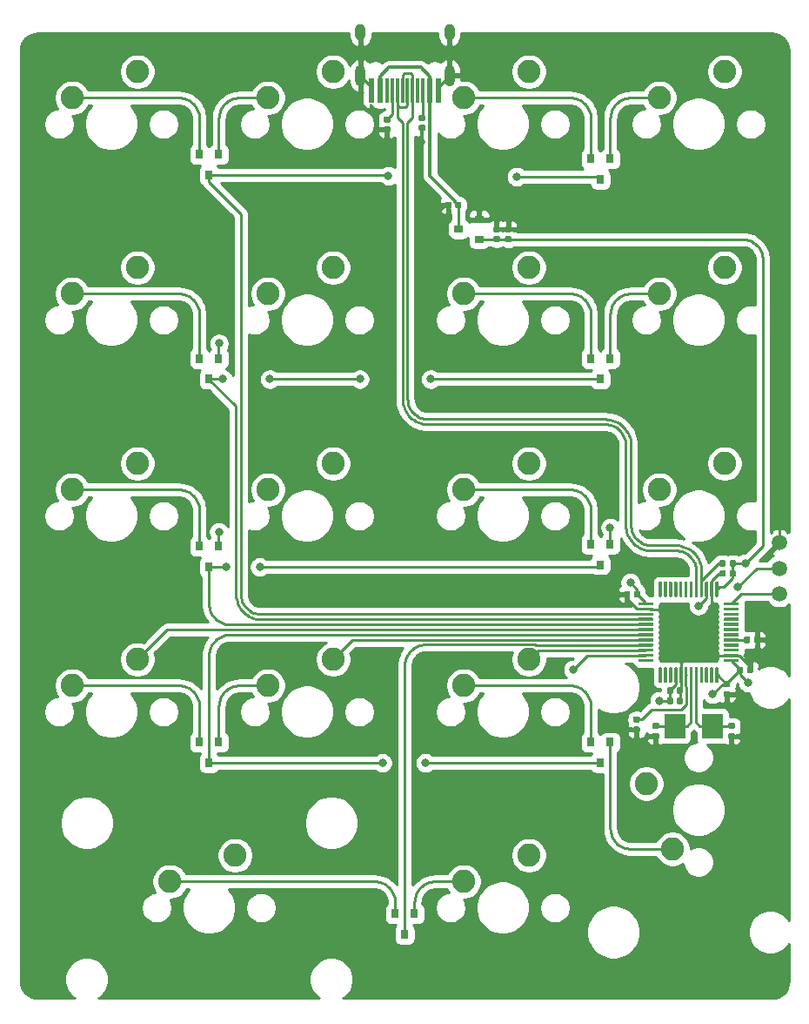
<source format=gbl>
G04 #@! TF.GenerationSoftware,KiCad,Pcbnew,(5.1.4)-1*
G04 #@! TF.CreationDate,2021-01-09T17:41:00+01:00*
G04 #@! TF.ProjectId,numpad,6e756d70-6164-42e6-9b69-6361645f7063,1.1*
G04 #@! TF.SameCoordinates,Original*
G04 #@! TF.FileFunction,Copper,L2,Bot*
G04 #@! TF.FilePolarity,Positive*
%FSLAX46Y46*%
G04 Gerber Fmt 4.6, Leading zero omitted, Abs format (unit mm)*
G04 Created by KiCad (PCBNEW (5.1.4)-1) date 2021-01-09 17:41:00*
%MOMM*%
%LPD*%
G04 APERTURE LIST*
%ADD10C,2.250000*%
%ADD11R,0.600000X2.450000*%
%ADD12R,0.300000X2.450000*%
%ADD13O,1.000000X2.100000*%
%ADD14O,1.000000X1.600000*%
%ADD15C,0.100000*%
%ADD16C,0.590000*%
%ADD17C,1.500000*%
%ADD18R,2.000000X2.400000*%
%ADD19R,0.800000X0.900000*%
%ADD20R,0.900000X0.800000*%
%ADD21C,0.300000*%
%ADD22C,0.800000*%
%ADD23C,0.250000*%
%ADD24C,0.300000*%
%ADD25C,0.254000*%
G04 APERTURE END LIST*
D10*
X66040000Y-118745000D03*
X59690000Y-121285000D03*
D11*
X85795000Y-44335000D03*
X79345000Y-44335000D03*
X85020000Y-44335000D03*
X80120000Y-44335000D03*
D12*
X80820000Y-44335000D03*
X84320000Y-44335000D03*
X81320000Y-44335000D03*
X83820000Y-44335000D03*
X81820000Y-44335000D03*
X83320000Y-44335000D03*
X82820000Y-44335000D03*
X82320000Y-44335000D03*
D13*
X78250000Y-42920000D03*
X86890000Y-42920000D03*
D14*
X78250000Y-38740000D03*
X86890000Y-38740000D03*
D15*
G36*
X116996958Y-97470710D02*
G01*
X117011276Y-97472834D01*
X117025317Y-97476351D01*
X117038946Y-97481228D01*
X117052031Y-97487417D01*
X117064447Y-97494858D01*
X117076073Y-97503481D01*
X117086798Y-97513202D01*
X117096519Y-97523927D01*
X117105142Y-97535553D01*
X117112583Y-97547969D01*
X117118772Y-97561054D01*
X117123649Y-97574683D01*
X117127166Y-97588724D01*
X117129290Y-97603042D01*
X117130000Y-97617500D01*
X117130000Y-97962500D01*
X117129290Y-97976958D01*
X117127166Y-97991276D01*
X117123649Y-98005317D01*
X117118772Y-98018946D01*
X117112583Y-98032031D01*
X117105142Y-98044447D01*
X117096519Y-98056073D01*
X117086798Y-98066798D01*
X117076073Y-98076519D01*
X117064447Y-98085142D01*
X117052031Y-98092583D01*
X117038946Y-98098772D01*
X117025317Y-98103649D01*
X117011276Y-98107166D01*
X116996958Y-98109290D01*
X116982500Y-98110000D01*
X116687500Y-98110000D01*
X116673042Y-98109290D01*
X116658724Y-98107166D01*
X116644683Y-98103649D01*
X116631054Y-98098772D01*
X116617969Y-98092583D01*
X116605553Y-98085142D01*
X116593927Y-98076519D01*
X116583202Y-98066798D01*
X116573481Y-98056073D01*
X116564858Y-98044447D01*
X116557417Y-98032031D01*
X116551228Y-98018946D01*
X116546351Y-98005317D01*
X116542834Y-97991276D01*
X116540710Y-97976958D01*
X116540000Y-97962500D01*
X116540000Y-97617500D01*
X116540710Y-97603042D01*
X116542834Y-97588724D01*
X116546351Y-97574683D01*
X116551228Y-97561054D01*
X116557417Y-97547969D01*
X116564858Y-97535553D01*
X116573481Y-97523927D01*
X116583202Y-97513202D01*
X116593927Y-97503481D01*
X116605553Y-97494858D01*
X116617969Y-97487417D01*
X116631054Y-97481228D01*
X116644683Y-97476351D01*
X116658724Y-97472834D01*
X116673042Y-97470710D01*
X116687500Y-97470000D01*
X116982500Y-97470000D01*
X116996958Y-97470710D01*
X116996958Y-97470710D01*
G37*
D16*
X116835000Y-97790000D03*
D15*
G36*
X116026958Y-97470710D02*
G01*
X116041276Y-97472834D01*
X116055317Y-97476351D01*
X116068946Y-97481228D01*
X116082031Y-97487417D01*
X116094447Y-97494858D01*
X116106073Y-97503481D01*
X116116798Y-97513202D01*
X116126519Y-97523927D01*
X116135142Y-97535553D01*
X116142583Y-97547969D01*
X116148772Y-97561054D01*
X116153649Y-97574683D01*
X116157166Y-97588724D01*
X116159290Y-97603042D01*
X116160000Y-97617500D01*
X116160000Y-97962500D01*
X116159290Y-97976958D01*
X116157166Y-97991276D01*
X116153649Y-98005317D01*
X116148772Y-98018946D01*
X116142583Y-98032031D01*
X116135142Y-98044447D01*
X116126519Y-98056073D01*
X116116798Y-98066798D01*
X116106073Y-98076519D01*
X116094447Y-98085142D01*
X116082031Y-98092583D01*
X116068946Y-98098772D01*
X116055317Y-98103649D01*
X116041276Y-98107166D01*
X116026958Y-98109290D01*
X116012500Y-98110000D01*
X115717500Y-98110000D01*
X115703042Y-98109290D01*
X115688724Y-98107166D01*
X115674683Y-98103649D01*
X115661054Y-98098772D01*
X115647969Y-98092583D01*
X115635553Y-98085142D01*
X115623927Y-98076519D01*
X115613202Y-98066798D01*
X115603481Y-98056073D01*
X115594858Y-98044447D01*
X115587417Y-98032031D01*
X115581228Y-98018946D01*
X115576351Y-98005317D01*
X115572834Y-97991276D01*
X115570710Y-97976958D01*
X115570000Y-97962500D01*
X115570000Y-97617500D01*
X115570710Y-97603042D01*
X115572834Y-97588724D01*
X115576351Y-97574683D01*
X115581228Y-97561054D01*
X115587417Y-97547969D01*
X115594858Y-97535553D01*
X115603481Y-97523927D01*
X115613202Y-97513202D01*
X115623927Y-97503481D01*
X115635553Y-97494858D01*
X115647969Y-97487417D01*
X115661054Y-97481228D01*
X115674683Y-97476351D01*
X115688724Y-97472834D01*
X115703042Y-97470710D01*
X115717500Y-97470000D01*
X116012500Y-97470000D01*
X116026958Y-97470710D01*
X116026958Y-97470710D01*
G37*
D16*
X115865000Y-97790000D03*
D15*
G36*
X113656958Y-90020710D02*
G01*
X113671276Y-90022834D01*
X113685317Y-90026351D01*
X113698946Y-90031228D01*
X113712031Y-90037417D01*
X113724447Y-90044858D01*
X113736073Y-90053481D01*
X113746798Y-90063202D01*
X113756519Y-90073927D01*
X113765142Y-90085553D01*
X113772583Y-90097969D01*
X113778772Y-90111054D01*
X113783649Y-90124683D01*
X113787166Y-90138724D01*
X113789290Y-90153042D01*
X113790000Y-90167500D01*
X113790000Y-90512500D01*
X113789290Y-90526958D01*
X113787166Y-90541276D01*
X113783649Y-90555317D01*
X113778772Y-90568946D01*
X113772583Y-90582031D01*
X113765142Y-90594447D01*
X113756519Y-90606073D01*
X113746798Y-90616798D01*
X113736073Y-90626519D01*
X113724447Y-90635142D01*
X113712031Y-90642583D01*
X113698946Y-90648772D01*
X113685317Y-90653649D01*
X113671276Y-90657166D01*
X113656958Y-90659290D01*
X113642500Y-90660000D01*
X113347500Y-90660000D01*
X113333042Y-90659290D01*
X113318724Y-90657166D01*
X113304683Y-90653649D01*
X113291054Y-90648772D01*
X113277969Y-90642583D01*
X113265553Y-90635142D01*
X113253927Y-90626519D01*
X113243202Y-90616798D01*
X113233481Y-90606073D01*
X113224858Y-90594447D01*
X113217417Y-90582031D01*
X113211228Y-90568946D01*
X113206351Y-90555317D01*
X113202834Y-90541276D01*
X113200710Y-90526958D01*
X113200000Y-90512500D01*
X113200000Y-90167500D01*
X113200710Y-90153042D01*
X113202834Y-90138724D01*
X113206351Y-90124683D01*
X113211228Y-90111054D01*
X113217417Y-90097969D01*
X113224858Y-90085553D01*
X113233481Y-90073927D01*
X113243202Y-90063202D01*
X113253927Y-90053481D01*
X113265553Y-90044858D01*
X113277969Y-90037417D01*
X113291054Y-90031228D01*
X113304683Y-90026351D01*
X113318724Y-90022834D01*
X113333042Y-90020710D01*
X113347500Y-90020000D01*
X113642500Y-90020000D01*
X113656958Y-90020710D01*
X113656958Y-90020710D01*
G37*
D16*
X113495000Y-90340000D03*
D15*
G36*
X114626958Y-90020710D02*
G01*
X114641276Y-90022834D01*
X114655317Y-90026351D01*
X114668946Y-90031228D01*
X114682031Y-90037417D01*
X114694447Y-90044858D01*
X114706073Y-90053481D01*
X114716798Y-90063202D01*
X114726519Y-90073927D01*
X114735142Y-90085553D01*
X114742583Y-90097969D01*
X114748772Y-90111054D01*
X114753649Y-90124683D01*
X114757166Y-90138724D01*
X114759290Y-90153042D01*
X114760000Y-90167500D01*
X114760000Y-90512500D01*
X114759290Y-90526958D01*
X114757166Y-90541276D01*
X114753649Y-90555317D01*
X114748772Y-90568946D01*
X114742583Y-90582031D01*
X114735142Y-90594447D01*
X114726519Y-90606073D01*
X114716798Y-90616798D01*
X114706073Y-90626519D01*
X114694447Y-90635142D01*
X114682031Y-90642583D01*
X114668946Y-90648772D01*
X114655317Y-90653649D01*
X114641276Y-90657166D01*
X114626958Y-90659290D01*
X114612500Y-90660000D01*
X114317500Y-90660000D01*
X114303042Y-90659290D01*
X114288724Y-90657166D01*
X114274683Y-90653649D01*
X114261054Y-90648772D01*
X114247969Y-90642583D01*
X114235553Y-90635142D01*
X114223927Y-90626519D01*
X114213202Y-90616798D01*
X114203481Y-90606073D01*
X114194858Y-90594447D01*
X114187417Y-90582031D01*
X114181228Y-90568946D01*
X114176351Y-90555317D01*
X114172834Y-90541276D01*
X114170710Y-90526958D01*
X114170000Y-90512500D01*
X114170000Y-90167500D01*
X114170710Y-90153042D01*
X114172834Y-90138724D01*
X114176351Y-90124683D01*
X114181228Y-90111054D01*
X114187417Y-90097969D01*
X114194858Y-90085553D01*
X114203481Y-90073927D01*
X114213202Y-90063202D01*
X114223927Y-90053481D01*
X114235553Y-90044858D01*
X114247969Y-90037417D01*
X114261054Y-90031228D01*
X114274683Y-90026351D01*
X114288724Y-90022834D01*
X114303042Y-90020710D01*
X114317500Y-90020000D01*
X114612500Y-90020000D01*
X114626958Y-90020710D01*
X114626958Y-90020710D01*
G37*
D16*
X114465000Y-90340000D03*
D15*
G36*
X81006958Y-46890710D02*
G01*
X81021276Y-46892834D01*
X81035317Y-46896351D01*
X81048946Y-46901228D01*
X81062031Y-46907417D01*
X81074447Y-46914858D01*
X81086073Y-46923481D01*
X81096798Y-46933202D01*
X81106519Y-46943927D01*
X81115142Y-46955553D01*
X81122583Y-46967969D01*
X81128772Y-46981054D01*
X81133649Y-46994683D01*
X81137166Y-47008724D01*
X81139290Y-47023042D01*
X81140000Y-47037500D01*
X81140000Y-47332500D01*
X81139290Y-47346958D01*
X81137166Y-47361276D01*
X81133649Y-47375317D01*
X81128772Y-47388946D01*
X81122583Y-47402031D01*
X81115142Y-47414447D01*
X81106519Y-47426073D01*
X81096798Y-47436798D01*
X81086073Y-47446519D01*
X81074447Y-47455142D01*
X81062031Y-47462583D01*
X81048946Y-47468772D01*
X81035317Y-47473649D01*
X81021276Y-47477166D01*
X81006958Y-47479290D01*
X80992500Y-47480000D01*
X80647500Y-47480000D01*
X80633042Y-47479290D01*
X80618724Y-47477166D01*
X80604683Y-47473649D01*
X80591054Y-47468772D01*
X80577969Y-47462583D01*
X80565553Y-47455142D01*
X80553927Y-47446519D01*
X80543202Y-47436798D01*
X80533481Y-47426073D01*
X80524858Y-47414447D01*
X80517417Y-47402031D01*
X80511228Y-47388946D01*
X80506351Y-47375317D01*
X80502834Y-47361276D01*
X80500710Y-47346958D01*
X80500000Y-47332500D01*
X80500000Y-47037500D01*
X80500710Y-47023042D01*
X80502834Y-47008724D01*
X80506351Y-46994683D01*
X80511228Y-46981054D01*
X80517417Y-46967969D01*
X80524858Y-46955553D01*
X80533481Y-46943927D01*
X80543202Y-46933202D01*
X80553927Y-46923481D01*
X80565553Y-46914858D01*
X80577969Y-46907417D01*
X80591054Y-46901228D01*
X80604683Y-46896351D01*
X80618724Y-46892834D01*
X80633042Y-46890710D01*
X80647500Y-46890000D01*
X80992500Y-46890000D01*
X81006958Y-46890710D01*
X81006958Y-46890710D01*
G37*
D16*
X80820000Y-47185000D03*
D15*
G36*
X81006958Y-47860710D02*
G01*
X81021276Y-47862834D01*
X81035317Y-47866351D01*
X81048946Y-47871228D01*
X81062031Y-47877417D01*
X81074447Y-47884858D01*
X81086073Y-47893481D01*
X81096798Y-47903202D01*
X81106519Y-47913927D01*
X81115142Y-47925553D01*
X81122583Y-47937969D01*
X81128772Y-47951054D01*
X81133649Y-47964683D01*
X81137166Y-47978724D01*
X81139290Y-47993042D01*
X81140000Y-48007500D01*
X81140000Y-48302500D01*
X81139290Y-48316958D01*
X81137166Y-48331276D01*
X81133649Y-48345317D01*
X81128772Y-48358946D01*
X81122583Y-48372031D01*
X81115142Y-48384447D01*
X81106519Y-48396073D01*
X81096798Y-48406798D01*
X81086073Y-48416519D01*
X81074447Y-48425142D01*
X81062031Y-48432583D01*
X81048946Y-48438772D01*
X81035317Y-48443649D01*
X81021276Y-48447166D01*
X81006958Y-48449290D01*
X80992500Y-48450000D01*
X80647500Y-48450000D01*
X80633042Y-48449290D01*
X80618724Y-48447166D01*
X80604683Y-48443649D01*
X80591054Y-48438772D01*
X80577969Y-48432583D01*
X80565553Y-48425142D01*
X80553927Y-48416519D01*
X80543202Y-48406798D01*
X80533481Y-48396073D01*
X80524858Y-48384447D01*
X80517417Y-48372031D01*
X80511228Y-48358946D01*
X80506351Y-48345317D01*
X80502834Y-48331276D01*
X80500710Y-48316958D01*
X80500000Y-48302500D01*
X80500000Y-48007500D01*
X80500710Y-47993042D01*
X80502834Y-47978724D01*
X80506351Y-47964683D01*
X80511228Y-47951054D01*
X80517417Y-47937969D01*
X80524858Y-47925553D01*
X80533481Y-47913927D01*
X80543202Y-47903202D01*
X80553927Y-47893481D01*
X80565553Y-47884858D01*
X80577969Y-47877417D01*
X80591054Y-47871228D01*
X80604683Y-47866351D01*
X80618724Y-47862834D01*
X80633042Y-47860710D01*
X80647500Y-47860000D01*
X80992500Y-47860000D01*
X81006958Y-47860710D01*
X81006958Y-47860710D01*
G37*
D16*
X80820000Y-48155000D03*
D15*
G36*
X84416958Y-46740710D02*
G01*
X84431276Y-46742834D01*
X84445317Y-46746351D01*
X84458946Y-46751228D01*
X84472031Y-46757417D01*
X84484447Y-46764858D01*
X84496073Y-46773481D01*
X84506798Y-46783202D01*
X84516519Y-46793927D01*
X84525142Y-46805553D01*
X84532583Y-46817969D01*
X84538772Y-46831054D01*
X84543649Y-46844683D01*
X84547166Y-46858724D01*
X84549290Y-46873042D01*
X84550000Y-46887500D01*
X84550000Y-47182500D01*
X84549290Y-47196958D01*
X84547166Y-47211276D01*
X84543649Y-47225317D01*
X84538772Y-47238946D01*
X84532583Y-47252031D01*
X84525142Y-47264447D01*
X84516519Y-47276073D01*
X84506798Y-47286798D01*
X84496073Y-47296519D01*
X84484447Y-47305142D01*
X84472031Y-47312583D01*
X84458946Y-47318772D01*
X84445317Y-47323649D01*
X84431276Y-47327166D01*
X84416958Y-47329290D01*
X84402500Y-47330000D01*
X84057500Y-47330000D01*
X84043042Y-47329290D01*
X84028724Y-47327166D01*
X84014683Y-47323649D01*
X84001054Y-47318772D01*
X83987969Y-47312583D01*
X83975553Y-47305142D01*
X83963927Y-47296519D01*
X83953202Y-47286798D01*
X83943481Y-47276073D01*
X83934858Y-47264447D01*
X83927417Y-47252031D01*
X83921228Y-47238946D01*
X83916351Y-47225317D01*
X83912834Y-47211276D01*
X83910710Y-47196958D01*
X83910000Y-47182500D01*
X83910000Y-46887500D01*
X83910710Y-46873042D01*
X83912834Y-46858724D01*
X83916351Y-46844683D01*
X83921228Y-46831054D01*
X83927417Y-46817969D01*
X83934858Y-46805553D01*
X83943481Y-46793927D01*
X83953202Y-46783202D01*
X83963927Y-46773481D01*
X83975553Y-46764858D01*
X83987969Y-46757417D01*
X84001054Y-46751228D01*
X84014683Y-46746351D01*
X84028724Y-46742834D01*
X84043042Y-46740710D01*
X84057500Y-46740000D01*
X84402500Y-46740000D01*
X84416958Y-46740710D01*
X84416958Y-46740710D01*
G37*
D16*
X84230000Y-47035000D03*
D15*
G36*
X84416958Y-47710710D02*
G01*
X84431276Y-47712834D01*
X84445317Y-47716351D01*
X84458946Y-47721228D01*
X84472031Y-47727417D01*
X84484447Y-47734858D01*
X84496073Y-47743481D01*
X84506798Y-47753202D01*
X84516519Y-47763927D01*
X84525142Y-47775553D01*
X84532583Y-47787969D01*
X84538772Y-47801054D01*
X84543649Y-47814683D01*
X84547166Y-47828724D01*
X84549290Y-47843042D01*
X84550000Y-47857500D01*
X84550000Y-48152500D01*
X84549290Y-48166958D01*
X84547166Y-48181276D01*
X84543649Y-48195317D01*
X84538772Y-48208946D01*
X84532583Y-48222031D01*
X84525142Y-48234447D01*
X84516519Y-48246073D01*
X84506798Y-48256798D01*
X84496073Y-48266519D01*
X84484447Y-48275142D01*
X84472031Y-48282583D01*
X84458946Y-48288772D01*
X84445317Y-48293649D01*
X84431276Y-48297166D01*
X84416958Y-48299290D01*
X84402500Y-48300000D01*
X84057500Y-48300000D01*
X84043042Y-48299290D01*
X84028724Y-48297166D01*
X84014683Y-48293649D01*
X84001054Y-48288772D01*
X83987969Y-48282583D01*
X83975553Y-48275142D01*
X83963927Y-48266519D01*
X83953202Y-48256798D01*
X83943481Y-48246073D01*
X83934858Y-48234447D01*
X83927417Y-48222031D01*
X83921228Y-48208946D01*
X83916351Y-48195317D01*
X83912834Y-48181276D01*
X83910710Y-48166958D01*
X83910000Y-48152500D01*
X83910000Y-47857500D01*
X83910710Y-47843042D01*
X83912834Y-47828724D01*
X83916351Y-47814683D01*
X83921228Y-47801054D01*
X83927417Y-47787969D01*
X83934858Y-47775553D01*
X83943481Y-47763927D01*
X83953202Y-47753202D01*
X83963927Y-47743481D01*
X83975553Y-47734858D01*
X83987969Y-47727417D01*
X84001054Y-47721228D01*
X84014683Y-47716351D01*
X84028724Y-47712834D01*
X84043042Y-47710710D01*
X84057500Y-47710000D01*
X84402500Y-47710000D01*
X84416958Y-47710710D01*
X84416958Y-47710710D01*
G37*
D16*
X84230000Y-48005000D03*
D15*
G36*
X91686958Y-57555710D02*
G01*
X91701276Y-57557834D01*
X91715317Y-57561351D01*
X91728946Y-57566228D01*
X91742031Y-57572417D01*
X91754447Y-57579858D01*
X91766073Y-57588481D01*
X91776798Y-57598202D01*
X91786519Y-57608927D01*
X91795142Y-57620553D01*
X91802583Y-57632969D01*
X91808772Y-57646054D01*
X91813649Y-57659683D01*
X91817166Y-57673724D01*
X91819290Y-57688042D01*
X91820000Y-57702500D01*
X91820000Y-57997500D01*
X91819290Y-58011958D01*
X91817166Y-58026276D01*
X91813649Y-58040317D01*
X91808772Y-58053946D01*
X91802583Y-58067031D01*
X91795142Y-58079447D01*
X91786519Y-58091073D01*
X91776798Y-58101798D01*
X91766073Y-58111519D01*
X91754447Y-58120142D01*
X91742031Y-58127583D01*
X91728946Y-58133772D01*
X91715317Y-58138649D01*
X91701276Y-58142166D01*
X91686958Y-58144290D01*
X91672500Y-58145000D01*
X91327500Y-58145000D01*
X91313042Y-58144290D01*
X91298724Y-58142166D01*
X91284683Y-58138649D01*
X91271054Y-58133772D01*
X91257969Y-58127583D01*
X91245553Y-58120142D01*
X91233927Y-58111519D01*
X91223202Y-58101798D01*
X91213481Y-58091073D01*
X91204858Y-58079447D01*
X91197417Y-58067031D01*
X91191228Y-58053946D01*
X91186351Y-58040317D01*
X91182834Y-58026276D01*
X91180710Y-58011958D01*
X91180000Y-57997500D01*
X91180000Y-57702500D01*
X91180710Y-57688042D01*
X91182834Y-57673724D01*
X91186351Y-57659683D01*
X91191228Y-57646054D01*
X91197417Y-57632969D01*
X91204858Y-57620553D01*
X91213481Y-57608927D01*
X91223202Y-57598202D01*
X91233927Y-57588481D01*
X91245553Y-57579858D01*
X91257969Y-57572417D01*
X91271054Y-57566228D01*
X91284683Y-57561351D01*
X91298724Y-57557834D01*
X91313042Y-57555710D01*
X91327500Y-57555000D01*
X91672500Y-57555000D01*
X91686958Y-57555710D01*
X91686958Y-57555710D01*
G37*
D16*
X91500000Y-57850000D03*
D15*
G36*
X91686958Y-58525710D02*
G01*
X91701276Y-58527834D01*
X91715317Y-58531351D01*
X91728946Y-58536228D01*
X91742031Y-58542417D01*
X91754447Y-58549858D01*
X91766073Y-58558481D01*
X91776798Y-58568202D01*
X91786519Y-58578927D01*
X91795142Y-58590553D01*
X91802583Y-58602969D01*
X91808772Y-58616054D01*
X91813649Y-58629683D01*
X91817166Y-58643724D01*
X91819290Y-58658042D01*
X91820000Y-58672500D01*
X91820000Y-58967500D01*
X91819290Y-58981958D01*
X91817166Y-58996276D01*
X91813649Y-59010317D01*
X91808772Y-59023946D01*
X91802583Y-59037031D01*
X91795142Y-59049447D01*
X91786519Y-59061073D01*
X91776798Y-59071798D01*
X91766073Y-59081519D01*
X91754447Y-59090142D01*
X91742031Y-59097583D01*
X91728946Y-59103772D01*
X91715317Y-59108649D01*
X91701276Y-59112166D01*
X91686958Y-59114290D01*
X91672500Y-59115000D01*
X91327500Y-59115000D01*
X91313042Y-59114290D01*
X91298724Y-59112166D01*
X91284683Y-59108649D01*
X91271054Y-59103772D01*
X91257969Y-59097583D01*
X91245553Y-59090142D01*
X91233927Y-59081519D01*
X91223202Y-59071798D01*
X91213481Y-59061073D01*
X91204858Y-59049447D01*
X91197417Y-59037031D01*
X91191228Y-59023946D01*
X91186351Y-59010317D01*
X91182834Y-58996276D01*
X91180710Y-58981958D01*
X91180000Y-58967500D01*
X91180000Y-58672500D01*
X91180710Y-58658042D01*
X91182834Y-58643724D01*
X91186351Y-58629683D01*
X91191228Y-58616054D01*
X91197417Y-58602969D01*
X91204858Y-58590553D01*
X91213481Y-58578927D01*
X91223202Y-58568202D01*
X91233927Y-58558481D01*
X91245553Y-58549858D01*
X91257969Y-58542417D01*
X91271054Y-58536228D01*
X91284683Y-58531351D01*
X91298724Y-58527834D01*
X91313042Y-58525710D01*
X91327500Y-58525000D01*
X91672500Y-58525000D01*
X91686958Y-58525710D01*
X91686958Y-58525710D01*
G37*
D16*
X91500000Y-58820000D03*
D15*
G36*
X86956958Y-55190710D02*
G01*
X86971276Y-55192834D01*
X86985317Y-55196351D01*
X86998946Y-55201228D01*
X87012031Y-55207417D01*
X87024447Y-55214858D01*
X87036073Y-55223481D01*
X87046798Y-55233202D01*
X87056519Y-55243927D01*
X87065142Y-55255553D01*
X87072583Y-55267969D01*
X87078772Y-55281054D01*
X87083649Y-55294683D01*
X87087166Y-55308724D01*
X87089290Y-55323042D01*
X87090000Y-55337500D01*
X87090000Y-55682500D01*
X87089290Y-55696958D01*
X87087166Y-55711276D01*
X87083649Y-55725317D01*
X87078772Y-55738946D01*
X87072583Y-55752031D01*
X87065142Y-55764447D01*
X87056519Y-55776073D01*
X87046798Y-55786798D01*
X87036073Y-55796519D01*
X87024447Y-55805142D01*
X87012031Y-55812583D01*
X86998946Y-55818772D01*
X86985317Y-55823649D01*
X86971276Y-55827166D01*
X86956958Y-55829290D01*
X86942500Y-55830000D01*
X86647500Y-55830000D01*
X86633042Y-55829290D01*
X86618724Y-55827166D01*
X86604683Y-55823649D01*
X86591054Y-55818772D01*
X86577969Y-55812583D01*
X86565553Y-55805142D01*
X86553927Y-55796519D01*
X86543202Y-55786798D01*
X86533481Y-55776073D01*
X86524858Y-55764447D01*
X86517417Y-55752031D01*
X86511228Y-55738946D01*
X86506351Y-55725317D01*
X86502834Y-55711276D01*
X86500710Y-55696958D01*
X86500000Y-55682500D01*
X86500000Y-55337500D01*
X86500710Y-55323042D01*
X86502834Y-55308724D01*
X86506351Y-55294683D01*
X86511228Y-55281054D01*
X86517417Y-55267969D01*
X86524858Y-55255553D01*
X86533481Y-55243927D01*
X86543202Y-55233202D01*
X86553927Y-55223481D01*
X86565553Y-55214858D01*
X86577969Y-55207417D01*
X86591054Y-55201228D01*
X86604683Y-55196351D01*
X86618724Y-55192834D01*
X86633042Y-55190710D01*
X86647500Y-55190000D01*
X86942500Y-55190000D01*
X86956958Y-55190710D01*
X86956958Y-55190710D01*
G37*
D16*
X86795000Y-55510000D03*
D15*
G36*
X87926958Y-55190710D02*
G01*
X87941276Y-55192834D01*
X87955317Y-55196351D01*
X87968946Y-55201228D01*
X87982031Y-55207417D01*
X87994447Y-55214858D01*
X88006073Y-55223481D01*
X88016798Y-55233202D01*
X88026519Y-55243927D01*
X88035142Y-55255553D01*
X88042583Y-55267969D01*
X88048772Y-55281054D01*
X88053649Y-55294683D01*
X88057166Y-55308724D01*
X88059290Y-55323042D01*
X88060000Y-55337500D01*
X88060000Y-55682500D01*
X88059290Y-55696958D01*
X88057166Y-55711276D01*
X88053649Y-55725317D01*
X88048772Y-55738946D01*
X88042583Y-55752031D01*
X88035142Y-55764447D01*
X88026519Y-55776073D01*
X88016798Y-55786798D01*
X88006073Y-55796519D01*
X87994447Y-55805142D01*
X87982031Y-55812583D01*
X87968946Y-55818772D01*
X87955317Y-55823649D01*
X87941276Y-55827166D01*
X87926958Y-55829290D01*
X87912500Y-55830000D01*
X87617500Y-55830000D01*
X87603042Y-55829290D01*
X87588724Y-55827166D01*
X87574683Y-55823649D01*
X87561054Y-55818772D01*
X87547969Y-55812583D01*
X87535553Y-55805142D01*
X87523927Y-55796519D01*
X87513202Y-55786798D01*
X87503481Y-55776073D01*
X87494858Y-55764447D01*
X87487417Y-55752031D01*
X87481228Y-55738946D01*
X87476351Y-55725317D01*
X87472834Y-55711276D01*
X87470710Y-55696958D01*
X87470000Y-55682500D01*
X87470000Y-55337500D01*
X87470710Y-55323042D01*
X87472834Y-55308724D01*
X87476351Y-55294683D01*
X87481228Y-55281054D01*
X87487417Y-55267969D01*
X87494858Y-55255553D01*
X87503481Y-55243927D01*
X87513202Y-55233202D01*
X87523927Y-55223481D01*
X87535553Y-55214858D01*
X87547969Y-55207417D01*
X87561054Y-55201228D01*
X87574683Y-55196351D01*
X87588724Y-55192834D01*
X87603042Y-55190710D01*
X87617500Y-55190000D01*
X87912500Y-55190000D01*
X87926958Y-55190710D01*
X87926958Y-55190710D01*
G37*
D16*
X87765000Y-55510000D03*
D15*
G36*
X92806958Y-57560710D02*
G01*
X92821276Y-57562834D01*
X92835317Y-57566351D01*
X92848946Y-57571228D01*
X92862031Y-57577417D01*
X92874447Y-57584858D01*
X92886073Y-57593481D01*
X92896798Y-57603202D01*
X92906519Y-57613927D01*
X92915142Y-57625553D01*
X92922583Y-57637969D01*
X92928772Y-57651054D01*
X92933649Y-57664683D01*
X92937166Y-57678724D01*
X92939290Y-57693042D01*
X92940000Y-57707500D01*
X92940000Y-58002500D01*
X92939290Y-58016958D01*
X92937166Y-58031276D01*
X92933649Y-58045317D01*
X92928772Y-58058946D01*
X92922583Y-58072031D01*
X92915142Y-58084447D01*
X92906519Y-58096073D01*
X92896798Y-58106798D01*
X92886073Y-58116519D01*
X92874447Y-58125142D01*
X92862031Y-58132583D01*
X92848946Y-58138772D01*
X92835317Y-58143649D01*
X92821276Y-58147166D01*
X92806958Y-58149290D01*
X92792500Y-58150000D01*
X92447500Y-58150000D01*
X92433042Y-58149290D01*
X92418724Y-58147166D01*
X92404683Y-58143649D01*
X92391054Y-58138772D01*
X92377969Y-58132583D01*
X92365553Y-58125142D01*
X92353927Y-58116519D01*
X92343202Y-58106798D01*
X92333481Y-58096073D01*
X92324858Y-58084447D01*
X92317417Y-58072031D01*
X92311228Y-58058946D01*
X92306351Y-58045317D01*
X92302834Y-58031276D01*
X92300710Y-58016958D01*
X92300000Y-58002500D01*
X92300000Y-57707500D01*
X92300710Y-57693042D01*
X92302834Y-57678724D01*
X92306351Y-57664683D01*
X92311228Y-57651054D01*
X92317417Y-57637969D01*
X92324858Y-57625553D01*
X92333481Y-57613927D01*
X92343202Y-57603202D01*
X92353927Y-57593481D01*
X92365553Y-57584858D01*
X92377969Y-57577417D01*
X92391054Y-57571228D01*
X92404683Y-57566351D01*
X92418724Y-57562834D01*
X92433042Y-57560710D01*
X92447500Y-57560000D01*
X92792500Y-57560000D01*
X92806958Y-57560710D01*
X92806958Y-57560710D01*
G37*
D16*
X92620000Y-57855000D03*
D15*
G36*
X92806958Y-58530710D02*
G01*
X92821276Y-58532834D01*
X92835317Y-58536351D01*
X92848946Y-58541228D01*
X92862031Y-58547417D01*
X92874447Y-58554858D01*
X92886073Y-58563481D01*
X92896798Y-58573202D01*
X92906519Y-58583927D01*
X92915142Y-58595553D01*
X92922583Y-58607969D01*
X92928772Y-58621054D01*
X92933649Y-58634683D01*
X92937166Y-58648724D01*
X92939290Y-58663042D01*
X92940000Y-58677500D01*
X92940000Y-58972500D01*
X92939290Y-58986958D01*
X92937166Y-59001276D01*
X92933649Y-59015317D01*
X92928772Y-59028946D01*
X92922583Y-59042031D01*
X92915142Y-59054447D01*
X92906519Y-59066073D01*
X92896798Y-59076798D01*
X92886073Y-59086519D01*
X92874447Y-59095142D01*
X92862031Y-59102583D01*
X92848946Y-59108772D01*
X92835317Y-59113649D01*
X92821276Y-59117166D01*
X92806958Y-59119290D01*
X92792500Y-59120000D01*
X92447500Y-59120000D01*
X92433042Y-59119290D01*
X92418724Y-59117166D01*
X92404683Y-59113649D01*
X92391054Y-59108772D01*
X92377969Y-59102583D01*
X92365553Y-59095142D01*
X92353927Y-59086519D01*
X92343202Y-59076798D01*
X92333481Y-59066073D01*
X92324858Y-59054447D01*
X92317417Y-59042031D01*
X92311228Y-59028946D01*
X92306351Y-59015317D01*
X92302834Y-59001276D01*
X92300710Y-58986958D01*
X92300000Y-58972500D01*
X92300000Y-58677500D01*
X92300710Y-58663042D01*
X92302834Y-58648724D01*
X92306351Y-58634683D01*
X92311228Y-58621054D01*
X92317417Y-58607969D01*
X92324858Y-58595553D01*
X92333481Y-58583927D01*
X92343202Y-58573202D01*
X92353927Y-58563481D01*
X92365553Y-58554858D01*
X92377969Y-58547417D01*
X92391054Y-58541228D01*
X92404683Y-58536351D01*
X92418724Y-58532834D01*
X92433042Y-58530710D01*
X92447500Y-58530000D01*
X92792500Y-58530000D01*
X92806958Y-58530710D01*
X92806958Y-58530710D01*
G37*
D16*
X92620000Y-58825000D03*
D15*
G36*
X109496958Y-103390710D02*
G01*
X109511276Y-103392834D01*
X109525317Y-103396351D01*
X109538946Y-103401228D01*
X109552031Y-103407417D01*
X109564447Y-103414858D01*
X109576073Y-103423481D01*
X109586798Y-103433202D01*
X109596519Y-103443927D01*
X109605142Y-103455553D01*
X109612583Y-103467969D01*
X109618772Y-103481054D01*
X109623649Y-103494683D01*
X109627166Y-103508724D01*
X109629290Y-103523042D01*
X109630000Y-103537500D01*
X109630000Y-103882500D01*
X109629290Y-103896958D01*
X109627166Y-103911276D01*
X109623649Y-103925317D01*
X109618772Y-103938946D01*
X109612583Y-103952031D01*
X109605142Y-103964447D01*
X109596519Y-103976073D01*
X109586798Y-103986798D01*
X109576073Y-103996519D01*
X109564447Y-104005142D01*
X109552031Y-104012583D01*
X109538946Y-104018772D01*
X109525317Y-104023649D01*
X109511276Y-104027166D01*
X109496958Y-104029290D01*
X109482500Y-104030000D01*
X109187500Y-104030000D01*
X109173042Y-104029290D01*
X109158724Y-104027166D01*
X109144683Y-104023649D01*
X109131054Y-104018772D01*
X109117969Y-104012583D01*
X109105553Y-104005142D01*
X109093927Y-103996519D01*
X109083202Y-103986798D01*
X109073481Y-103976073D01*
X109064858Y-103964447D01*
X109057417Y-103952031D01*
X109051228Y-103938946D01*
X109046351Y-103925317D01*
X109042834Y-103911276D01*
X109040710Y-103896958D01*
X109040000Y-103882500D01*
X109040000Y-103537500D01*
X109040710Y-103523042D01*
X109042834Y-103508724D01*
X109046351Y-103494683D01*
X109051228Y-103481054D01*
X109057417Y-103467969D01*
X109064858Y-103455553D01*
X109073481Y-103443927D01*
X109083202Y-103433202D01*
X109093927Y-103423481D01*
X109105553Y-103414858D01*
X109117969Y-103407417D01*
X109131054Y-103401228D01*
X109144683Y-103396351D01*
X109158724Y-103392834D01*
X109173042Y-103390710D01*
X109187500Y-103390000D01*
X109482500Y-103390000D01*
X109496958Y-103390710D01*
X109496958Y-103390710D01*
G37*
D16*
X109335000Y-103710000D03*
D15*
G36*
X108526958Y-103390710D02*
G01*
X108541276Y-103392834D01*
X108555317Y-103396351D01*
X108568946Y-103401228D01*
X108582031Y-103407417D01*
X108594447Y-103414858D01*
X108606073Y-103423481D01*
X108616798Y-103433202D01*
X108626519Y-103443927D01*
X108635142Y-103455553D01*
X108642583Y-103467969D01*
X108648772Y-103481054D01*
X108653649Y-103494683D01*
X108657166Y-103508724D01*
X108659290Y-103523042D01*
X108660000Y-103537500D01*
X108660000Y-103882500D01*
X108659290Y-103896958D01*
X108657166Y-103911276D01*
X108653649Y-103925317D01*
X108648772Y-103938946D01*
X108642583Y-103952031D01*
X108635142Y-103964447D01*
X108626519Y-103976073D01*
X108616798Y-103986798D01*
X108606073Y-103996519D01*
X108594447Y-104005142D01*
X108582031Y-104012583D01*
X108568946Y-104018772D01*
X108555317Y-104023649D01*
X108541276Y-104027166D01*
X108526958Y-104029290D01*
X108512500Y-104030000D01*
X108217500Y-104030000D01*
X108203042Y-104029290D01*
X108188724Y-104027166D01*
X108174683Y-104023649D01*
X108161054Y-104018772D01*
X108147969Y-104012583D01*
X108135553Y-104005142D01*
X108123927Y-103996519D01*
X108113202Y-103986798D01*
X108103481Y-103976073D01*
X108094858Y-103964447D01*
X108087417Y-103952031D01*
X108081228Y-103938946D01*
X108076351Y-103925317D01*
X108072834Y-103911276D01*
X108070710Y-103896958D01*
X108070000Y-103882500D01*
X108070000Y-103537500D01*
X108070710Y-103523042D01*
X108072834Y-103508724D01*
X108076351Y-103494683D01*
X108081228Y-103481054D01*
X108087417Y-103467969D01*
X108094858Y-103455553D01*
X108103481Y-103443927D01*
X108113202Y-103433202D01*
X108123927Y-103423481D01*
X108135553Y-103414858D01*
X108147969Y-103407417D01*
X108161054Y-103401228D01*
X108174683Y-103396351D01*
X108188724Y-103392834D01*
X108203042Y-103390710D01*
X108217500Y-103390000D01*
X108512500Y-103390000D01*
X108526958Y-103390710D01*
X108526958Y-103390710D01*
G37*
D16*
X108365000Y-103710000D03*
D15*
G36*
X109496958Y-102390710D02*
G01*
X109511276Y-102392834D01*
X109525317Y-102396351D01*
X109538946Y-102401228D01*
X109552031Y-102407417D01*
X109564447Y-102414858D01*
X109576073Y-102423481D01*
X109586798Y-102433202D01*
X109596519Y-102443927D01*
X109605142Y-102455553D01*
X109612583Y-102467969D01*
X109618772Y-102481054D01*
X109623649Y-102494683D01*
X109627166Y-102508724D01*
X109629290Y-102523042D01*
X109630000Y-102537500D01*
X109630000Y-102882500D01*
X109629290Y-102896958D01*
X109627166Y-102911276D01*
X109623649Y-102925317D01*
X109618772Y-102938946D01*
X109612583Y-102952031D01*
X109605142Y-102964447D01*
X109596519Y-102976073D01*
X109586798Y-102986798D01*
X109576073Y-102996519D01*
X109564447Y-103005142D01*
X109552031Y-103012583D01*
X109538946Y-103018772D01*
X109525317Y-103023649D01*
X109511276Y-103027166D01*
X109496958Y-103029290D01*
X109482500Y-103030000D01*
X109187500Y-103030000D01*
X109173042Y-103029290D01*
X109158724Y-103027166D01*
X109144683Y-103023649D01*
X109131054Y-103018772D01*
X109117969Y-103012583D01*
X109105553Y-103005142D01*
X109093927Y-102996519D01*
X109083202Y-102986798D01*
X109073481Y-102976073D01*
X109064858Y-102964447D01*
X109057417Y-102952031D01*
X109051228Y-102938946D01*
X109046351Y-102925317D01*
X109042834Y-102911276D01*
X109040710Y-102896958D01*
X109040000Y-102882500D01*
X109040000Y-102537500D01*
X109040710Y-102523042D01*
X109042834Y-102508724D01*
X109046351Y-102494683D01*
X109051228Y-102481054D01*
X109057417Y-102467969D01*
X109064858Y-102455553D01*
X109073481Y-102443927D01*
X109083202Y-102433202D01*
X109093927Y-102423481D01*
X109105553Y-102414858D01*
X109117969Y-102407417D01*
X109131054Y-102401228D01*
X109144683Y-102396351D01*
X109158724Y-102392834D01*
X109173042Y-102390710D01*
X109187500Y-102390000D01*
X109482500Y-102390000D01*
X109496958Y-102390710D01*
X109496958Y-102390710D01*
G37*
D16*
X109335000Y-102710000D03*
D15*
G36*
X108526958Y-102390710D02*
G01*
X108541276Y-102392834D01*
X108555317Y-102396351D01*
X108568946Y-102401228D01*
X108582031Y-102407417D01*
X108594447Y-102414858D01*
X108606073Y-102423481D01*
X108616798Y-102433202D01*
X108626519Y-102443927D01*
X108635142Y-102455553D01*
X108642583Y-102467969D01*
X108648772Y-102481054D01*
X108653649Y-102494683D01*
X108657166Y-102508724D01*
X108659290Y-102523042D01*
X108660000Y-102537500D01*
X108660000Y-102882500D01*
X108659290Y-102896958D01*
X108657166Y-102911276D01*
X108653649Y-102925317D01*
X108648772Y-102938946D01*
X108642583Y-102952031D01*
X108635142Y-102964447D01*
X108626519Y-102976073D01*
X108616798Y-102986798D01*
X108606073Y-102996519D01*
X108594447Y-103005142D01*
X108582031Y-103012583D01*
X108568946Y-103018772D01*
X108555317Y-103023649D01*
X108541276Y-103027166D01*
X108526958Y-103029290D01*
X108512500Y-103030000D01*
X108217500Y-103030000D01*
X108203042Y-103029290D01*
X108188724Y-103027166D01*
X108174683Y-103023649D01*
X108161054Y-103018772D01*
X108147969Y-103012583D01*
X108135553Y-103005142D01*
X108123927Y-102996519D01*
X108113202Y-102986798D01*
X108103481Y-102976073D01*
X108094858Y-102964447D01*
X108087417Y-102952031D01*
X108081228Y-102938946D01*
X108076351Y-102925317D01*
X108072834Y-102911276D01*
X108070710Y-102896958D01*
X108070000Y-102882500D01*
X108070000Y-102537500D01*
X108070710Y-102523042D01*
X108072834Y-102508724D01*
X108076351Y-102494683D01*
X108081228Y-102481054D01*
X108087417Y-102467969D01*
X108094858Y-102455553D01*
X108103481Y-102443927D01*
X108113202Y-102433202D01*
X108123927Y-102423481D01*
X108135553Y-102414858D01*
X108147969Y-102407417D01*
X108161054Y-102401228D01*
X108174683Y-102396351D01*
X108188724Y-102392834D01*
X108203042Y-102390710D01*
X108217500Y-102390000D01*
X108512500Y-102390000D01*
X108526958Y-102390710D01*
X108526958Y-102390710D01*
G37*
D16*
X108365000Y-102710000D03*
D15*
G36*
X116326958Y-100400710D02*
G01*
X116341276Y-100402834D01*
X116355317Y-100406351D01*
X116368946Y-100411228D01*
X116382031Y-100417417D01*
X116394447Y-100424858D01*
X116406073Y-100433481D01*
X116416798Y-100443202D01*
X116426519Y-100453927D01*
X116435142Y-100465553D01*
X116442583Y-100477969D01*
X116448772Y-100491054D01*
X116453649Y-100504683D01*
X116457166Y-100518724D01*
X116459290Y-100533042D01*
X116460000Y-100547500D01*
X116460000Y-100892500D01*
X116459290Y-100906958D01*
X116457166Y-100921276D01*
X116453649Y-100935317D01*
X116448772Y-100948946D01*
X116442583Y-100962031D01*
X116435142Y-100974447D01*
X116426519Y-100986073D01*
X116416798Y-100996798D01*
X116406073Y-101006519D01*
X116394447Y-101015142D01*
X116382031Y-101022583D01*
X116368946Y-101028772D01*
X116355317Y-101033649D01*
X116341276Y-101037166D01*
X116326958Y-101039290D01*
X116312500Y-101040000D01*
X116017500Y-101040000D01*
X116003042Y-101039290D01*
X115988724Y-101037166D01*
X115974683Y-101033649D01*
X115961054Y-101028772D01*
X115947969Y-101022583D01*
X115935553Y-101015142D01*
X115923927Y-101006519D01*
X115913202Y-100996798D01*
X115903481Y-100986073D01*
X115894858Y-100974447D01*
X115887417Y-100962031D01*
X115881228Y-100948946D01*
X115876351Y-100935317D01*
X115872834Y-100921276D01*
X115870710Y-100906958D01*
X115870000Y-100892500D01*
X115870000Y-100547500D01*
X115870710Y-100533042D01*
X115872834Y-100518724D01*
X115876351Y-100504683D01*
X115881228Y-100491054D01*
X115887417Y-100477969D01*
X115894858Y-100465553D01*
X115903481Y-100453927D01*
X115913202Y-100443202D01*
X115923927Y-100433481D01*
X115935553Y-100424858D01*
X115947969Y-100417417D01*
X115961054Y-100411228D01*
X115974683Y-100406351D01*
X115988724Y-100402834D01*
X116003042Y-100400710D01*
X116017500Y-100400000D01*
X116312500Y-100400000D01*
X116326958Y-100400710D01*
X116326958Y-100400710D01*
G37*
D16*
X116165000Y-100720000D03*
D15*
G36*
X115356958Y-100400710D02*
G01*
X115371276Y-100402834D01*
X115385317Y-100406351D01*
X115398946Y-100411228D01*
X115412031Y-100417417D01*
X115424447Y-100424858D01*
X115436073Y-100433481D01*
X115446798Y-100443202D01*
X115456519Y-100453927D01*
X115465142Y-100465553D01*
X115472583Y-100477969D01*
X115478772Y-100491054D01*
X115483649Y-100504683D01*
X115487166Y-100518724D01*
X115489290Y-100533042D01*
X115490000Y-100547500D01*
X115490000Y-100892500D01*
X115489290Y-100906958D01*
X115487166Y-100921276D01*
X115483649Y-100935317D01*
X115478772Y-100948946D01*
X115472583Y-100962031D01*
X115465142Y-100974447D01*
X115456519Y-100986073D01*
X115446798Y-100996798D01*
X115436073Y-101006519D01*
X115424447Y-101015142D01*
X115412031Y-101022583D01*
X115398946Y-101028772D01*
X115385317Y-101033649D01*
X115371276Y-101037166D01*
X115356958Y-101039290D01*
X115342500Y-101040000D01*
X115047500Y-101040000D01*
X115033042Y-101039290D01*
X115018724Y-101037166D01*
X115004683Y-101033649D01*
X114991054Y-101028772D01*
X114977969Y-101022583D01*
X114965553Y-101015142D01*
X114953927Y-101006519D01*
X114943202Y-100996798D01*
X114933481Y-100986073D01*
X114924858Y-100974447D01*
X114917417Y-100962031D01*
X114911228Y-100948946D01*
X114906351Y-100935317D01*
X114902834Y-100921276D01*
X114900710Y-100906958D01*
X114900000Y-100892500D01*
X114900000Y-100547500D01*
X114900710Y-100533042D01*
X114902834Y-100518724D01*
X114906351Y-100504683D01*
X114911228Y-100491054D01*
X114917417Y-100477969D01*
X114924858Y-100465553D01*
X114933481Y-100453927D01*
X114943202Y-100443202D01*
X114953927Y-100433481D01*
X114965553Y-100424858D01*
X114977969Y-100417417D01*
X114991054Y-100411228D01*
X115004683Y-100406351D01*
X115018724Y-100402834D01*
X115033042Y-100400710D01*
X115047500Y-100400000D01*
X115342500Y-100400000D01*
X115356958Y-100400710D01*
X115356958Y-100400710D01*
G37*
D16*
X115195000Y-100720000D03*
D15*
G36*
X113656958Y-91020710D02*
G01*
X113671276Y-91022834D01*
X113685317Y-91026351D01*
X113698946Y-91031228D01*
X113712031Y-91037417D01*
X113724447Y-91044858D01*
X113736073Y-91053481D01*
X113746798Y-91063202D01*
X113756519Y-91073927D01*
X113765142Y-91085553D01*
X113772583Y-91097969D01*
X113778772Y-91111054D01*
X113783649Y-91124683D01*
X113787166Y-91138724D01*
X113789290Y-91153042D01*
X113790000Y-91167500D01*
X113790000Y-91512500D01*
X113789290Y-91526958D01*
X113787166Y-91541276D01*
X113783649Y-91555317D01*
X113778772Y-91568946D01*
X113772583Y-91582031D01*
X113765142Y-91594447D01*
X113756519Y-91606073D01*
X113746798Y-91616798D01*
X113736073Y-91626519D01*
X113724447Y-91635142D01*
X113712031Y-91642583D01*
X113698946Y-91648772D01*
X113685317Y-91653649D01*
X113671276Y-91657166D01*
X113656958Y-91659290D01*
X113642500Y-91660000D01*
X113347500Y-91660000D01*
X113333042Y-91659290D01*
X113318724Y-91657166D01*
X113304683Y-91653649D01*
X113291054Y-91648772D01*
X113277969Y-91642583D01*
X113265553Y-91635142D01*
X113253927Y-91626519D01*
X113243202Y-91616798D01*
X113233481Y-91606073D01*
X113224858Y-91594447D01*
X113217417Y-91582031D01*
X113211228Y-91568946D01*
X113206351Y-91555317D01*
X113202834Y-91541276D01*
X113200710Y-91526958D01*
X113200000Y-91512500D01*
X113200000Y-91167500D01*
X113200710Y-91153042D01*
X113202834Y-91138724D01*
X113206351Y-91124683D01*
X113211228Y-91111054D01*
X113217417Y-91097969D01*
X113224858Y-91085553D01*
X113233481Y-91073927D01*
X113243202Y-91063202D01*
X113253927Y-91053481D01*
X113265553Y-91044858D01*
X113277969Y-91037417D01*
X113291054Y-91031228D01*
X113304683Y-91026351D01*
X113318724Y-91022834D01*
X113333042Y-91020710D01*
X113347500Y-91020000D01*
X113642500Y-91020000D01*
X113656958Y-91020710D01*
X113656958Y-91020710D01*
G37*
D16*
X113495000Y-91340000D03*
D15*
G36*
X114626958Y-91020710D02*
G01*
X114641276Y-91022834D01*
X114655317Y-91026351D01*
X114668946Y-91031228D01*
X114682031Y-91037417D01*
X114694447Y-91044858D01*
X114706073Y-91053481D01*
X114716798Y-91063202D01*
X114726519Y-91073927D01*
X114735142Y-91085553D01*
X114742583Y-91097969D01*
X114748772Y-91111054D01*
X114753649Y-91124683D01*
X114757166Y-91138724D01*
X114759290Y-91153042D01*
X114760000Y-91167500D01*
X114760000Y-91512500D01*
X114759290Y-91526958D01*
X114757166Y-91541276D01*
X114753649Y-91555317D01*
X114748772Y-91568946D01*
X114742583Y-91582031D01*
X114735142Y-91594447D01*
X114726519Y-91606073D01*
X114716798Y-91616798D01*
X114706073Y-91626519D01*
X114694447Y-91635142D01*
X114682031Y-91642583D01*
X114668946Y-91648772D01*
X114655317Y-91653649D01*
X114641276Y-91657166D01*
X114626958Y-91659290D01*
X114612500Y-91660000D01*
X114317500Y-91660000D01*
X114303042Y-91659290D01*
X114288724Y-91657166D01*
X114274683Y-91653649D01*
X114261054Y-91648772D01*
X114247969Y-91642583D01*
X114235553Y-91635142D01*
X114223927Y-91626519D01*
X114213202Y-91616798D01*
X114203481Y-91606073D01*
X114194858Y-91594447D01*
X114187417Y-91582031D01*
X114181228Y-91568946D01*
X114176351Y-91555317D01*
X114172834Y-91541276D01*
X114170710Y-91526958D01*
X114170000Y-91512500D01*
X114170000Y-91167500D01*
X114170710Y-91153042D01*
X114172834Y-91138724D01*
X114176351Y-91124683D01*
X114181228Y-91111054D01*
X114187417Y-91097969D01*
X114194858Y-91085553D01*
X114203481Y-91073927D01*
X114213202Y-91063202D01*
X114223927Y-91053481D01*
X114235553Y-91044858D01*
X114247969Y-91037417D01*
X114261054Y-91031228D01*
X114274683Y-91026351D01*
X114288724Y-91022834D01*
X114303042Y-91020710D01*
X114317500Y-91020000D01*
X114612500Y-91020000D01*
X114626958Y-91020710D01*
X114626958Y-91020710D01*
G37*
D16*
X114465000Y-91340000D03*
D15*
G36*
X104356958Y-93020710D02*
G01*
X104371276Y-93022834D01*
X104385317Y-93026351D01*
X104398946Y-93031228D01*
X104412031Y-93037417D01*
X104424447Y-93044858D01*
X104436073Y-93053481D01*
X104446798Y-93063202D01*
X104456519Y-93073927D01*
X104465142Y-93085553D01*
X104472583Y-93097969D01*
X104478772Y-93111054D01*
X104483649Y-93124683D01*
X104487166Y-93138724D01*
X104489290Y-93153042D01*
X104490000Y-93167500D01*
X104490000Y-93512500D01*
X104489290Y-93526958D01*
X104487166Y-93541276D01*
X104483649Y-93555317D01*
X104478772Y-93568946D01*
X104472583Y-93582031D01*
X104465142Y-93594447D01*
X104456519Y-93606073D01*
X104446798Y-93616798D01*
X104436073Y-93626519D01*
X104424447Y-93635142D01*
X104412031Y-93642583D01*
X104398946Y-93648772D01*
X104385317Y-93653649D01*
X104371276Y-93657166D01*
X104356958Y-93659290D01*
X104342500Y-93660000D01*
X104047500Y-93660000D01*
X104033042Y-93659290D01*
X104018724Y-93657166D01*
X104004683Y-93653649D01*
X103991054Y-93648772D01*
X103977969Y-93642583D01*
X103965553Y-93635142D01*
X103953927Y-93626519D01*
X103943202Y-93616798D01*
X103933481Y-93606073D01*
X103924858Y-93594447D01*
X103917417Y-93582031D01*
X103911228Y-93568946D01*
X103906351Y-93555317D01*
X103902834Y-93541276D01*
X103900710Y-93526958D01*
X103900000Y-93512500D01*
X103900000Y-93167500D01*
X103900710Y-93153042D01*
X103902834Y-93138724D01*
X103906351Y-93124683D01*
X103911228Y-93111054D01*
X103917417Y-93097969D01*
X103924858Y-93085553D01*
X103933481Y-93073927D01*
X103943202Y-93063202D01*
X103953927Y-93053481D01*
X103965553Y-93044858D01*
X103977969Y-93037417D01*
X103991054Y-93031228D01*
X104004683Y-93026351D01*
X104018724Y-93022834D01*
X104033042Y-93020710D01*
X104047500Y-93020000D01*
X104342500Y-93020000D01*
X104356958Y-93020710D01*
X104356958Y-93020710D01*
G37*
D16*
X104195000Y-93340000D03*
D15*
G36*
X105326958Y-93020710D02*
G01*
X105341276Y-93022834D01*
X105355317Y-93026351D01*
X105368946Y-93031228D01*
X105382031Y-93037417D01*
X105394447Y-93044858D01*
X105406073Y-93053481D01*
X105416798Y-93063202D01*
X105426519Y-93073927D01*
X105435142Y-93085553D01*
X105442583Y-93097969D01*
X105448772Y-93111054D01*
X105453649Y-93124683D01*
X105457166Y-93138724D01*
X105459290Y-93153042D01*
X105460000Y-93167500D01*
X105460000Y-93512500D01*
X105459290Y-93526958D01*
X105457166Y-93541276D01*
X105453649Y-93555317D01*
X105448772Y-93568946D01*
X105442583Y-93582031D01*
X105435142Y-93594447D01*
X105426519Y-93606073D01*
X105416798Y-93616798D01*
X105406073Y-93626519D01*
X105394447Y-93635142D01*
X105382031Y-93642583D01*
X105368946Y-93648772D01*
X105355317Y-93653649D01*
X105341276Y-93657166D01*
X105326958Y-93659290D01*
X105312500Y-93660000D01*
X105017500Y-93660000D01*
X105003042Y-93659290D01*
X104988724Y-93657166D01*
X104974683Y-93653649D01*
X104961054Y-93648772D01*
X104947969Y-93642583D01*
X104935553Y-93635142D01*
X104923927Y-93626519D01*
X104913202Y-93616798D01*
X104903481Y-93606073D01*
X104894858Y-93594447D01*
X104887417Y-93582031D01*
X104881228Y-93568946D01*
X104876351Y-93555317D01*
X104872834Y-93541276D01*
X104870710Y-93526958D01*
X104870000Y-93512500D01*
X104870000Y-93167500D01*
X104870710Y-93153042D01*
X104872834Y-93138724D01*
X104876351Y-93124683D01*
X104881228Y-93111054D01*
X104887417Y-93097969D01*
X104894858Y-93085553D01*
X104903481Y-93073927D01*
X104913202Y-93063202D01*
X104923927Y-93053481D01*
X104935553Y-93044858D01*
X104947969Y-93037417D01*
X104961054Y-93031228D01*
X104974683Y-93026351D01*
X104988724Y-93022834D01*
X105003042Y-93020710D01*
X105017500Y-93020000D01*
X105312500Y-93020000D01*
X105326958Y-93020710D01*
X105326958Y-93020710D01*
G37*
D16*
X105165000Y-93340000D03*
D15*
G36*
X114076958Y-102760710D02*
G01*
X114091276Y-102762834D01*
X114105317Y-102766351D01*
X114118946Y-102771228D01*
X114132031Y-102777417D01*
X114144447Y-102784858D01*
X114156073Y-102793481D01*
X114166798Y-102803202D01*
X114176519Y-102813927D01*
X114185142Y-102825553D01*
X114192583Y-102837969D01*
X114198772Y-102851054D01*
X114203649Y-102864683D01*
X114207166Y-102878724D01*
X114209290Y-102893042D01*
X114210000Y-102907500D01*
X114210000Y-103202500D01*
X114209290Y-103216958D01*
X114207166Y-103231276D01*
X114203649Y-103245317D01*
X114198772Y-103258946D01*
X114192583Y-103272031D01*
X114185142Y-103284447D01*
X114176519Y-103296073D01*
X114166798Y-103306798D01*
X114156073Y-103316519D01*
X114144447Y-103325142D01*
X114132031Y-103332583D01*
X114118946Y-103338772D01*
X114105317Y-103343649D01*
X114091276Y-103347166D01*
X114076958Y-103349290D01*
X114062500Y-103350000D01*
X113717500Y-103350000D01*
X113703042Y-103349290D01*
X113688724Y-103347166D01*
X113674683Y-103343649D01*
X113661054Y-103338772D01*
X113647969Y-103332583D01*
X113635553Y-103325142D01*
X113623927Y-103316519D01*
X113613202Y-103306798D01*
X113603481Y-103296073D01*
X113594858Y-103284447D01*
X113587417Y-103272031D01*
X113581228Y-103258946D01*
X113576351Y-103245317D01*
X113572834Y-103231276D01*
X113570710Y-103216958D01*
X113570000Y-103202500D01*
X113570000Y-102907500D01*
X113570710Y-102893042D01*
X113572834Y-102878724D01*
X113576351Y-102864683D01*
X113581228Y-102851054D01*
X113587417Y-102837969D01*
X113594858Y-102825553D01*
X113603481Y-102813927D01*
X113613202Y-102803202D01*
X113623927Y-102793481D01*
X113635553Y-102784858D01*
X113647969Y-102777417D01*
X113661054Y-102771228D01*
X113674683Y-102766351D01*
X113688724Y-102762834D01*
X113703042Y-102760710D01*
X113717500Y-102760000D01*
X114062500Y-102760000D01*
X114076958Y-102760710D01*
X114076958Y-102760710D01*
G37*
D16*
X113890000Y-103055000D03*
D15*
G36*
X114076958Y-101790710D02*
G01*
X114091276Y-101792834D01*
X114105317Y-101796351D01*
X114118946Y-101801228D01*
X114132031Y-101807417D01*
X114144447Y-101814858D01*
X114156073Y-101823481D01*
X114166798Y-101833202D01*
X114176519Y-101843927D01*
X114185142Y-101855553D01*
X114192583Y-101867969D01*
X114198772Y-101881054D01*
X114203649Y-101894683D01*
X114207166Y-101908724D01*
X114209290Y-101923042D01*
X114210000Y-101937500D01*
X114210000Y-102232500D01*
X114209290Y-102246958D01*
X114207166Y-102261276D01*
X114203649Y-102275317D01*
X114198772Y-102288946D01*
X114192583Y-102302031D01*
X114185142Y-102314447D01*
X114176519Y-102326073D01*
X114166798Y-102336798D01*
X114156073Y-102346519D01*
X114144447Y-102355142D01*
X114132031Y-102362583D01*
X114118946Y-102368772D01*
X114105317Y-102373649D01*
X114091276Y-102377166D01*
X114076958Y-102379290D01*
X114062500Y-102380000D01*
X113717500Y-102380000D01*
X113703042Y-102379290D01*
X113688724Y-102377166D01*
X113674683Y-102373649D01*
X113661054Y-102368772D01*
X113647969Y-102362583D01*
X113635553Y-102355142D01*
X113623927Y-102346519D01*
X113613202Y-102336798D01*
X113603481Y-102326073D01*
X113594858Y-102314447D01*
X113587417Y-102302031D01*
X113581228Y-102288946D01*
X113576351Y-102275317D01*
X113572834Y-102261276D01*
X113570710Y-102246958D01*
X113570000Y-102232500D01*
X113570000Y-101937500D01*
X113570710Y-101923042D01*
X113572834Y-101908724D01*
X113576351Y-101894683D01*
X113581228Y-101881054D01*
X113587417Y-101867969D01*
X113594858Y-101855553D01*
X113603481Y-101843927D01*
X113613202Y-101833202D01*
X113623927Y-101823481D01*
X113635553Y-101814858D01*
X113647969Y-101807417D01*
X113661054Y-101801228D01*
X113674683Y-101796351D01*
X113688724Y-101792834D01*
X113703042Y-101790710D01*
X113717500Y-101790000D01*
X114062500Y-101790000D01*
X114076958Y-101790710D01*
X114076958Y-101790710D01*
G37*
D16*
X113890000Y-102085000D03*
D15*
G36*
X107176958Y-106830710D02*
G01*
X107191276Y-106832834D01*
X107205317Y-106836351D01*
X107218946Y-106841228D01*
X107232031Y-106847417D01*
X107244447Y-106854858D01*
X107256073Y-106863481D01*
X107266798Y-106873202D01*
X107276519Y-106883927D01*
X107285142Y-106895553D01*
X107292583Y-106907969D01*
X107298772Y-106921054D01*
X107303649Y-106934683D01*
X107307166Y-106948724D01*
X107309290Y-106963042D01*
X107310000Y-106977500D01*
X107310000Y-107272500D01*
X107309290Y-107286958D01*
X107307166Y-107301276D01*
X107303649Y-107315317D01*
X107298772Y-107328946D01*
X107292583Y-107342031D01*
X107285142Y-107354447D01*
X107276519Y-107366073D01*
X107266798Y-107376798D01*
X107256073Y-107386519D01*
X107244447Y-107395142D01*
X107232031Y-107402583D01*
X107218946Y-107408772D01*
X107205317Y-107413649D01*
X107191276Y-107417166D01*
X107176958Y-107419290D01*
X107162500Y-107420000D01*
X106817500Y-107420000D01*
X106803042Y-107419290D01*
X106788724Y-107417166D01*
X106774683Y-107413649D01*
X106761054Y-107408772D01*
X106747969Y-107402583D01*
X106735553Y-107395142D01*
X106723927Y-107386519D01*
X106713202Y-107376798D01*
X106703481Y-107366073D01*
X106694858Y-107354447D01*
X106687417Y-107342031D01*
X106681228Y-107328946D01*
X106676351Y-107315317D01*
X106672834Y-107301276D01*
X106670710Y-107286958D01*
X106670000Y-107272500D01*
X106670000Y-106977500D01*
X106670710Y-106963042D01*
X106672834Y-106948724D01*
X106676351Y-106934683D01*
X106681228Y-106921054D01*
X106687417Y-106907969D01*
X106694858Y-106895553D01*
X106703481Y-106883927D01*
X106713202Y-106873202D01*
X106723927Y-106863481D01*
X106735553Y-106854858D01*
X106747969Y-106847417D01*
X106761054Y-106841228D01*
X106774683Y-106836351D01*
X106788724Y-106832834D01*
X106803042Y-106830710D01*
X106817500Y-106830000D01*
X107162500Y-106830000D01*
X107176958Y-106830710D01*
X107176958Y-106830710D01*
G37*
D16*
X106990000Y-107125000D03*
D15*
G36*
X107176958Y-105860710D02*
G01*
X107191276Y-105862834D01*
X107205317Y-105866351D01*
X107218946Y-105871228D01*
X107232031Y-105877417D01*
X107244447Y-105884858D01*
X107256073Y-105893481D01*
X107266798Y-105903202D01*
X107276519Y-105913927D01*
X107285142Y-105925553D01*
X107292583Y-105937969D01*
X107298772Y-105951054D01*
X107303649Y-105964683D01*
X107307166Y-105978724D01*
X107309290Y-105993042D01*
X107310000Y-106007500D01*
X107310000Y-106302500D01*
X107309290Y-106316958D01*
X107307166Y-106331276D01*
X107303649Y-106345317D01*
X107298772Y-106358946D01*
X107292583Y-106372031D01*
X107285142Y-106384447D01*
X107276519Y-106396073D01*
X107266798Y-106406798D01*
X107256073Y-106416519D01*
X107244447Y-106425142D01*
X107232031Y-106432583D01*
X107218946Y-106438772D01*
X107205317Y-106443649D01*
X107191276Y-106447166D01*
X107176958Y-106449290D01*
X107162500Y-106450000D01*
X106817500Y-106450000D01*
X106803042Y-106449290D01*
X106788724Y-106447166D01*
X106774683Y-106443649D01*
X106761054Y-106438772D01*
X106747969Y-106432583D01*
X106735553Y-106425142D01*
X106723927Y-106416519D01*
X106713202Y-106406798D01*
X106703481Y-106396073D01*
X106694858Y-106384447D01*
X106687417Y-106372031D01*
X106681228Y-106358946D01*
X106676351Y-106345317D01*
X106672834Y-106331276D01*
X106670710Y-106316958D01*
X106670000Y-106302500D01*
X106670000Y-106007500D01*
X106670710Y-105993042D01*
X106672834Y-105978724D01*
X106676351Y-105964683D01*
X106681228Y-105951054D01*
X106687417Y-105937969D01*
X106694858Y-105925553D01*
X106703481Y-105913927D01*
X106713202Y-105903202D01*
X106723927Y-105893481D01*
X106735553Y-105884858D01*
X106747969Y-105877417D01*
X106761054Y-105871228D01*
X106774683Y-105866351D01*
X106788724Y-105862834D01*
X106803042Y-105860710D01*
X106817500Y-105860000D01*
X107162500Y-105860000D01*
X107176958Y-105860710D01*
X107176958Y-105860710D01*
G37*
D16*
X106990000Y-106155000D03*
D15*
G36*
X114546958Y-105860710D02*
G01*
X114561276Y-105862834D01*
X114575317Y-105866351D01*
X114588946Y-105871228D01*
X114602031Y-105877417D01*
X114614447Y-105884858D01*
X114626073Y-105893481D01*
X114636798Y-105903202D01*
X114646519Y-105913927D01*
X114655142Y-105925553D01*
X114662583Y-105937969D01*
X114668772Y-105951054D01*
X114673649Y-105964683D01*
X114677166Y-105978724D01*
X114679290Y-105993042D01*
X114680000Y-106007500D01*
X114680000Y-106302500D01*
X114679290Y-106316958D01*
X114677166Y-106331276D01*
X114673649Y-106345317D01*
X114668772Y-106358946D01*
X114662583Y-106372031D01*
X114655142Y-106384447D01*
X114646519Y-106396073D01*
X114636798Y-106406798D01*
X114626073Y-106416519D01*
X114614447Y-106425142D01*
X114602031Y-106432583D01*
X114588946Y-106438772D01*
X114575317Y-106443649D01*
X114561276Y-106447166D01*
X114546958Y-106449290D01*
X114532500Y-106450000D01*
X114187500Y-106450000D01*
X114173042Y-106449290D01*
X114158724Y-106447166D01*
X114144683Y-106443649D01*
X114131054Y-106438772D01*
X114117969Y-106432583D01*
X114105553Y-106425142D01*
X114093927Y-106416519D01*
X114083202Y-106406798D01*
X114073481Y-106396073D01*
X114064858Y-106384447D01*
X114057417Y-106372031D01*
X114051228Y-106358946D01*
X114046351Y-106345317D01*
X114042834Y-106331276D01*
X114040710Y-106316958D01*
X114040000Y-106302500D01*
X114040000Y-106007500D01*
X114040710Y-105993042D01*
X114042834Y-105978724D01*
X114046351Y-105964683D01*
X114051228Y-105951054D01*
X114057417Y-105937969D01*
X114064858Y-105925553D01*
X114073481Y-105913927D01*
X114083202Y-105903202D01*
X114093927Y-105893481D01*
X114105553Y-105884858D01*
X114117969Y-105877417D01*
X114131054Y-105871228D01*
X114144683Y-105866351D01*
X114158724Y-105862834D01*
X114173042Y-105860710D01*
X114187500Y-105860000D01*
X114532500Y-105860000D01*
X114546958Y-105860710D01*
X114546958Y-105860710D01*
G37*
D16*
X114360000Y-106155000D03*
D15*
G36*
X114546958Y-106830710D02*
G01*
X114561276Y-106832834D01*
X114575317Y-106836351D01*
X114588946Y-106841228D01*
X114602031Y-106847417D01*
X114614447Y-106854858D01*
X114626073Y-106863481D01*
X114636798Y-106873202D01*
X114646519Y-106883927D01*
X114655142Y-106895553D01*
X114662583Y-106907969D01*
X114668772Y-106921054D01*
X114673649Y-106934683D01*
X114677166Y-106948724D01*
X114679290Y-106963042D01*
X114680000Y-106977500D01*
X114680000Y-107272500D01*
X114679290Y-107286958D01*
X114677166Y-107301276D01*
X114673649Y-107315317D01*
X114668772Y-107328946D01*
X114662583Y-107342031D01*
X114655142Y-107354447D01*
X114646519Y-107366073D01*
X114636798Y-107376798D01*
X114626073Y-107386519D01*
X114614447Y-107395142D01*
X114602031Y-107402583D01*
X114588946Y-107408772D01*
X114575317Y-107413649D01*
X114561276Y-107417166D01*
X114546958Y-107419290D01*
X114532500Y-107420000D01*
X114187500Y-107420000D01*
X114173042Y-107419290D01*
X114158724Y-107417166D01*
X114144683Y-107413649D01*
X114131054Y-107408772D01*
X114117969Y-107402583D01*
X114105553Y-107395142D01*
X114093927Y-107386519D01*
X114083202Y-107376798D01*
X114073481Y-107366073D01*
X114064858Y-107354447D01*
X114057417Y-107342031D01*
X114051228Y-107328946D01*
X114046351Y-107315317D01*
X114042834Y-107301276D01*
X114040710Y-107286958D01*
X114040000Y-107272500D01*
X114040000Y-106977500D01*
X114040710Y-106963042D01*
X114042834Y-106948724D01*
X114046351Y-106934683D01*
X114051228Y-106921054D01*
X114057417Y-106907969D01*
X114064858Y-106895553D01*
X114073481Y-106883927D01*
X114083202Y-106873202D01*
X114093927Y-106863481D01*
X114105553Y-106854858D01*
X114117969Y-106847417D01*
X114131054Y-106841228D01*
X114144683Y-106836351D01*
X114158724Y-106832834D01*
X114173042Y-106830710D01*
X114187500Y-106830000D01*
X114532500Y-106830000D01*
X114546958Y-106830710D01*
X114546958Y-106830710D01*
G37*
D16*
X114360000Y-107125000D03*
D15*
G36*
X105296958Y-106210710D02*
G01*
X105311276Y-106212834D01*
X105325317Y-106216351D01*
X105338946Y-106221228D01*
X105352031Y-106227417D01*
X105364447Y-106234858D01*
X105376073Y-106243481D01*
X105386798Y-106253202D01*
X105396519Y-106263927D01*
X105405142Y-106275553D01*
X105412583Y-106287969D01*
X105418772Y-106301054D01*
X105423649Y-106314683D01*
X105427166Y-106328724D01*
X105429290Y-106343042D01*
X105430000Y-106357500D01*
X105430000Y-106652500D01*
X105429290Y-106666958D01*
X105427166Y-106681276D01*
X105423649Y-106695317D01*
X105418772Y-106708946D01*
X105412583Y-106722031D01*
X105405142Y-106734447D01*
X105396519Y-106746073D01*
X105386798Y-106756798D01*
X105376073Y-106766519D01*
X105364447Y-106775142D01*
X105352031Y-106782583D01*
X105338946Y-106788772D01*
X105325317Y-106793649D01*
X105311276Y-106797166D01*
X105296958Y-106799290D01*
X105282500Y-106800000D01*
X104937500Y-106800000D01*
X104923042Y-106799290D01*
X104908724Y-106797166D01*
X104894683Y-106793649D01*
X104881054Y-106788772D01*
X104867969Y-106782583D01*
X104855553Y-106775142D01*
X104843927Y-106766519D01*
X104833202Y-106756798D01*
X104823481Y-106746073D01*
X104814858Y-106734447D01*
X104807417Y-106722031D01*
X104801228Y-106708946D01*
X104796351Y-106695317D01*
X104792834Y-106681276D01*
X104790710Y-106666958D01*
X104790000Y-106652500D01*
X104790000Y-106357500D01*
X104790710Y-106343042D01*
X104792834Y-106328724D01*
X104796351Y-106314683D01*
X104801228Y-106301054D01*
X104807417Y-106287969D01*
X104814858Y-106275553D01*
X104823481Y-106263927D01*
X104833202Y-106253202D01*
X104843927Y-106243481D01*
X104855553Y-106234858D01*
X104867969Y-106227417D01*
X104881054Y-106221228D01*
X104894683Y-106216351D01*
X104908724Y-106212834D01*
X104923042Y-106210710D01*
X104937500Y-106210000D01*
X105282500Y-106210000D01*
X105296958Y-106210710D01*
X105296958Y-106210710D01*
G37*
D16*
X105110000Y-106505000D03*
D15*
G36*
X105296958Y-105240710D02*
G01*
X105311276Y-105242834D01*
X105325317Y-105246351D01*
X105338946Y-105251228D01*
X105352031Y-105257417D01*
X105364447Y-105264858D01*
X105376073Y-105273481D01*
X105386798Y-105283202D01*
X105396519Y-105293927D01*
X105405142Y-105305553D01*
X105412583Y-105317969D01*
X105418772Y-105331054D01*
X105423649Y-105344683D01*
X105427166Y-105358724D01*
X105429290Y-105373042D01*
X105430000Y-105387500D01*
X105430000Y-105682500D01*
X105429290Y-105696958D01*
X105427166Y-105711276D01*
X105423649Y-105725317D01*
X105418772Y-105738946D01*
X105412583Y-105752031D01*
X105405142Y-105764447D01*
X105396519Y-105776073D01*
X105386798Y-105786798D01*
X105376073Y-105796519D01*
X105364447Y-105805142D01*
X105352031Y-105812583D01*
X105338946Y-105818772D01*
X105325317Y-105823649D01*
X105311276Y-105827166D01*
X105296958Y-105829290D01*
X105282500Y-105830000D01*
X104937500Y-105830000D01*
X104923042Y-105829290D01*
X104908724Y-105827166D01*
X104894683Y-105823649D01*
X104881054Y-105818772D01*
X104867969Y-105812583D01*
X104855553Y-105805142D01*
X104843927Y-105796519D01*
X104833202Y-105786798D01*
X104823481Y-105776073D01*
X104814858Y-105764447D01*
X104807417Y-105752031D01*
X104801228Y-105738946D01*
X104796351Y-105725317D01*
X104792834Y-105711276D01*
X104790710Y-105696958D01*
X104790000Y-105682500D01*
X104790000Y-105387500D01*
X104790710Y-105373042D01*
X104792834Y-105358724D01*
X104796351Y-105344683D01*
X104801228Y-105331054D01*
X104807417Y-105317969D01*
X104814858Y-105305553D01*
X104823481Y-105293927D01*
X104833202Y-105283202D01*
X104843927Y-105273481D01*
X104855553Y-105264858D01*
X104867969Y-105257417D01*
X104881054Y-105251228D01*
X104894683Y-105246351D01*
X104908724Y-105242834D01*
X104923042Y-105240710D01*
X104937500Y-105240000D01*
X105282500Y-105240000D01*
X105296958Y-105240710D01*
X105296958Y-105240710D01*
G37*
D16*
X105110000Y-105535000D03*
D10*
X106045000Y-111760000D03*
X108585000Y-118110000D03*
X94615000Y-118745000D03*
X88265000Y-121285000D03*
X56515000Y-99695000D03*
X50165000Y-102235000D03*
X56515000Y-80645000D03*
X50165000Y-83185000D03*
X56515000Y-61595000D03*
X50165000Y-64135000D03*
D17*
X119003750Y-88316250D03*
X119003750Y-90816250D03*
X119003750Y-93316250D03*
D18*
X108820000Y-106140000D03*
X112520000Y-106140000D03*
D19*
X101600000Y-109743750D03*
X102550000Y-107743750D03*
X100650000Y-107743750D03*
X101600000Y-90487500D03*
X102550000Y-88487500D03*
X100650000Y-88487500D03*
X101600000Y-72437500D03*
X102550000Y-70437500D03*
X100650000Y-70437500D03*
X101600000Y-53008750D03*
X102550000Y-51008750D03*
X100650000Y-51008750D03*
X82550000Y-126412500D03*
X83500000Y-124412500D03*
X81600000Y-124412500D03*
X63500000Y-109743750D03*
X64450000Y-107743750D03*
X62550000Y-107743750D03*
X63500000Y-90693750D03*
X64450000Y-88693750D03*
X62550000Y-88693750D03*
X63500000Y-72437500D03*
X64450000Y-70437500D03*
X62550000Y-70437500D03*
X63500000Y-52593750D03*
X64450000Y-50593750D03*
X62550000Y-50593750D03*
D10*
X75565000Y-99695000D03*
X69215000Y-102235000D03*
D20*
X89790000Y-56920000D03*
X89790000Y-58820000D03*
X87790000Y-57870000D03*
D15*
G36*
X115006172Y-99636949D02*
G01*
X115013453Y-99638029D01*
X115020592Y-99639817D01*
X115027522Y-99642297D01*
X115034176Y-99645444D01*
X115040489Y-99649228D01*
X115046400Y-99653612D01*
X115051854Y-99658555D01*
X115056797Y-99664009D01*
X115061181Y-99669920D01*
X115064965Y-99676233D01*
X115068112Y-99682887D01*
X115070592Y-99689817D01*
X115072380Y-99696956D01*
X115073460Y-99704237D01*
X115073821Y-99711588D01*
X115073821Y-99861588D01*
X115073460Y-99868939D01*
X115072380Y-99876220D01*
X115070592Y-99883359D01*
X115068112Y-99890289D01*
X115064965Y-99896943D01*
X115061181Y-99903256D01*
X115056797Y-99909167D01*
X115051854Y-99914621D01*
X115046400Y-99919564D01*
X115040489Y-99923948D01*
X115034176Y-99927732D01*
X115027522Y-99930879D01*
X115020592Y-99933359D01*
X115013453Y-99935147D01*
X115006172Y-99936227D01*
X114998821Y-99936588D01*
X113673821Y-99936588D01*
X113666470Y-99936227D01*
X113659189Y-99935147D01*
X113652050Y-99933359D01*
X113645120Y-99930879D01*
X113638466Y-99927732D01*
X113632153Y-99923948D01*
X113626242Y-99919564D01*
X113620788Y-99914621D01*
X113615845Y-99909167D01*
X113611461Y-99903256D01*
X113607677Y-99896943D01*
X113604530Y-99890289D01*
X113602050Y-99883359D01*
X113600262Y-99876220D01*
X113599182Y-99868939D01*
X113598821Y-99861588D01*
X113598821Y-99711588D01*
X113599182Y-99704237D01*
X113600262Y-99696956D01*
X113602050Y-99689817D01*
X113604530Y-99682887D01*
X113607677Y-99676233D01*
X113611461Y-99669920D01*
X113615845Y-99664009D01*
X113620788Y-99658555D01*
X113626242Y-99653612D01*
X113632153Y-99649228D01*
X113638466Y-99645444D01*
X113645120Y-99642297D01*
X113652050Y-99639817D01*
X113659189Y-99638029D01*
X113666470Y-99636949D01*
X113673821Y-99636588D01*
X114998821Y-99636588D01*
X115006172Y-99636949D01*
X115006172Y-99636949D01*
G37*
D21*
X114336321Y-99786588D03*
D15*
G36*
X115006172Y-99136949D02*
G01*
X115013453Y-99138029D01*
X115020592Y-99139817D01*
X115027522Y-99142297D01*
X115034176Y-99145444D01*
X115040489Y-99149228D01*
X115046400Y-99153612D01*
X115051854Y-99158555D01*
X115056797Y-99164009D01*
X115061181Y-99169920D01*
X115064965Y-99176233D01*
X115068112Y-99182887D01*
X115070592Y-99189817D01*
X115072380Y-99196956D01*
X115073460Y-99204237D01*
X115073821Y-99211588D01*
X115073821Y-99361588D01*
X115073460Y-99368939D01*
X115072380Y-99376220D01*
X115070592Y-99383359D01*
X115068112Y-99390289D01*
X115064965Y-99396943D01*
X115061181Y-99403256D01*
X115056797Y-99409167D01*
X115051854Y-99414621D01*
X115046400Y-99419564D01*
X115040489Y-99423948D01*
X115034176Y-99427732D01*
X115027522Y-99430879D01*
X115020592Y-99433359D01*
X115013453Y-99435147D01*
X115006172Y-99436227D01*
X114998821Y-99436588D01*
X113673821Y-99436588D01*
X113666470Y-99436227D01*
X113659189Y-99435147D01*
X113652050Y-99433359D01*
X113645120Y-99430879D01*
X113638466Y-99427732D01*
X113632153Y-99423948D01*
X113626242Y-99419564D01*
X113620788Y-99414621D01*
X113615845Y-99409167D01*
X113611461Y-99403256D01*
X113607677Y-99396943D01*
X113604530Y-99390289D01*
X113602050Y-99383359D01*
X113600262Y-99376220D01*
X113599182Y-99368939D01*
X113598821Y-99361588D01*
X113598821Y-99211588D01*
X113599182Y-99204237D01*
X113600262Y-99196956D01*
X113602050Y-99189817D01*
X113604530Y-99182887D01*
X113607677Y-99176233D01*
X113611461Y-99169920D01*
X113615845Y-99164009D01*
X113620788Y-99158555D01*
X113626242Y-99153612D01*
X113632153Y-99149228D01*
X113638466Y-99145444D01*
X113645120Y-99142297D01*
X113652050Y-99139817D01*
X113659189Y-99138029D01*
X113666470Y-99136949D01*
X113673821Y-99136588D01*
X114998821Y-99136588D01*
X115006172Y-99136949D01*
X115006172Y-99136949D01*
G37*
D21*
X114336321Y-99286588D03*
D15*
G36*
X115006172Y-98636949D02*
G01*
X115013453Y-98638029D01*
X115020592Y-98639817D01*
X115027522Y-98642297D01*
X115034176Y-98645444D01*
X115040489Y-98649228D01*
X115046400Y-98653612D01*
X115051854Y-98658555D01*
X115056797Y-98664009D01*
X115061181Y-98669920D01*
X115064965Y-98676233D01*
X115068112Y-98682887D01*
X115070592Y-98689817D01*
X115072380Y-98696956D01*
X115073460Y-98704237D01*
X115073821Y-98711588D01*
X115073821Y-98861588D01*
X115073460Y-98868939D01*
X115072380Y-98876220D01*
X115070592Y-98883359D01*
X115068112Y-98890289D01*
X115064965Y-98896943D01*
X115061181Y-98903256D01*
X115056797Y-98909167D01*
X115051854Y-98914621D01*
X115046400Y-98919564D01*
X115040489Y-98923948D01*
X115034176Y-98927732D01*
X115027522Y-98930879D01*
X115020592Y-98933359D01*
X115013453Y-98935147D01*
X115006172Y-98936227D01*
X114998821Y-98936588D01*
X113673821Y-98936588D01*
X113666470Y-98936227D01*
X113659189Y-98935147D01*
X113652050Y-98933359D01*
X113645120Y-98930879D01*
X113638466Y-98927732D01*
X113632153Y-98923948D01*
X113626242Y-98919564D01*
X113620788Y-98914621D01*
X113615845Y-98909167D01*
X113611461Y-98903256D01*
X113607677Y-98896943D01*
X113604530Y-98890289D01*
X113602050Y-98883359D01*
X113600262Y-98876220D01*
X113599182Y-98868939D01*
X113598821Y-98861588D01*
X113598821Y-98711588D01*
X113599182Y-98704237D01*
X113600262Y-98696956D01*
X113602050Y-98689817D01*
X113604530Y-98682887D01*
X113607677Y-98676233D01*
X113611461Y-98669920D01*
X113615845Y-98664009D01*
X113620788Y-98658555D01*
X113626242Y-98653612D01*
X113632153Y-98649228D01*
X113638466Y-98645444D01*
X113645120Y-98642297D01*
X113652050Y-98639817D01*
X113659189Y-98638029D01*
X113666470Y-98636949D01*
X113673821Y-98636588D01*
X114998821Y-98636588D01*
X115006172Y-98636949D01*
X115006172Y-98636949D01*
G37*
D21*
X114336321Y-98786588D03*
D15*
G36*
X115006172Y-98136949D02*
G01*
X115013453Y-98138029D01*
X115020592Y-98139817D01*
X115027522Y-98142297D01*
X115034176Y-98145444D01*
X115040489Y-98149228D01*
X115046400Y-98153612D01*
X115051854Y-98158555D01*
X115056797Y-98164009D01*
X115061181Y-98169920D01*
X115064965Y-98176233D01*
X115068112Y-98182887D01*
X115070592Y-98189817D01*
X115072380Y-98196956D01*
X115073460Y-98204237D01*
X115073821Y-98211588D01*
X115073821Y-98361588D01*
X115073460Y-98368939D01*
X115072380Y-98376220D01*
X115070592Y-98383359D01*
X115068112Y-98390289D01*
X115064965Y-98396943D01*
X115061181Y-98403256D01*
X115056797Y-98409167D01*
X115051854Y-98414621D01*
X115046400Y-98419564D01*
X115040489Y-98423948D01*
X115034176Y-98427732D01*
X115027522Y-98430879D01*
X115020592Y-98433359D01*
X115013453Y-98435147D01*
X115006172Y-98436227D01*
X114998821Y-98436588D01*
X113673821Y-98436588D01*
X113666470Y-98436227D01*
X113659189Y-98435147D01*
X113652050Y-98433359D01*
X113645120Y-98430879D01*
X113638466Y-98427732D01*
X113632153Y-98423948D01*
X113626242Y-98419564D01*
X113620788Y-98414621D01*
X113615845Y-98409167D01*
X113611461Y-98403256D01*
X113607677Y-98396943D01*
X113604530Y-98390289D01*
X113602050Y-98383359D01*
X113600262Y-98376220D01*
X113599182Y-98368939D01*
X113598821Y-98361588D01*
X113598821Y-98211588D01*
X113599182Y-98204237D01*
X113600262Y-98196956D01*
X113602050Y-98189817D01*
X113604530Y-98182887D01*
X113607677Y-98176233D01*
X113611461Y-98169920D01*
X113615845Y-98164009D01*
X113620788Y-98158555D01*
X113626242Y-98153612D01*
X113632153Y-98149228D01*
X113638466Y-98145444D01*
X113645120Y-98142297D01*
X113652050Y-98139817D01*
X113659189Y-98138029D01*
X113666470Y-98136949D01*
X113673821Y-98136588D01*
X114998821Y-98136588D01*
X115006172Y-98136949D01*
X115006172Y-98136949D01*
G37*
D21*
X114336321Y-98286588D03*
D15*
G36*
X115006172Y-97636949D02*
G01*
X115013453Y-97638029D01*
X115020592Y-97639817D01*
X115027522Y-97642297D01*
X115034176Y-97645444D01*
X115040489Y-97649228D01*
X115046400Y-97653612D01*
X115051854Y-97658555D01*
X115056797Y-97664009D01*
X115061181Y-97669920D01*
X115064965Y-97676233D01*
X115068112Y-97682887D01*
X115070592Y-97689817D01*
X115072380Y-97696956D01*
X115073460Y-97704237D01*
X115073821Y-97711588D01*
X115073821Y-97861588D01*
X115073460Y-97868939D01*
X115072380Y-97876220D01*
X115070592Y-97883359D01*
X115068112Y-97890289D01*
X115064965Y-97896943D01*
X115061181Y-97903256D01*
X115056797Y-97909167D01*
X115051854Y-97914621D01*
X115046400Y-97919564D01*
X115040489Y-97923948D01*
X115034176Y-97927732D01*
X115027522Y-97930879D01*
X115020592Y-97933359D01*
X115013453Y-97935147D01*
X115006172Y-97936227D01*
X114998821Y-97936588D01*
X113673821Y-97936588D01*
X113666470Y-97936227D01*
X113659189Y-97935147D01*
X113652050Y-97933359D01*
X113645120Y-97930879D01*
X113638466Y-97927732D01*
X113632153Y-97923948D01*
X113626242Y-97919564D01*
X113620788Y-97914621D01*
X113615845Y-97909167D01*
X113611461Y-97903256D01*
X113607677Y-97896943D01*
X113604530Y-97890289D01*
X113602050Y-97883359D01*
X113600262Y-97876220D01*
X113599182Y-97868939D01*
X113598821Y-97861588D01*
X113598821Y-97711588D01*
X113599182Y-97704237D01*
X113600262Y-97696956D01*
X113602050Y-97689817D01*
X113604530Y-97682887D01*
X113607677Y-97676233D01*
X113611461Y-97669920D01*
X113615845Y-97664009D01*
X113620788Y-97658555D01*
X113626242Y-97653612D01*
X113632153Y-97649228D01*
X113638466Y-97645444D01*
X113645120Y-97642297D01*
X113652050Y-97639817D01*
X113659189Y-97638029D01*
X113666470Y-97636949D01*
X113673821Y-97636588D01*
X114998821Y-97636588D01*
X115006172Y-97636949D01*
X115006172Y-97636949D01*
G37*
D21*
X114336321Y-97786588D03*
D15*
G36*
X115006172Y-97136949D02*
G01*
X115013453Y-97138029D01*
X115020592Y-97139817D01*
X115027522Y-97142297D01*
X115034176Y-97145444D01*
X115040489Y-97149228D01*
X115046400Y-97153612D01*
X115051854Y-97158555D01*
X115056797Y-97164009D01*
X115061181Y-97169920D01*
X115064965Y-97176233D01*
X115068112Y-97182887D01*
X115070592Y-97189817D01*
X115072380Y-97196956D01*
X115073460Y-97204237D01*
X115073821Y-97211588D01*
X115073821Y-97361588D01*
X115073460Y-97368939D01*
X115072380Y-97376220D01*
X115070592Y-97383359D01*
X115068112Y-97390289D01*
X115064965Y-97396943D01*
X115061181Y-97403256D01*
X115056797Y-97409167D01*
X115051854Y-97414621D01*
X115046400Y-97419564D01*
X115040489Y-97423948D01*
X115034176Y-97427732D01*
X115027522Y-97430879D01*
X115020592Y-97433359D01*
X115013453Y-97435147D01*
X115006172Y-97436227D01*
X114998821Y-97436588D01*
X113673821Y-97436588D01*
X113666470Y-97436227D01*
X113659189Y-97435147D01*
X113652050Y-97433359D01*
X113645120Y-97430879D01*
X113638466Y-97427732D01*
X113632153Y-97423948D01*
X113626242Y-97419564D01*
X113620788Y-97414621D01*
X113615845Y-97409167D01*
X113611461Y-97403256D01*
X113607677Y-97396943D01*
X113604530Y-97390289D01*
X113602050Y-97383359D01*
X113600262Y-97376220D01*
X113599182Y-97368939D01*
X113598821Y-97361588D01*
X113598821Y-97211588D01*
X113599182Y-97204237D01*
X113600262Y-97196956D01*
X113602050Y-97189817D01*
X113604530Y-97182887D01*
X113607677Y-97176233D01*
X113611461Y-97169920D01*
X113615845Y-97164009D01*
X113620788Y-97158555D01*
X113626242Y-97153612D01*
X113632153Y-97149228D01*
X113638466Y-97145444D01*
X113645120Y-97142297D01*
X113652050Y-97139817D01*
X113659189Y-97138029D01*
X113666470Y-97136949D01*
X113673821Y-97136588D01*
X114998821Y-97136588D01*
X115006172Y-97136949D01*
X115006172Y-97136949D01*
G37*
D21*
X114336321Y-97286588D03*
D15*
G36*
X115006172Y-96636949D02*
G01*
X115013453Y-96638029D01*
X115020592Y-96639817D01*
X115027522Y-96642297D01*
X115034176Y-96645444D01*
X115040489Y-96649228D01*
X115046400Y-96653612D01*
X115051854Y-96658555D01*
X115056797Y-96664009D01*
X115061181Y-96669920D01*
X115064965Y-96676233D01*
X115068112Y-96682887D01*
X115070592Y-96689817D01*
X115072380Y-96696956D01*
X115073460Y-96704237D01*
X115073821Y-96711588D01*
X115073821Y-96861588D01*
X115073460Y-96868939D01*
X115072380Y-96876220D01*
X115070592Y-96883359D01*
X115068112Y-96890289D01*
X115064965Y-96896943D01*
X115061181Y-96903256D01*
X115056797Y-96909167D01*
X115051854Y-96914621D01*
X115046400Y-96919564D01*
X115040489Y-96923948D01*
X115034176Y-96927732D01*
X115027522Y-96930879D01*
X115020592Y-96933359D01*
X115013453Y-96935147D01*
X115006172Y-96936227D01*
X114998821Y-96936588D01*
X113673821Y-96936588D01*
X113666470Y-96936227D01*
X113659189Y-96935147D01*
X113652050Y-96933359D01*
X113645120Y-96930879D01*
X113638466Y-96927732D01*
X113632153Y-96923948D01*
X113626242Y-96919564D01*
X113620788Y-96914621D01*
X113615845Y-96909167D01*
X113611461Y-96903256D01*
X113607677Y-96896943D01*
X113604530Y-96890289D01*
X113602050Y-96883359D01*
X113600262Y-96876220D01*
X113599182Y-96868939D01*
X113598821Y-96861588D01*
X113598821Y-96711588D01*
X113599182Y-96704237D01*
X113600262Y-96696956D01*
X113602050Y-96689817D01*
X113604530Y-96682887D01*
X113607677Y-96676233D01*
X113611461Y-96669920D01*
X113615845Y-96664009D01*
X113620788Y-96658555D01*
X113626242Y-96653612D01*
X113632153Y-96649228D01*
X113638466Y-96645444D01*
X113645120Y-96642297D01*
X113652050Y-96639817D01*
X113659189Y-96638029D01*
X113666470Y-96636949D01*
X113673821Y-96636588D01*
X114998821Y-96636588D01*
X115006172Y-96636949D01*
X115006172Y-96636949D01*
G37*
D21*
X114336321Y-96786588D03*
D15*
G36*
X115006172Y-96136949D02*
G01*
X115013453Y-96138029D01*
X115020592Y-96139817D01*
X115027522Y-96142297D01*
X115034176Y-96145444D01*
X115040489Y-96149228D01*
X115046400Y-96153612D01*
X115051854Y-96158555D01*
X115056797Y-96164009D01*
X115061181Y-96169920D01*
X115064965Y-96176233D01*
X115068112Y-96182887D01*
X115070592Y-96189817D01*
X115072380Y-96196956D01*
X115073460Y-96204237D01*
X115073821Y-96211588D01*
X115073821Y-96361588D01*
X115073460Y-96368939D01*
X115072380Y-96376220D01*
X115070592Y-96383359D01*
X115068112Y-96390289D01*
X115064965Y-96396943D01*
X115061181Y-96403256D01*
X115056797Y-96409167D01*
X115051854Y-96414621D01*
X115046400Y-96419564D01*
X115040489Y-96423948D01*
X115034176Y-96427732D01*
X115027522Y-96430879D01*
X115020592Y-96433359D01*
X115013453Y-96435147D01*
X115006172Y-96436227D01*
X114998821Y-96436588D01*
X113673821Y-96436588D01*
X113666470Y-96436227D01*
X113659189Y-96435147D01*
X113652050Y-96433359D01*
X113645120Y-96430879D01*
X113638466Y-96427732D01*
X113632153Y-96423948D01*
X113626242Y-96419564D01*
X113620788Y-96414621D01*
X113615845Y-96409167D01*
X113611461Y-96403256D01*
X113607677Y-96396943D01*
X113604530Y-96390289D01*
X113602050Y-96383359D01*
X113600262Y-96376220D01*
X113599182Y-96368939D01*
X113598821Y-96361588D01*
X113598821Y-96211588D01*
X113599182Y-96204237D01*
X113600262Y-96196956D01*
X113602050Y-96189817D01*
X113604530Y-96182887D01*
X113607677Y-96176233D01*
X113611461Y-96169920D01*
X113615845Y-96164009D01*
X113620788Y-96158555D01*
X113626242Y-96153612D01*
X113632153Y-96149228D01*
X113638466Y-96145444D01*
X113645120Y-96142297D01*
X113652050Y-96139817D01*
X113659189Y-96138029D01*
X113666470Y-96136949D01*
X113673821Y-96136588D01*
X114998821Y-96136588D01*
X115006172Y-96136949D01*
X115006172Y-96136949D01*
G37*
D21*
X114336321Y-96286588D03*
D15*
G36*
X115006172Y-95636949D02*
G01*
X115013453Y-95638029D01*
X115020592Y-95639817D01*
X115027522Y-95642297D01*
X115034176Y-95645444D01*
X115040489Y-95649228D01*
X115046400Y-95653612D01*
X115051854Y-95658555D01*
X115056797Y-95664009D01*
X115061181Y-95669920D01*
X115064965Y-95676233D01*
X115068112Y-95682887D01*
X115070592Y-95689817D01*
X115072380Y-95696956D01*
X115073460Y-95704237D01*
X115073821Y-95711588D01*
X115073821Y-95861588D01*
X115073460Y-95868939D01*
X115072380Y-95876220D01*
X115070592Y-95883359D01*
X115068112Y-95890289D01*
X115064965Y-95896943D01*
X115061181Y-95903256D01*
X115056797Y-95909167D01*
X115051854Y-95914621D01*
X115046400Y-95919564D01*
X115040489Y-95923948D01*
X115034176Y-95927732D01*
X115027522Y-95930879D01*
X115020592Y-95933359D01*
X115013453Y-95935147D01*
X115006172Y-95936227D01*
X114998821Y-95936588D01*
X113673821Y-95936588D01*
X113666470Y-95936227D01*
X113659189Y-95935147D01*
X113652050Y-95933359D01*
X113645120Y-95930879D01*
X113638466Y-95927732D01*
X113632153Y-95923948D01*
X113626242Y-95919564D01*
X113620788Y-95914621D01*
X113615845Y-95909167D01*
X113611461Y-95903256D01*
X113607677Y-95896943D01*
X113604530Y-95890289D01*
X113602050Y-95883359D01*
X113600262Y-95876220D01*
X113599182Y-95868939D01*
X113598821Y-95861588D01*
X113598821Y-95711588D01*
X113599182Y-95704237D01*
X113600262Y-95696956D01*
X113602050Y-95689817D01*
X113604530Y-95682887D01*
X113607677Y-95676233D01*
X113611461Y-95669920D01*
X113615845Y-95664009D01*
X113620788Y-95658555D01*
X113626242Y-95653612D01*
X113632153Y-95649228D01*
X113638466Y-95645444D01*
X113645120Y-95642297D01*
X113652050Y-95639817D01*
X113659189Y-95638029D01*
X113666470Y-95636949D01*
X113673821Y-95636588D01*
X114998821Y-95636588D01*
X115006172Y-95636949D01*
X115006172Y-95636949D01*
G37*
D21*
X114336321Y-95786588D03*
D15*
G36*
X115006172Y-95136949D02*
G01*
X115013453Y-95138029D01*
X115020592Y-95139817D01*
X115027522Y-95142297D01*
X115034176Y-95145444D01*
X115040489Y-95149228D01*
X115046400Y-95153612D01*
X115051854Y-95158555D01*
X115056797Y-95164009D01*
X115061181Y-95169920D01*
X115064965Y-95176233D01*
X115068112Y-95182887D01*
X115070592Y-95189817D01*
X115072380Y-95196956D01*
X115073460Y-95204237D01*
X115073821Y-95211588D01*
X115073821Y-95361588D01*
X115073460Y-95368939D01*
X115072380Y-95376220D01*
X115070592Y-95383359D01*
X115068112Y-95390289D01*
X115064965Y-95396943D01*
X115061181Y-95403256D01*
X115056797Y-95409167D01*
X115051854Y-95414621D01*
X115046400Y-95419564D01*
X115040489Y-95423948D01*
X115034176Y-95427732D01*
X115027522Y-95430879D01*
X115020592Y-95433359D01*
X115013453Y-95435147D01*
X115006172Y-95436227D01*
X114998821Y-95436588D01*
X113673821Y-95436588D01*
X113666470Y-95436227D01*
X113659189Y-95435147D01*
X113652050Y-95433359D01*
X113645120Y-95430879D01*
X113638466Y-95427732D01*
X113632153Y-95423948D01*
X113626242Y-95419564D01*
X113620788Y-95414621D01*
X113615845Y-95409167D01*
X113611461Y-95403256D01*
X113607677Y-95396943D01*
X113604530Y-95390289D01*
X113602050Y-95383359D01*
X113600262Y-95376220D01*
X113599182Y-95368939D01*
X113598821Y-95361588D01*
X113598821Y-95211588D01*
X113599182Y-95204237D01*
X113600262Y-95196956D01*
X113602050Y-95189817D01*
X113604530Y-95182887D01*
X113607677Y-95176233D01*
X113611461Y-95169920D01*
X113615845Y-95164009D01*
X113620788Y-95158555D01*
X113626242Y-95153612D01*
X113632153Y-95149228D01*
X113638466Y-95145444D01*
X113645120Y-95142297D01*
X113652050Y-95139817D01*
X113659189Y-95138029D01*
X113666470Y-95136949D01*
X113673821Y-95136588D01*
X114998821Y-95136588D01*
X115006172Y-95136949D01*
X115006172Y-95136949D01*
G37*
D21*
X114336321Y-95286588D03*
D15*
G36*
X115006172Y-94636949D02*
G01*
X115013453Y-94638029D01*
X115020592Y-94639817D01*
X115027522Y-94642297D01*
X115034176Y-94645444D01*
X115040489Y-94649228D01*
X115046400Y-94653612D01*
X115051854Y-94658555D01*
X115056797Y-94664009D01*
X115061181Y-94669920D01*
X115064965Y-94676233D01*
X115068112Y-94682887D01*
X115070592Y-94689817D01*
X115072380Y-94696956D01*
X115073460Y-94704237D01*
X115073821Y-94711588D01*
X115073821Y-94861588D01*
X115073460Y-94868939D01*
X115072380Y-94876220D01*
X115070592Y-94883359D01*
X115068112Y-94890289D01*
X115064965Y-94896943D01*
X115061181Y-94903256D01*
X115056797Y-94909167D01*
X115051854Y-94914621D01*
X115046400Y-94919564D01*
X115040489Y-94923948D01*
X115034176Y-94927732D01*
X115027522Y-94930879D01*
X115020592Y-94933359D01*
X115013453Y-94935147D01*
X115006172Y-94936227D01*
X114998821Y-94936588D01*
X113673821Y-94936588D01*
X113666470Y-94936227D01*
X113659189Y-94935147D01*
X113652050Y-94933359D01*
X113645120Y-94930879D01*
X113638466Y-94927732D01*
X113632153Y-94923948D01*
X113626242Y-94919564D01*
X113620788Y-94914621D01*
X113615845Y-94909167D01*
X113611461Y-94903256D01*
X113607677Y-94896943D01*
X113604530Y-94890289D01*
X113602050Y-94883359D01*
X113600262Y-94876220D01*
X113599182Y-94868939D01*
X113598821Y-94861588D01*
X113598821Y-94711588D01*
X113599182Y-94704237D01*
X113600262Y-94696956D01*
X113602050Y-94689817D01*
X113604530Y-94682887D01*
X113607677Y-94676233D01*
X113611461Y-94669920D01*
X113615845Y-94664009D01*
X113620788Y-94658555D01*
X113626242Y-94653612D01*
X113632153Y-94649228D01*
X113638466Y-94645444D01*
X113645120Y-94642297D01*
X113652050Y-94639817D01*
X113659189Y-94638029D01*
X113666470Y-94636949D01*
X113673821Y-94636588D01*
X114998821Y-94636588D01*
X115006172Y-94636949D01*
X115006172Y-94636949D01*
G37*
D21*
X114336321Y-94786588D03*
D15*
G36*
X115006172Y-94136949D02*
G01*
X115013453Y-94138029D01*
X115020592Y-94139817D01*
X115027522Y-94142297D01*
X115034176Y-94145444D01*
X115040489Y-94149228D01*
X115046400Y-94153612D01*
X115051854Y-94158555D01*
X115056797Y-94164009D01*
X115061181Y-94169920D01*
X115064965Y-94176233D01*
X115068112Y-94182887D01*
X115070592Y-94189817D01*
X115072380Y-94196956D01*
X115073460Y-94204237D01*
X115073821Y-94211588D01*
X115073821Y-94361588D01*
X115073460Y-94368939D01*
X115072380Y-94376220D01*
X115070592Y-94383359D01*
X115068112Y-94390289D01*
X115064965Y-94396943D01*
X115061181Y-94403256D01*
X115056797Y-94409167D01*
X115051854Y-94414621D01*
X115046400Y-94419564D01*
X115040489Y-94423948D01*
X115034176Y-94427732D01*
X115027522Y-94430879D01*
X115020592Y-94433359D01*
X115013453Y-94435147D01*
X115006172Y-94436227D01*
X114998821Y-94436588D01*
X113673821Y-94436588D01*
X113666470Y-94436227D01*
X113659189Y-94435147D01*
X113652050Y-94433359D01*
X113645120Y-94430879D01*
X113638466Y-94427732D01*
X113632153Y-94423948D01*
X113626242Y-94419564D01*
X113620788Y-94414621D01*
X113615845Y-94409167D01*
X113611461Y-94403256D01*
X113607677Y-94396943D01*
X113604530Y-94390289D01*
X113602050Y-94383359D01*
X113600262Y-94376220D01*
X113599182Y-94368939D01*
X113598821Y-94361588D01*
X113598821Y-94211588D01*
X113599182Y-94204237D01*
X113600262Y-94196956D01*
X113602050Y-94189817D01*
X113604530Y-94182887D01*
X113607677Y-94176233D01*
X113611461Y-94169920D01*
X113615845Y-94164009D01*
X113620788Y-94158555D01*
X113626242Y-94153612D01*
X113632153Y-94149228D01*
X113638466Y-94145444D01*
X113645120Y-94142297D01*
X113652050Y-94139817D01*
X113659189Y-94138029D01*
X113666470Y-94136949D01*
X113673821Y-94136588D01*
X114998821Y-94136588D01*
X115006172Y-94136949D01*
X115006172Y-94136949D01*
G37*
D21*
X114336321Y-94286588D03*
D15*
G36*
X113006172Y-92136949D02*
G01*
X113013453Y-92138029D01*
X113020592Y-92139817D01*
X113027522Y-92142297D01*
X113034176Y-92145444D01*
X113040489Y-92149228D01*
X113046400Y-92153612D01*
X113051854Y-92158555D01*
X113056797Y-92164009D01*
X113061181Y-92169920D01*
X113064965Y-92176233D01*
X113068112Y-92182887D01*
X113070592Y-92189817D01*
X113072380Y-92196956D01*
X113073460Y-92204237D01*
X113073821Y-92211588D01*
X113073821Y-93536588D01*
X113073460Y-93543939D01*
X113072380Y-93551220D01*
X113070592Y-93558359D01*
X113068112Y-93565289D01*
X113064965Y-93571943D01*
X113061181Y-93578256D01*
X113056797Y-93584167D01*
X113051854Y-93589621D01*
X113046400Y-93594564D01*
X113040489Y-93598948D01*
X113034176Y-93602732D01*
X113027522Y-93605879D01*
X113020592Y-93608359D01*
X113013453Y-93610147D01*
X113006172Y-93611227D01*
X112998821Y-93611588D01*
X112848821Y-93611588D01*
X112841470Y-93611227D01*
X112834189Y-93610147D01*
X112827050Y-93608359D01*
X112820120Y-93605879D01*
X112813466Y-93602732D01*
X112807153Y-93598948D01*
X112801242Y-93594564D01*
X112795788Y-93589621D01*
X112790845Y-93584167D01*
X112786461Y-93578256D01*
X112782677Y-93571943D01*
X112779530Y-93565289D01*
X112777050Y-93558359D01*
X112775262Y-93551220D01*
X112774182Y-93543939D01*
X112773821Y-93536588D01*
X112773821Y-92211588D01*
X112774182Y-92204237D01*
X112775262Y-92196956D01*
X112777050Y-92189817D01*
X112779530Y-92182887D01*
X112782677Y-92176233D01*
X112786461Y-92169920D01*
X112790845Y-92164009D01*
X112795788Y-92158555D01*
X112801242Y-92153612D01*
X112807153Y-92149228D01*
X112813466Y-92145444D01*
X112820120Y-92142297D01*
X112827050Y-92139817D01*
X112834189Y-92138029D01*
X112841470Y-92136949D01*
X112848821Y-92136588D01*
X112998821Y-92136588D01*
X113006172Y-92136949D01*
X113006172Y-92136949D01*
G37*
D21*
X112923821Y-92874088D03*
D15*
G36*
X112506172Y-92136949D02*
G01*
X112513453Y-92138029D01*
X112520592Y-92139817D01*
X112527522Y-92142297D01*
X112534176Y-92145444D01*
X112540489Y-92149228D01*
X112546400Y-92153612D01*
X112551854Y-92158555D01*
X112556797Y-92164009D01*
X112561181Y-92169920D01*
X112564965Y-92176233D01*
X112568112Y-92182887D01*
X112570592Y-92189817D01*
X112572380Y-92196956D01*
X112573460Y-92204237D01*
X112573821Y-92211588D01*
X112573821Y-93536588D01*
X112573460Y-93543939D01*
X112572380Y-93551220D01*
X112570592Y-93558359D01*
X112568112Y-93565289D01*
X112564965Y-93571943D01*
X112561181Y-93578256D01*
X112556797Y-93584167D01*
X112551854Y-93589621D01*
X112546400Y-93594564D01*
X112540489Y-93598948D01*
X112534176Y-93602732D01*
X112527522Y-93605879D01*
X112520592Y-93608359D01*
X112513453Y-93610147D01*
X112506172Y-93611227D01*
X112498821Y-93611588D01*
X112348821Y-93611588D01*
X112341470Y-93611227D01*
X112334189Y-93610147D01*
X112327050Y-93608359D01*
X112320120Y-93605879D01*
X112313466Y-93602732D01*
X112307153Y-93598948D01*
X112301242Y-93594564D01*
X112295788Y-93589621D01*
X112290845Y-93584167D01*
X112286461Y-93578256D01*
X112282677Y-93571943D01*
X112279530Y-93565289D01*
X112277050Y-93558359D01*
X112275262Y-93551220D01*
X112274182Y-93543939D01*
X112273821Y-93536588D01*
X112273821Y-92211588D01*
X112274182Y-92204237D01*
X112275262Y-92196956D01*
X112277050Y-92189817D01*
X112279530Y-92182887D01*
X112282677Y-92176233D01*
X112286461Y-92169920D01*
X112290845Y-92164009D01*
X112295788Y-92158555D01*
X112301242Y-92153612D01*
X112307153Y-92149228D01*
X112313466Y-92145444D01*
X112320120Y-92142297D01*
X112327050Y-92139817D01*
X112334189Y-92138029D01*
X112341470Y-92136949D01*
X112348821Y-92136588D01*
X112498821Y-92136588D01*
X112506172Y-92136949D01*
X112506172Y-92136949D01*
G37*
D21*
X112423821Y-92874088D03*
D15*
G36*
X112006172Y-92136949D02*
G01*
X112013453Y-92138029D01*
X112020592Y-92139817D01*
X112027522Y-92142297D01*
X112034176Y-92145444D01*
X112040489Y-92149228D01*
X112046400Y-92153612D01*
X112051854Y-92158555D01*
X112056797Y-92164009D01*
X112061181Y-92169920D01*
X112064965Y-92176233D01*
X112068112Y-92182887D01*
X112070592Y-92189817D01*
X112072380Y-92196956D01*
X112073460Y-92204237D01*
X112073821Y-92211588D01*
X112073821Y-93536588D01*
X112073460Y-93543939D01*
X112072380Y-93551220D01*
X112070592Y-93558359D01*
X112068112Y-93565289D01*
X112064965Y-93571943D01*
X112061181Y-93578256D01*
X112056797Y-93584167D01*
X112051854Y-93589621D01*
X112046400Y-93594564D01*
X112040489Y-93598948D01*
X112034176Y-93602732D01*
X112027522Y-93605879D01*
X112020592Y-93608359D01*
X112013453Y-93610147D01*
X112006172Y-93611227D01*
X111998821Y-93611588D01*
X111848821Y-93611588D01*
X111841470Y-93611227D01*
X111834189Y-93610147D01*
X111827050Y-93608359D01*
X111820120Y-93605879D01*
X111813466Y-93602732D01*
X111807153Y-93598948D01*
X111801242Y-93594564D01*
X111795788Y-93589621D01*
X111790845Y-93584167D01*
X111786461Y-93578256D01*
X111782677Y-93571943D01*
X111779530Y-93565289D01*
X111777050Y-93558359D01*
X111775262Y-93551220D01*
X111774182Y-93543939D01*
X111773821Y-93536588D01*
X111773821Y-92211588D01*
X111774182Y-92204237D01*
X111775262Y-92196956D01*
X111777050Y-92189817D01*
X111779530Y-92182887D01*
X111782677Y-92176233D01*
X111786461Y-92169920D01*
X111790845Y-92164009D01*
X111795788Y-92158555D01*
X111801242Y-92153612D01*
X111807153Y-92149228D01*
X111813466Y-92145444D01*
X111820120Y-92142297D01*
X111827050Y-92139817D01*
X111834189Y-92138029D01*
X111841470Y-92136949D01*
X111848821Y-92136588D01*
X111998821Y-92136588D01*
X112006172Y-92136949D01*
X112006172Y-92136949D01*
G37*
D21*
X111923821Y-92874088D03*
D15*
G36*
X111506172Y-92136949D02*
G01*
X111513453Y-92138029D01*
X111520592Y-92139817D01*
X111527522Y-92142297D01*
X111534176Y-92145444D01*
X111540489Y-92149228D01*
X111546400Y-92153612D01*
X111551854Y-92158555D01*
X111556797Y-92164009D01*
X111561181Y-92169920D01*
X111564965Y-92176233D01*
X111568112Y-92182887D01*
X111570592Y-92189817D01*
X111572380Y-92196956D01*
X111573460Y-92204237D01*
X111573821Y-92211588D01*
X111573821Y-93536588D01*
X111573460Y-93543939D01*
X111572380Y-93551220D01*
X111570592Y-93558359D01*
X111568112Y-93565289D01*
X111564965Y-93571943D01*
X111561181Y-93578256D01*
X111556797Y-93584167D01*
X111551854Y-93589621D01*
X111546400Y-93594564D01*
X111540489Y-93598948D01*
X111534176Y-93602732D01*
X111527522Y-93605879D01*
X111520592Y-93608359D01*
X111513453Y-93610147D01*
X111506172Y-93611227D01*
X111498821Y-93611588D01*
X111348821Y-93611588D01*
X111341470Y-93611227D01*
X111334189Y-93610147D01*
X111327050Y-93608359D01*
X111320120Y-93605879D01*
X111313466Y-93602732D01*
X111307153Y-93598948D01*
X111301242Y-93594564D01*
X111295788Y-93589621D01*
X111290845Y-93584167D01*
X111286461Y-93578256D01*
X111282677Y-93571943D01*
X111279530Y-93565289D01*
X111277050Y-93558359D01*
X111275262Y-93551220D01*
X111274182Y-93543939D01*
X111273821Y-93536588D01*
X111273821Y-92211588D01*
X111274182Y-92204237D01*
X111275262Y-92196956D01*
X111277050Y-92189817D01*
X111279530Y-92182887D01*
X111282677Y-92176233D01*
X111286461Y-92169920D01*
X111290845Y-92164009D01*
X111295788Y-92158555D01*
X111301242Y-92153612D01*
X111307153Y-92149228D01*
X111313466Y-92145444D01*
X111320120Y-92142297D01*
X111327050Y-92139817D01*
X111334189Y-92138029D01*
X111341470Y-92136949D01*
X111348821Y-92136588D01*
X111498821Y-92136588D01*
X111506172Y-92136949D01*
X111506172Y-92136949D01*
G37*
D21*
X111423821Y-92874088D03*
D15*
G36*
X111006172Y-92136949D02*
G01*
X111013453Y-92138029D01*
X111020592Y-92139817D01*
X111027522Y-92142297D01*
X111034176Y-92145444D01*
X111040489Y-92149228D01*
X111046400Y-92153612D01*
X111051854Y-92158555D01*
X111056797Y-92164009D01*
X111061181Y-92169920D01*
X111064965Y-92176233D01*
X111068112Y-92182887D01*
X111070592Y-92189817D01*
X111072380Y-92196956D01*
X111073460Y-92204237D01*
X111073821Y-92211588D01*
X111073821Y-93536588D01*
X111073460Y-93543939D01*
X111072380Y-93551220D01*
X111070592Y-93558359D01*
X111068112Y-93565289D01*
X111064965Y-93571943D01*
X111061181Y-93578256D01*
X111056797Y-93584167D01*
X111051854Y-93589621D01*
X111046400Y-93594564D01*
X111040489Y-93598948D01*
X111034176Y-93602732D01*
X111027522Y-93605879D01*
X111020592Y-93608359D01*
X111013453Y-93610147D01*
X111006172Y-93611227D01*
X110998821Y-93611588D01*
X110848821Y-93611588D01*
X110841470Y-93611227D01*
X110834189Y-93610147D01*
X110827050Y-93608359D01*
X110820120Y-93605879D01*
X110813466Y-93602732D01*
X110807153Y-93598948D01*
X110801242Y-93594564D01*
X110795788Y-93589621D01*
X110790845Y-93584167D01*
X110786461Y-93578256D01*
X110782677Y-93571943D01*
X110779530Y-93565289D01*
X110777050Y-93558359D01*
X110775262Y-93551220D01*
X110774182Y-93543939D01*
X110773821Y-93536588D01*
X110773821Y-92211588D01*
X110774182Y-92204237D01*
X110775262Y-92196956D01*
X110777050Y-92189817D01*
X110779530Y-92182887D01*
X110782677Y-92176233D01*
X110786461Y-92169920D01*
X110790845Y-92164009D01*
X110795788Y-92158555D01*
X110801242Y-92153612D01*
X110807153Y-92149228D01*
X110813466Y-92145444D01*
X110820120Y-92142297D01*
X110827050Y-92139817D01*
X110834189Y-92138029D01*
X110841470Y-92136949D01*
X110848821Y-92136588D01*
X110998821Y-92136588D01*
X111006172Y-92136949D01*
X111006172Y-92136949D01*
G37*
D21*
X110923821Y-92874088D03*
D15*
G36*
X110506172Y-92136949D02*
G01*
X110513453Y-92138029D01*
X110520592Y-92139817D01*
X110527522Y-92142297D01*
X110534176Y-92145444D01*
X110540489Y-92149228D01*
X110546400Y-92153612D01*
X110551854Y-92158555D01*
X110556797Y-92164009D01*
X110561181Y-92169920D01*
X110564965Y-92176233D01*
X110568112Y-92182887D01*
X110570592Y-92189817D01*
X110572380Y-92196956D01*
X110573460Y-92204237D01*
X110573821Y-92211588D01*
X110573821Y-93536588D01*
X110573460Y-93543939D01*
X110572380Y-93551220D01*
X110570592Y-93558359D01*
X110568112Y-93565289D01*
X110564965Y-93571943D01*
X110561181Y-93578256D01*
X110556797Y-93584167D01*
X110551854Y-93589621D01*
X110546400Y-93594564D01*
X110540489Y-93598948D01*
X110534176Y-93602732D01*
X110527522Y-93605879D01*
X110520592Y-93608359D01*
X110513453Y-93610147D01*
X110506172Y-93611227D01*
X110498821Y-93611588D01*
X110348821Y-93611588D01*
X110341470Y-93611227D01*
X110334189Y-93610147D01*
X110327050Y-93608359D01*
X110320120Y-93605879D01*
X110313466Y-93602732D01*
X110307153Y-93598948D01*
X110301242Y-93594564D01*
X110295788Y-93589621D01*
X110290845Y-93584167D01*
X110286461Y-93578256D01*
X110282677Y-93571943D01*
X110279530Y-93565289D01*
X110277050Y-93558359D01*
X110275262Y-93551220D01*
X110274182Y-93543939D01*
X110273821Y-93536588D01*
X110273821Y-92211588D01*
X110274182Y-92204237D01*
X110275262Y-92196956D01*
X110277050Y-92189817D01*
X110279530Y-92182887D01*
X110282677Y-92176233D01*
X110286461Y-92169920D01*
X110290845Y-92164009D01*
X110295788Y-92158555D01*
X110301242Y-92153612D01*
X110307153Y-92149228D01*
X110313466Y-92145444D01*
X110320120Y-92142297D01*
X110327050Y-92139817D01*
X110334189Y-92138029D01*
X110341470Y-92136949D01*
X110348821Y-92136588D01*
X110498821Y-92136588D01*
X110506172Y-92136949D01*
X110506172Y-92136949D01*
G37*
D21*
X110423821Y-92874088D03*
D15*
G36*
X110006172Y-92136949D02*
G01*
X110013453Y-92138029D01*
X110020592Y-92139817D01*
X110027522Y-92142297D01*
X110034176Y-92145444D01*
X110040489Y-92149228D01*
X110046400Y-92153612D01*
X110051854Y-92158555D01*
X110056797Y-92164009D01*
X110061181Y-92169920D01*
X110064965Y-92176233D01*
X110068112Y-92182887D01*
X110070592Y-92189817D01*
X110072380Y-92196956D01*
X110073460Y-92204237D01*
X110073821Y-92211588D01*
X110073821Y-93536588D01*
X110073460Y-93543939D01*
X110072380Y-93551220D01*
X110070592Y-93558359D01*
X110068112Y-93565289D01*
X110064965Y-93571943D01*
X110061181Y-93578256D01*
X110056797Y-93584167D01*
X110051854Y-93589621D01*
X110046400Y-93594564D01*
X110040489Y-93598948D01*
X110034176Y-93602732D01*
X110027522Y-93605879D01*
X110020592Y-93608359D01*
X110013453Y-93610147D01*
X110006172Y-93611227D01*
X109998821Y-93611588D01*
X109848821Y-93611588D01*
X109841470Y-93611227D01*
X109834189Y-93610147D01*
X109827050Y-93608359D01*
X109820120Y-93605879D01*
X109813466Y-93602732D01*
X109807153Y-93598948D01*
X109801242Y-93594564D01*
X109795788Y-93589621D01*
X109790845Y-93584167D01*
X109786461Y-93578256D01*
X109782677Y-93571943D01*
X109779530Y-93565289D01*
X109777050Y-93558359D01*
X109775262Y-93551220D01*
X109774182Y-93543939D01*
X109773821Y-93536588D01*
X109773821Y-92211588D01*
X109774182Y-92204237D01*
X109775262Y-92196956D01*
X109777050Y-92189817D01*
X109779530Y-92182887D01*
X109782677Y-92176233D01*
X109786461Y-92169920D01*
X109790845Y-92164009D01*
X109795788Y-92158555D01*
X109801242Y-92153612D01*
X109807153Y-92149228D01*
X109813466Y-92145444D01*
X109820120Y-92142297D01*
X109827050Y-92139817D01*
X109834189Y-92138029D01*
X109841470Y-92136949D01*
X109848821Y-92136588D01*
X109998821Y-92136588D01*
X110006172Y-92136949D01*
X110006172Y-92136949D01*
G37*
D21*
X109923821Y-92874088D03*
D15*
G36*
X109506172Y-92136949D02*
G01*
X109513453Y-92138029D01*
X109520592Y-92139817D01*
X109527522Y-92142297D01*
X109534176Y-92145444D01*
X109540489Y-92149228D01*
X109546400Y-92153612D01*
X109551854Y-92158555D01*
X109556797Y-92164009D01*
X109561181Y-92169920D01*
X109564965Y-92176233D01*
X109568112Y-92182887D01*
X109570592Y-92189817D01*
X109572380Y-92196956D01*
X109573460Y-92204237D01*
X109573821Y-92211588D01*
X109573821Y-93536588D01*
X109573460Y-93543939D01*
X109572380Y-93551220D01*
X109570592Y-93558359D01*
X109568112Y-93565289D01*
X109564965Y-93571943D01*
X109561181Y-93578256D01*
X109556797Y-93584167D01*
X109551854Y-93589621D01*
X109546400Y-93594564D01*
X109540489Y-93598948D01*
X109534176Y-93602732D01*
X109527522Y-93605879D01*
X109520592Y-93608359D01*
X109513453Y-93610147D01*
X109506172Y-93611227D01*
X109498821Y-93611588D01*
X109348821Y-93611588D01*
X109341470Y-93611227D01*
X109334189Y-93610147D01*
X109327050Y-93608359D01*
X109320120Y-93605879D01*
X109313466Y-93602732D01*
X109307153Y-93598948D01*
X109301242Y-93594564D01*
X109295788Y-93589621D01*
X109290845Y-93584167D01*
X109286461Y-93578256D01*
X109282677Y-93571943D01*
X109279530Y-93565289D01*
X109277050Y-93558359D01*
X109275262Y-93551220D01*
X109274182Y-93543939D01*
X109273821Y-93536588D01*
X109273821Y-92211588D01*
X109274182Y-92204237D01*
X109275262Y-92196956D01*
X109277050Y-92189817D01*
X109279530Y-92182887D01*
X109282677Y-92176233D01*
X109286461Y-92169920D01*
X109290845Y-92164009D01*
X109295788Y-92158555D01*
X109301242Y-92153612D01*
X109307153Y-92149228D01*
X109313466Y-92145444D01*
X109320120Y-92142297D01*
X109327050Y-92139817D01*
X109334189Y-92138029D01*
X109341470Y-92136949D01*
X109348821Y-92136588D01*
X109498821Y-92136588D01*
X109506172Y-92136949D01*
X109506172Y-92136949D01*
G37*
D21*
X109423821Y-92874088D03*
D15*
G36*
X109006172Y-92136949D02*
G01*
X109013453Y-92138029D01*
X109020592Y-92139817D01*
X109027522Y-92142297D01*
X109034176Y-92145444D01*
X109040489Y-92149228D01*
X109046400Y-92153612D01*
X109051854Y-92158555D01*
X109056797Y-92164009D01*
X109061181Y-92169920D01*
X109064965Y-92176233D01*
X109068112Y-92182887D01*
X109070592Y-92189817D01*
X109072380Y-92196956D01*
X109073460Y-92204237D01*
X109073821Y-92211588D01*
X109073821Y-93536588D01*
X109073460Y-93543939D01*
X109072380Y-93551220D01*
X109070592Y-93558359D01*
X109068112Y-93565289D01*
X109064965Y-93571943D01*
X109061181Y-93578256D01*
X109056797Y-93584167D01*
X109051854Y-93589621D01*
X109046400Y-93594564D01*
X109040489Y-93598948D01*
X109034176Y-93602732D01*
X109027522Y-93605879D01*
X109020592Y-93608359D01*
X109013453Y-93610147D01*
X109006172Y-93611227D01*
X108998821Y-93611588D01*
X108848821Y-93611588D01*
X108841470Y-93611227D01*
X108834189Y-93610147D01*
X108827050Y-93608359D01*
X108820120Y-93605879D01*
X108813466Y-93602732D01*
X108807153Y-93598948D01*
X108801242Y-93594564D01*
X108795788Y-93589621D01*
X108790845Y-93584167D01*
X108786461Y-93578256D01*
X108782677Y-93571943D01*
X108779530Y-93565289D01*
X108777050Y-93558359D01*
X108775262Y-93551220D01*
X108774182Y-93543939D01*
X108773821Y-93536588D01*
X108773821Y-92211588D01*
X108774182Y-92204237D01*
X108775262Y-92196956D01*
X108777050Y-92189817D01*
X108779530Y-92182887D01*
X108782677Y-92176233D01*
X108786461Y-92169920D01*
X108790845Y-92164009D01*
X108795788Y-92158555D01*
X108801242Y-92153612D01*
X108807153Y-92149228D01*
X108813466Y-92145444D01*
X108820120Y-92142297D01*
X108827050Y-92139817D01*
X108834189Y-92138029D01*
X108841470Y-92136949D01*
X108848821Y-92136588D01*
X108998821Y-92136588D01*
X109006172Y-92136949D01*
X109006172Y-92136949D01*
G37*
D21*
X108923821Y-92874088D03*
D15*
G36*
X108506172Y-92136949D02*
G01*
X108513453Y-92138029D01*
X108520592Y-92139817D01*
X108527522Y-92142297D01*
X108534176Y-92145444D01*
X108540489Y-92149228D01*
X108546400Y-92153612D01*
X108551854Y-92158555D01*
X108556797Y-92164009D01*
X108561181Y-92169920D01*
X108564965Y-92176233D01*
X108568112Y-92182887D01*
X108570592Y-92189817D01*
X108572380Y-92196956D01*
X108573460Y-92204237D01*
X108573821Y-92211588D01*
X108573821Y-93536588D01*
X108573460Y-93543939D01*
X108572380Y-93551220D01*
X108570592Y-93558359D01*
X108568112Y-93565289D01*
X108564965Y-93571943D01*
X108561181Y-93578256D01*
X108556797Y-93584167D01*
X108551854Y-93589621D01*
X108546400Y-93594564D01*
X108540489Y-93598948D01*
X108534176Y-93602732D01*
X108527522Y-93605879D01*
X108520592Y-93608359D01*
X108513453Y-93610147D01*
X108506172Y-93611227D01*
X108498821Y-93611588D01*
X108348821Y-93611588D01*
X108341470Y-93611227D01*
X108334189Y-93610147D01*
X108327050Y-93608359D01*
X108320120Y-93605879D01*
X108313466Y-93602732D01*
X108307153Y-93598948D01*
X108301242Y-93594564D01*
X108295788Y-93589621D01*
X108290845Y-93584167D01*
X108286461Y-93578256D01*
X108282677Y-93571943D01*
X108279530Y-93565289D01*
X108277050Y-93558359D01*
X108275262Y-93551220D01*
X108274182Y-93543939D01*
X108273821Y-93536588D01*
X108273821Y-92211588D01*
X108274182Y-92204237D01*
X108275262Y-92196956D01*
X108277050Y-92189817D01*
X108279530Y-92182887D01*
X108282677Y-92176233D01*
X108286461Y-92169920D01*
X108290845Y-92164009D01*
X108295788Y-92158555D01*
X108301242Y-92153612D01*
X108307153Y-92149228D01*
X108313466Y-92145444D01*
X108320120Y-92142297D01*
X108327050Y-92139817D01*
X108334189Y-92138029D01*
X108341470Y-92136949D01*
X108348821Y-92136588D01*
X108498821Y-92136588D01*
X108506172Y-92136949D01*
X108506172Y-92136949D01*
G37*
D21*
X108423821Y-92874088D03*
D15*
G36*
X108006172Y-92136949D02*
G01*
X108013453Y-92138029D01*
X108020592Y-92139817D01*
X108027522Y-92142297D01*
X108034176Y-92145444D01*
X108040489Y-92149228D01*
X108046400Y-92153612D01*
X108051854Y-92158555D01*
X108056797Y-92164009D01*
X108061181Y-92169920D01*
X108064965Y-92176233D01*
X108068112Y-92182887D01*
X108070592Y-92189817D01*
X108072380Y-92196956D01*
X108073460Y-92204237D01*
X108073821Y-92211588D01*
X108073821Y-93536588D01*
X108073460Y-93543939D01*
X108072380Y-93551220D01*
X108070592Y-93558359D01*
X108068112Y-93565289D01*
X108064965Y-93571943D01*
X108061181Y-93578256D01*
X108056797Y-93584167D01*
X108051854Y-93589621D01*
X108046400Y-93594564D01*
X108040489Y-93598948D01*
X108034176Y-93602732D01*
X108027522Y-93605879D01*
X108020592Y-93608359D01*
X108013453Y-93610147D01*
X108006172Y-93611227D01*
X107998821Y-93611588D01*
X107848821Y-93611588D01*
X107841470Y-93611227D01*
X107834189Y-93610147D01*
X107827050Y-93608359D01*
X107820120Y-93605879D01*
X107813466Y-93602732D01*
X107807153Y-93598948D01*
X107801242Y-93594564D01*
X107795788Y-93589621D01*
X107790845Y-93584167D01*
X107786461Y-93578256D01*
X107782677Y-93571943D01*
X107779530Y-93565289D01*
X107777050Y-93558359D01*
X107775262Y-93551220D01*
X107774182Y-93543939D01*
X107773821Y-93536588D01*
X107773821Y-92211588D01*
X107774182Y-92204237D01*
X107775262Y-92196956D01*
X107777050Y-92189817D01*
X107779530Y-92182887D01*
X107782677Y-92176233D01*
X107786461Y-92169920D01*
X107790845Y-92164009D01*
X107795788Y-92158555D01*
X107801242Y-92153612D01*
X107807153Y-92149228D01*
X107813466Y-92145444D01*
X107820120Y-92142297D01*
X107827050Y-92139817D01*
X107834189Y-92138029D01*
X107841470Y-92136949D01*
X107848821Y-92136588D01*
X107998821Y-92136588D01*
X108006172Y-92136949D01*
X108006172Y-92136949D01*
G37*
D21*
X107923821Y-92874088D03*
D15*
G36*
X107506172Y-92136949D02*
G01*
X107513453Y-92138029D01*
X107520592Y-92139817D01*
X107527522Y-92142297D01*
X107534176Y-92145444D01*
X107540489Y-92149228D01*
X107546400Y-92153612D01*
X107551854Y-92158555D01*
X107556797Y-92164009D01*
X107561181Y-92169920D01*
X107564965Y-92176233D01*
X107568112Y-92182887D01*
X107570592Y-92189817D01*
X107572380Y-92196956D01*
X107573460Y-92204237D01*
X107573821Y-92211588D01*
X107573821Y-93536588D01*
X107573460Y-93543939D01*
X107572380Y-93551220D01*
X107570592Y-93558359D01*
X107568112Y-93565289D01*
X107564965Y-93571943D01*
X107561181Y-93578256D01*
X107556797Y-93584167D01*
X107551854Y-93589621D01*
X107546400Y-93594564D01*
X107540489Y-93598948D01*
X107534176Y-93602732D01*
X107527522Y-93605879D01*
X107520592Y-93608359D01*
X107513453Y-93610147D01*
X107506172Y-93611227D01*
X107498821Y-93611588D01*
X107348821Y-93611588D01*
X107341470Y-93611227D01*
X107334189Y-93610147D01*
X107327050Y-93608359D01*
X107320120Y-93605879D01*
X107313466Y-93602732D01*
X107307153Y-93598948D01*
X107301242Y-93594564D01*
X107295788Y-93589621D01*
X107290845Y-93584167D01*
X107286461Y-93578256D01*
X107282677Y-93571943D01*
X107279530Y-93565289D01*
X107277050Y-93558359D01*
X107275262Y-93551220D01*
X107274182Y-93543939D01*
X107273821Y-93536588D01*
X107273821Y-92211588D01*
X107274182Y-92204237D01*
X107275262Y-92196956D01*
X107277050Y-92189817D01*
X107279530Y-92182887D01*
X107282677Y-92176233D01*
X107286461Y-92169920D01*
X107290845Y-92164009D01*
X107295788Y-92158555D01*
X107301242Y-92153612D01*
X107307153Y-92149228D01*
X107313466Y-92145444D01*
X107320120Y-92142297D01*
X107327050Y-92139817D01*
X107334189Y-92138029D01*
X107341470Y-92136949D01*
X107348821Y-92136588D01*
X107498821Y-92136588D01*
X107506172Y-92136949D01*
X107506172Y-92136949D01*
G37*
D21*
X107423821Y-92874088D03*
D15*
G36*
X106681172Y-94136949D02*
G01*
X106688453Y-94138029D01*
X106695592Y-94139817D01*
X106702522Y-94142297D01*
X106709176Y-94145444D01*
X106715489Y-94149228D01*
X106721400Y-94153612D01*
X106726854Y-94158555D01*
X106731797Y-94164009D01*
X106736181Y-94169920D01*
X106739965Y-94176233D01*
X106743112Y-94182887D01*
X106745592Y-94189817D01*
X106747380Y-94196956D01*
X106748460Y-94204237D01*
X106748821Y-94211588D01*
X106748821Y-94361588D01*
X106748460Y-94368939D01*
X106747380Y-94376220D01*
X106745592Y-94383359D01*
X106743112Y-94390289D01*
X106739965Y-94396943D01*
X106736181Y-94403256D01*
X106731797Y-94409167D01*
X106726854Y-94414621D01*
X106721400Y-94419564D01*
X106715489Y-94423948D01*
X106709176Y-94427732D01*
X106702522Y-94430879D01*
X106695592Y-94433359D01*
X106688453Y-94435147D01*
X106681172Y-94436227D01*
X106673821Y-94436588D01*
X105348821Y-94436588D01*
X105341470Y-94436227D01*
X105334189Y-94435147D01*
X105327050Y-94433359D01*
X105320120Y-94430879D01*
X105313466Y-94427732D01*
X105307153Y-94423948D01*
X105301242Y-94419564D01*
X105295788Y-94414621D01*
X105290845Y-94409167D01*
X105286461Y-94403256D01*
X105282677Y-94396943D01*
X105279530Y-94390289D01*
X105277050Y-94383359D01*
X105275262Y-94376220D01*
X105274182Y-94368939D01*
X105273821Y-94361588D01*
X105273821Y-94211588D01*
X105274182Y-94204237D01*
X105275262Y-94196956D01*
X105277050Y-94189817D01*
X105279530Y-94182887D01*
X105282677Y-94176233D01*
X105286461Y-94169920D01*
X105290845Y-94164009D01*
X105295788Y-94158555D01*
X105301242Y-94153612D01*
X105307153Y-94149228D01*
X105313466Y-94145444D01*
X105320120Y-94142297D01*
X105327050Y-94139817D01*
X105334189Y-94138029D01*
X105341470Y-94136949D01*
X105348821Y-94136588D01*
X106673821Y-94136588D01*
X106681172Y-94136949D01*
X106681172Y-94136949D01*
G37*
D21*
X106011321Y-94286588D03*
D15*
G36*
X106681172Y-94636949D02*
G01*
X106688453Y-94638029D01*
X106695592Y-94639817D01*
X106702522Y-94642297D01*
X106709176Y-94645444D01*
X106715489Y-94649228D01*
X106721400Y-94653612D01*
X106726854Y-94658555D01*
X106731797Y-94664009D01*
X106736181Y-94669920D01*
X106739965Y-94676233D01*
X106743112Y-94682887D01*
X106745592Y-94689817D01*
X106747380Y-94696956D01*
X106748460Y-94704237D01*
X106748821Y-94711588D01*
X106748821Y-94861588D01*
X106748460Y-94868939D01*
X106747380Y-94876220D01*
X106745592Y-94883359D01*
X106743112Y-94890289D01*
X106739965Y-94896943D01*
X106736181Y-94903256D01*
X106731797Y-94909167D01*
X106726854Y-94914621D01*
X106721400Y-94919564D01*
X106715489Y-94923948D01*
X106709176Y-94927732D01*
X106702522Y-94930879D01*
X106695592Y-94933359D01*
X106688453Y-94935147D01*
X106681172Y-94936227D01*
X106673821Y-94936588D01*
X105348821Y-94936588D01*
X105341470Y-94936227D01*
X105334189Y-94935147D01*
X105327050Y-94933359D01*
X105320120Y-94930879D01*
X105313466Y-94927732D01*
X105307153Y-94923948D01*
X105301242Y-94919564D01*
X105295788Y-94914621D01*
X105290845Y-94909167D01*
X105286461Y-94903256D01*
X105282677Y-94896943D01*
X105279530Y-94890289D01*
X105277050Y-94883359D01*
X105275262Y-94876220D01*
X105274182Y-94868939D01*
X105273821Y-94861588D01*
X105273821Y-94711588D01*
X105274182Y-94704237D01*
X105275262Y-94696956D01*
X105277050Y-94689817D01*
X105279530Y-94682887D01*
X105282677Y-94676233D01*
X105286461Y-94669920D01*
X105290845Y-94664009D01*
X105295788Y-94658555D01*
X105301242Y-94653612D01*
X105307153Y-94649228D01*
X105313466Y-94645444D01*
X105320120Y-94642297D01*
X105327050Y-94639817D01*
X105334189Y-94638029D01*
X105341470Y-94636949D01*
X105348821Y-94636588D01*
X106673821Y-94636588D01*
X106681172Y-94636949D01*
X106681172Y-94636949D01*
G37*
D21*
X106011321Y-94786588D03*
D15*
G36*
X106681172Y-95136949D02*
G01*
X106688453Y-95138029D01*
X106695592Y-95139817D01*
X106702522Y-95142297D01*
X106709176Y-95145444D01*
X106715489Y-95149228D01*
X106721400Y-95153612D01*
X106726854Y-95158555D01*
X106731797Y-95164009D01*
X106736181Y-95169920D01*
X106739965Y-95176233D01*
X106743112Y-95182887D01*
X106745592Y-95189817D01*
X106747380Y-95196956D01*
X106748460Y-95204237D01*
X106748821Y-95211588D01*
X106748821Y-95361588D01*
X106748460Y-95368939D01*
X106747380Y-95376220D01*
X106745592Y-95383359D01*
X106743112Y-95390289D01*
X106739965Y-95396943D01*
X106736181Y-95403256D01*
X106731797Y-95409167D01*
X106726854Y-95414621D01*
X106721400Y-95419564D01*
X106715489Y-95423948D01*
X106709176Y-95427732D01*
X106702522Y-95430879D01*
X106695592Y-95433359D01*
X106688453Y-95435147D01*
X106681172Y-95436227D01*
X106673821Y-95436588D01*
X105348821Y-95436588D01*
X105341470Y-95436227D01*
X105334189Y-95435147D01*
X105327050Y-95433359D01*
X105320120Y-95430879D01*
X105313466Y-95427732D01*
X105307153Y-95423948D01*
X105301242Y-95419564D01*
X105295788Y-95414621D01*
X105290845Y-95409167D01*
X105286461Y-95403256D01*
X105282677Y-95396943D01*
X105279530Y-95390289D01*
X105277050Y-95383359D01*
X105275262Y-95376220D01*
X105274182Y-95368939D01*
X105273821Y-95361588D01*
X105273821Y-95211588D01*
X105274182Y-95204237D01*
X105275262Y-95196956D01*
X105277050Y-95189817D01*
X105279530Y-95182887D01*
X105282677Y-95176233D01*
X105286461Y-95169920D01*
X105290845Y-95164009D01*
X105295788Y-95158555D01*
X105301242Y-95153612D01*
X105307153Y-95149228D01*
X105313466Y-95145444D01*
X105320120Y-95142297D01*
X105327050Y-95139817D01*
X105334189Y-95138029D01*
X105341470Y-95136949D01*
X105348821Y-95136588D01*
X106673821Y-95136588D01*
X106681172Y-95136949D01*
X106681172Y-95136949D01*
G37*
D21*
X106011321Y-95286588D03*
D15*
G36*
X106681172Y-95636949D02*
G01*
X106688453Y-95638029D01*
X106695592Y-95639817D01*
X106702522Y-95642297D01*
X106709176Y-95645444D01*
X106715489Y-95649228D01*
X106721400Y-95653612D01*
X106726854Y-95658555D01*
X106731797Y-95664009D01*
X106736181Y-95669920D01*
X106739965Y-95676233D01*
X106743112Y-95682887D01*
X106745592Y-95689817D01*
X106747380Y-95696956D01*
X106748460Y-95704237D01*
X106748821Y-95711588D01*
X106748821Y-95861588D01*
X106748460Y-95868939D01*
X106747380Y-95876220D01*
X106745592Y-95883359D01*
X106743112Y-95890289D01*
X106739965Y-95896943D01*
X106736181Y-95903256D01*
X106731797Y-95909167D01*
X106726854Y-95914621D01*
X106721400Y-95919564D01*
X106715489Y-95923948D01*
X106709176Y-95927732D01*
X106702522Y-95930879D01*
X106695592Y-95933359D01*
X106688453Y-95935147D01*
X106681172Y-95936227D01*
X106673821Y-95936588D01*
X105348821Y-95936588D01*
X105341470Y-95936227D01*
X105334189Y-95935147D01*
X105327050Y-95933359D01*
X105320120Y-95930879D01*
X105313466Y-95927732D01*
X105307153Y-95923948D01*
X105301242Y-95919564D01*
X105295788Y-95914621D01*
X105290845Y-95909167D01*
X105286461Y-95903256D01*
X105282677Y-95896943D01*
X105279530Y-95890289D01*
X105277050Y-95883359D01*
X105275262Y-95876220D01*
X105274182Y-95868939D01*
X105273821Y-95861588D01*
X105273821Y-95711588D01*
X105274182Y-95704237D01*
X105275262Y-95696956D01*
X105277050Y-95689817D01*
X105279530Y-95682887D01*
X105282677Y-95676233D01*
X105286461Y-95669920D01*
X105290845Y-95664009D01*
X105295788Y-95658555D01*
X105301242Y-95653612D01*
X105307153Y-95649228D01*
X105313466Y-95645444D01*
X105320120Y-95642297D01*
X105327050Y-95639817D01*
X105334189Y-95638029D01*
X105341470Y-95636949D01*
X105348821Y-95636588D01*
X106673821Y-95636588D01*
X106681172Y-95636949D01*
X106681172Y-95636949D01*
G37*
D21*
X106011321Y-95786588D03*
D15*
G36*
X106681172Y-96136949D02*
G01*
X106688453Y-96138029D01*
X106695592Y-96139817D01*
X106702522Y-96142297D01*
X106709176Y-96145444D01*
X106715489Y-96149228D01*
X106721400Y-96153612D01*
X106726854Y-96158555D01*
X106731797Y-96164009D01*
X106736181Y-96169920D01*
X106739965Y-96176233D01*
X106743112Y-96182887D01*
X106745592Y-96189817D01*
X106747380Y-96196956D01*
X106748460Y-96204237D01*
X106748821Y-96211588D01*
X106748821Y-96361588D01*
X106748460Y-96368939D01*
X106747380Y-96376220D01*
X106745592Y-96383359D01*
X106743112Y-96390289D01*
X106739965Y-96396943D01*
X106736181Y-96403256D01*
X106731797Y-96409167D01*
X106726854Y-96414621D01*
X106721400Y-96419564D01*
X106715489Y-96423948D01*
X106709176Y-96427732D01*
X106702522Y-96430879D01*
X106695592Y-96433359D01*
X106688453Y-96435147D01*
X106681172Y-96436227D01*
X106673821Y-96436588D01*
X105348821Y-96436588D01*
X105341470Y-96436227D01*
X105334189Y-96435147D01*
X105327050Y-96433359D01*
X105320120Y-96430879D01*
X105313466Y-96427732D01*
X105307153Y-96423948D01*
X105301242Y-96419564D01*
X105295788Y-96414621D01*
X105290845Y-96409167D01*
X105286461Y-96403256D01*
X105282677Y-96396943D01*
X105279530Y-96390289D01*
X105277050Y-96383359D01*
X105275262Y-96376220D01*
X105274182Y-96368939D01*
X105273821Y-96361588D01*
X105273821Y-96211588D01*
X105274182Y-96204237D01*
X105275262Y-96196956D01*
X105277050Y-96189817D01*
X105279530Y-96182887D01*
X105282677Y-96176233D01*
X105286461Y-96169920D01*
X105290845Y-96164009D01*
X105295788Y-96158555D01*
X105301242Y-96153612D01*
X105307153Y-96149228D01*
X105313466Y-96145444D01*
X105320120Y-96142297D01*
X105327050Y-96139817D01*
X105334189Y-96138029D01*
X105341470Y-96136949D01*
X105348821Y-96136588D01*
X106673821Y-96136588D01*
X106681172Y-96136949D01*
X106681172Y-96136949D01*
G37*
D21*
X106011321Y-96286588D03*
D15*
G36*
X106681172Y-96636949D02*
G01*
X106688453Y-96638029D01*
X106695592Y-96639817D01*
X106702522Y-96642297D01*
X106709176Y-96645444D01*
X106715489Y-96649228D01*
X106721400Y-96653612D01*
X106726854Y-96658555D01*
X106731797Y-96664009D01*
X106736181Y-96669920D01*
X106739965Y-96676233D01*
X106743112Y-96682887D01*
X106745592Y-96689817D01*
X106747380Y-96696956D01*
X106748460Y-96704237D01*
X106748821Y-96711588D01*
X106748821Y-96861588D01*
X106748460Y-96868939D01*
X106747380Y-96876220D01*
X106745592Y-96883359D01*
X106743112Y-96890289D01*
X106739965Y-96896943D01*
X106736181Y-96903256D01*
X106731797Y-96909167D01*
X106726854Y-96914621D01*
X106721400Y-96919564D01*
X106715489Y-96923948D01*
X106709176Y-96927732D01*
X106702522Y-96930879D01*
X106695592Y-96933359D01*
X106688453Y-96935147D01*
X106681172Y-96936227D01*
X106673821Y-96936588D01*
X105348821Y-96936588D01*
X105341470Y-96936227D01*
X105334189Y-96935147D01*
X105327050Y-96933359D01*
X105320120Y-96930879D01*
X105313466Y-96927732D01*
X105307153Y-96923948D01*
X105301242Y-96919564D01*
X105295788Y-96914621D01*
X105290845Y-96909167D01*
X105286461Y-96903256D01*
X105282677Y-96896943D01*
X105279530Y-96890289D01*
X105277050Y-96883359D01*
X105275262Y-96876220D01*
X105274182Y-96868939D01*
X105273821Y-96861588D01*
X105273821Y-96711588D01*
X105274182Y-96704237D01*
X105275262Y-96696956D01*
X105277050Y-96689817D01*
X105279530Y-96682887D01*
X105282677Y-96676233D01*
X105286461Y-96669920D01*
X105290845Y-96664009D01*
X105295788Y-96658555D01*
X105301242Y-96653612D01*
X105307153Y-96649228D01*
X105313466Y-96645444D01*
X105320120Y-96642297D01*
X105327050Y-96639817D01*
X105334189Y-96638029D01*
X105341470Y-96636949D01*
X105348821Y-96636588D01*
X106673821Y-96636588D01*
X106681172Y-96636949D01*
X106681172Y-96636949D01*
G37*
D21*
X106011321Y-96786588D03*
D15*
G36*
X106681172Y-97136949D02*
G01*
X106688453Y-97138029D01*
X106695592Y-97139817D01*
X106702522Y-97142297D01*
X106709176Y-97145444D01*
X106715489Y-97149228D01*
X106721400Y-97153612D01*
X106726854Y-97158555D01*
X106731797Y-97164009D01*
X106736181Y-97169920D01*
X106739965Y-97176233D01*
X106743112Y-97182887D01*
X106745592Y-97189817D01*
X106747380Y-97196956D01*
X106748460Y-97204237D01*
X106748821Y-97211588D01*
X106748821Y-97361588D01*
X106748460Y-97368939D01*
X106747380Y-97376220D01*
X106745592Y-97383359D01*
X106743112Y-97390289D01*
X106739965Y-97396943D01*
X106736181Y-97403256D01*
X106731797Y-97409167D01*
X106726854Y-97414621D01*
X106721400Y-97419564D01*
X106715489Y-97423948D01*
X106709176Y-97427732D01*
X106702522Y-97430879D01*
X106695592Y-97433359D01*
X106688453Y-97435147D01*
X106681172Y-97436227D01*
X106673821Y-97436588D01*
X105348821Y-97436588D01*
X105341470Y-97436227D01*
X105334189Y-97435147D01*
X105327050Y-97433359D01*
X105320120Y-97430879D01*
X105313466Y-97427732D01*
X105307153Y-97423948D01*
X105301242Y-97419564D01*
X105295788Y-97414621D01*
X105290845Y-97409167D01*
X105286461Y-97403256D01*
X105282677Y-97396943D01*
X105279530Y-97390289D01*
X105277050Y-97383359D01*
X105275262Y-97376220D01*
X105274182Y-97368939D01*
X105273821Y-97361588D01*
X105273821Y-97211588D01*
X105274182Y-97204237D01*
X105275262Y-97196956D01*
X105277050Y-97189817D01*
X105279530Y-97182887D01*
X105282677Y-97176233D01*
X105286461Y-97169920D01*
X105290845Y-97164009D01*
X105295788Y-97158555D01*
X105301242Y-97153612D01*
X105307153Y-97149228D01*
X105313466Y-97145444D01*
X105320120Y-97142297D01*
X105327050Y-97139817D01*
X105334189Y-97138029D01*
X105341470Y-97136949D01*
X105348821Y-97136588D01*
X106673821Y-97136588D01*
X106681172Y-97136949D01*
X106681172Y-97136949D01*
G37*
D21*
X106011321Y-97286588D03*
D15*
G36*
X106681172Y-97636949D02*
G01*
X106688453Y-97638029D01*
X106695592Y-97639817D01*
X106702522Y-97642297D01*
X106709176Y-97645444D01*
X106715489Y-97649228D01*
X106721400Y-97653612D01*
X106726854Y-97658555D01*
X106731797Y-97664009D01*
X106736181Y-97669920D01*
X106739965Y-97676233D01*
X106743112Y-97682887D01*
X106745592Y-97689817D01*
X106747380Y-97696956D01*
X106748460Y-97704237D01*
X106748821Y-97711588D01*
X106748821Y-97861588D01*
X106748460Y-97868939D01*
X106747380Y-97876220D01*
X106745592Y-97883359D01*
X106743112Y-97890289D01*
X106739965Y-97896943D01*
X106736181Y-97903256D01*
X106731797Y-97909167D01*
X106726854Y-97914621D01*
X106721400Y-97919564D01*
X106715489Y-97923948D01*
X106709176Y-97927732D01*
X106702522Y-97930879D01*
X106695592Y-97933359D01*
X106688453Y-97935147D01*
X106681172Y-97936227D01*
X106673821Y-97936588D01*
X105348821Y-97936588D01*
X105341470Y-97936227D01*
X105334189Y-97935147D01*
X105327050Y-97933359D01*
X105320120Y-97930879D01*
X105313466Y-97927732D01*
X105307153Y-97923948D01*
X105301242Y-97919564D01*
X105295788Y-97914621D01*
X105290845Y-97909167D01*
X105286461Y-97903256D01*
X105282677Y-97896943D01*
X105279530Y-97890289D01*
X105277050Y-97883359D01*
X105275262Y-97876220D01*
X105274182Y-97868939D01*
X105273821Y-97861588D01*
X105273821Y-97711588D01*
X105274182Y-97704237D01*
X105275262Y-97696956D01*
X105277050Y-97689817D01*
X105279530Y-97682887D01*
X105282677Y-97676233D01*
X105286461Y-97669920D01*
X105290845Y-97664009D01*
X105295788Y-97658555D01*
X105301242Y-97653612D01*
X105307153Y-97649228D01*
X105313466Y-97645444D01*
X105320120Y-97642297D01*
X105327050Y-97639817D01*
X105334189Y-97638029D01*
X105341470Y-97636949D01*
X105348821Y-97636588D01*
X106673821Y-97636588D01*
X106681172Y-97636949D01*
X106681172Y-97636949D01*
G37*
D21*
X106011321Y-97786588D03*
D15*
G36*
X106681172Y-98136949D02*
G01*
X106688453Y-98138029D01*
X106695592Y-98139817D01*
X106702522Y-98142297D01*
X106709176Y-98145444D01*
X106715489Y-98149228D01*
X106721400Y-98153612D01*
X106726854Y-98158555D01*
X106731797Y-98164009D01*
X106736181Y-98169920D01*
X106739965Y-98176233D01*
X106743112Y-98182887D01*
X106745592Y-98189817D01*
X106747380Y-98196956D01*
X106748460Y-98204237D01*
X106748821Y-98211588D01*
X106748821Y-98361588D01*
X106748460Y-98368939D01*
X106747380Y-98376220D01*
X106745592Y-98383359D01*
X106743112Y-98390289D01*
X106739965Y-98396943D01*
X106736181Y-98403256D01*
X106731797Y-98409167D01*
X106726854Y-98414621D01*
X106721400Y-98419564D01*
X106715489Y-98423948D01*
X106709176Y-98427732D01*
X106702522Y-98430879D01*
X106695592Y-98433359D01*
X106688453Y-98435147D01*
X106681172Y-98436227D01*
X106673821Y-98436588D01*
X105348821Y-98436588D01*
X105341470Y-98436227D01*
X105334189Y-98435147D01*
X105327050Y-98433359D01*
X105320120Y-98430879D01*
X105313466Y-98427732D01*
X105307153Y-98423948D01*
X105301242Y-98419564D01*
X105295788Y-98414621D01*
X105290845Y-98409167D01*
X105286461Y-98403256D01*
X105282677Y-98396943D01*
X105279530Y-98390289D01*
X105277050Y-98383359D01*
X105275262Y-98376220D01*
X105274182Y-98368939D01*
X105273821Y-98361588D01*
X105273821Y-98211588D01*
X105274182Y-98204237D01*
X105275262Y-98196956D01*
X105277050Y-98189817D01*
X105279530Y-98182887D01*
X105282677Y-98176233D01*
X105286461Y-98169920D01*
X105290845Y-98164009D01*
X105295788Y-98158555D01*
X105301242Y-98153612D01*
X105307153Y-98149228D01*
X105313466Y-98145444D01*
X105320120Y-98142297D01*
X105327050Y-98139817D01*
X105334189Y-98138029D01*
X105341470Y-98136949D01*
X105348821Y-98136588D01*
X106673821Y-98136588D01*
X106681172Y-98136949D01*
X106681172Y-98136949D01*
G37*
D21*
X106011321Y-98286588D03*
D15*
G36*
X106681172Y-98636949D02*
G01*
X106688453Y-98638029D01*
X106695592Y-98639817D01*
X106702522Y-98642297D01*
X106709176Y-98645444D01*
X106715489Y-98649228D01*
X106721400Y-98653612D01*
X106726854Y-98658555D01*
X106731797Y-98664009D01*
X106736181Y-98669920D01*
X106739965Y-98676233D01*
X106743112Y-98682887D01*
X106745592Y-98689817D01*
X106747380Y-98696956D01*
X106748460Y-98704237D01*
X106748821Y-98711588D01*
X106748821Y-98861588D01*
X106748460Y-98868939D01*
X106747380Y-98876220D01*
X106745592Y-98883359D01*
X106743112Y-98890289D01*
X106739965Y-98896943D01*
X106736181Y-98903256D01*
X106731797Y-98909167D01*
X106726854Y-98914621D01*
X106721400Y-98919564D01*
X106715489Y-98923948D01*
X106709176Y-98927732D01*
X106702522Y-98930879D01*
X106695592Y-98933359D01*
X106688453Y-98935147D01*
X106681172Y-98936227D01*
X106673821Y-98936588D01*
X105348821Y-98936588D01*
X105341470Y-98936227D01*
X105334189Y-98935147D01*
X105327050Y-98933359D01*
X105320120Y-98930879D01*
X105313466Y-98927732D01*
X105307153Y-98923948D01*
X105301242Y-98919564D01*
X105295788Y-98914621D01*
X105290845Y-98909167D01*
X105286461Y-98903256D01*
X105282677Y-98896943D01*
X105279530Y-98890289D01*
X105277050Y-98883359D01*
X105275262Y-98876220D01*
X105274182Y-98868939D01*
X105273821Y-98861588D01*
X105273821Y-98711588D01*
X105274182Y-98704237D01*
X105275262Y-98696956D01*
X105277050Y-98689817D01*
X105279530Y-98682887D01*
X105282677Y-98676233D01*
X105286461Y-98669920D01*
X105290845Y-98664009D01*
X105295788Y-98658555D01*
X105301242Y-98653612D01*
X105307153Y-98649228D01*
X105313466Y-98645444D01*
X105320120Y-98642297D01*
X105327050Y-98639817D01*
X105334189Y-98638029D01*
X105341470Y-98636949D01*
X105348821Y-98636588D01*
X106673821Y-98636588D01*
X106681172Y-98636949D01*
X106681172Y-98636949D01*
G37*
D21*
X106011321Y-98786588D03*
D15*
G36*
X106681172Y-99136949D02*
G01*
X106688453Y-99138029D01*
X106695592Y-99139817D01*
X106702522Y-99142297D01*
X106709176Y-99145444D01*
X106715489Y-99149228D01*
X106721400Y-99153612D01*
X106726854Y-99158555D01*
X106731797Y-99164009D01*
X106736181Y-99169920D01*
X106739965Y-99176233D01*
X106743112Y-99182887D01*
X106745592Y-99189817D01*
X106747380Y-99196956D01*
X106748460Y-99204237D01*
X106748821Y-99211588D01*
X106748821Y-99361588D01*
X106748460Y-99368939D01*
X106747380Y-99376220D01*
X106745592Y-99383359D01*
X106743112Y-99390289D01*
X106739965Y-99396943D01*
X106736181Y-99403256D01*
X106731797Y-99409167D01*
X106726854Y-99414621D01*
X106721400Y-99419564D01*
X106715489Y-99423948D01*
X106709176Y-99427732D01*
X106702522Y-99430879D01*
X106695592Y-99433359D01*
X106688453Y-99435147D01*
X106681172Y-99436227D01*
X106673821Y-99436588D01*
X105348821Y-99436588D01*
X105341470Y-99436227D01*
X105334189Y-99435147D01*
X105327050Y-99433359D01*
X105320120Y-99430879D01*
X105313466Y-99427732D01*
X105307153Y-99423948D01*
X105301242Y-99419564D01*
X105295788Y-99414621D01*
X105290845Y-99409167D01*
X105286461Y-99403256D01*
X105282677Y-99396943D01*
X105279530Y-99390289D01*
X105277050Y-99383359D01*
X105275262Y-99376220D01*
X105274182Y-99368939D01*
X105273821Y-99361588D01*
X105273821Y-99211588D01*
X105274182Y-99204237D01*
X105275262Y-99196956D01*
X105277050Y-99189817D01*
X105279530Y-99182887D01*
X105282677Y-99176233D01*
X105286461Y-99169920D01*
X105290845Y-99164009D01*
X105295788Y-99158555D01*
X105301242Y-99153612D01*
X105307153Y-99149228D01*
X105313466Y-99145444D01*
X105320120Y-99142297D01*
X105327050Y-99139817D01*
X105334189Y-99138029D01*
X105341470Y-99136949D01*
X105348821Y-99136588D01*
X106673821Y-99136588D01*
X106681172Y-99136949D01*
X106681172Y-99136949D01*
G37*
D21*
X106011321Y-99286588D03*
D15*
G36*
X106681172Y-99636949D02*
G01*
X106688453Y-99638029D01*
X106695592Y-99639817D01*
X106702522Y-99642297D01*
X106709176Y-99645444D01*
X106715489Y-99649228D01*
X106721400Y-99653612D01*
X106726854Y-99658555D01*
X106731797Y-99664009D01*
X106736181Y-99669920D01*
X106739965Y-99676233D01*
X106743112Y-99682887D01*
X106745592Y-99689817D01*
X106747380Y-99696956D01*
X106748460Y-99704237D01*
X106748821Y-99711588D01*
X106748821Y-99861588D01*
X106748460Y-99868939D01*
X106747380Y-99876220D01*
X106745592Y-99883359D01*
X106743112Y-99890289D01*
X106739965Y-99896943D01*
X106736181Y-99903256D01*
X106731797Y-99909167D01*
X106726854Y-99914621D01*
X106721400Y-99919564D01*
X106715489Y-99923948D01*
X106709176Y-99927732D01*
X106702522Y-99930879D01*
X106695592Y-99933359D01*
X106688453Y-99935147D01*
X106681172Y-99936227D01*
X106673821Y-99936588D01*
X105348821Y-99936588D01*
X105341470Y-99936227D01*
X105334189Y-99935147D01*
X105327050Y-99933359D01*
X105320120Y-99930879D01*
X105313466Y-99927732D01*
X105307153Y-99923948D01*
X105301242Y-99919564D01*
X105295788Y-99914621D01*
X105290845Y-99909167D01*
X105286461Y-99903256D01*
X105282677Y-99896943D01*
X105279530Y-99890289D01*
X105277050Y-99883359D01*
X105275262Y-99876220D01*
X105274182Y-99868939D01*
X105273821Y-99861588D01*
X105273821Y-99711588D01*
X105274182Y-99704237D01*
X105275262Y-99696956D01*
X105277050Y-99689817D01*
X105279530Y-99682887D01*
X105282677Y-99676233D01*
X105286461Y-99669920D01*
X105290845Y-99664009D01*
X105295788Y-99658555D01*
X105301242Y-99653612D01*
X105307153Y-99649228D01*
X105313466Y-99645444D01*
X105320120Y-99642297D01*
X105327050Y-99639817D01*
X105334189Y-99638029D01*
X105341470Y-99636949D01*
X105348821Y-99636588D01*
X106673821Y-99636588D01*
X106681172Y-99636949D01*
X106681172Y-99636949D01*
G37*
D21*
X106011321Y-99786588D03*
D15*
G36*
X107506172Y-100461949D02*
G01*
X107513453Y-100463029D01*
X107520592Y-100464817D01*
X107527522Y-100467297D01*
X107534176Y-100470444D01*
X107540489Y-100474228D01*
X107546400Y-100478612D01*
X107551854Y-100483555D01*
X107556797Y-100489009D01*
X107561181Y-100494920D01*
X107564965Y-100501233D01*
X107568112Y-100507887D01*
X107570592Y-100514817D01*
X107572380Y-100521956D01*
X107573460Y-100529237D01*
X107573821Y-100536588D01*
X107573821Y-101861588D01*
X107573460Y-101868939D01*
X107572380Y-101876220D01*
X107570592Y-101883359D01*
X107568112Y-101890289D01*
X107564965Y-101896943D01*
X107561181Y-101903256D01*
X107556797Y-101909167D01*
X107551854Y-101914621D01*
X107546400Y-101919564D01*
X107540489Y-101923948D01*
X107534176Y-101927732D01*
X107527522Y-101930879D01*
X107520592Y-101933359D01*
X107513453Y-101935147D01*
X107506172Y-101936227D01*
X107498821Y-101936588D01*
X107348821Y-101936588D01*
X107341470Y-101936227D01*
X107334189Y-101935147D01*
X107327050Y-101933359D01*
X107320120Y-101930879D01*
X107313466Y-101927732D01*
X107307153Y-101923948D01*
X107301242Y-101919564D01*
X107295788Y-101914621D01*
X107290845Y-101909167D01*
X107286461Y-101903256D01*
X107282677Y-101896943D01*
X107279530Y-101890289D01*
X107277050Y-101883359D01*
X107275262Y-101876220D01*
X107274182Y-101868939D01*
X107273821Y-101861588D01*
X107273821Y-100536588D01*
X107274182Y-100529237D01*
X107275262Y-100521956D01*
X107277050Y-100514817D01*
X107279530Y-100507887D01*
X107282677Y-100501233D01*
X107286461Y-100494920D01*
X107290845Y-100489009D01*
X107295788Y-100483555D01*
X107301242Y-100478612D01*
X107307153Y-100474228D01*
X107313466Y-100470444D01*
X107320120Y-100467297D01*
X107327050Y-100464817D01*
X107334189Y-100463029D01*
X107341470Y-100461949D01*
X107348821Y-100461588D01*
X107498821Y-100461588D01*
X107506172Y-100461949D01*
X107506172Y-100461949D01*
G37*
D21*
X107423821Y-101199088D03*
D15*
G36*
X108006172Y-100461949D02*
G01*
X108013453Y-100463029D01*
X108020592Y-100464817D01*
X108027522Y-100467297D01*
X108034176Y-100470444D01*
X108040489Y-100474228D01*
X108046400Y-100478612D01*
X108051854Y-100483555D01*
X108056797Y-100489009D01*
X108061181Y-100494920D01*
X108064965Y-100501233D01*
X108068112Y-100507887D01*
X108070592Y-100514817D01*
X108072380Y-100521956D01*
X108073460Y-100529237D01*
X108073821Y-100536588D01*
X108073821Y-101861588D01*
X108073460Y-101868939D01*
X108072380Y-101876220D01*
X108070592Y-101883359D01*
X108068112Y-101890289D01*
X108064965Y-101896943D01*
X108061181Y-101903256D01*
X108056797Y-101909167D01*
X108051854Y-101914621D01*
X108046400Y-101919564D01*
X108040489Y-101923948D01*
X108034176Y-101927732D01*
X108027522Y-101930879D01*
X108020592Y-101933359D01*
X108013453Y-101935147D01*
X108006172Y-101936227D01*
X107998821Y-101936588D01*
X107848821Y-101936588D01*
X107841470Y-101936227D01*
X107834189Y-101935147D01*
X107827050Y-101933359D01*
X107820120Y-101930879D01*
X107813466Y-101927732D01*
X107807153Y-101923948D01*
X107801242Y-101919564D01*
X107795788Y-101914621D01*
X107790845Y-101909167D01*
X107786461Y-101903256D01*
X107782677Y-101896943D01*
X107779530Y-101890289D01*
X107777050Y-101883359D01*
X107775262Y-101876220D01*
X107774182Y-101868939D01*
X107773821Y-101861588D01*
X107773821Y-100536588D01*
X107774182Y-100529237D01*
X107775262Y-100521956D01*
X107777050Y-100514817D01*
X107779530Y-100507887D01*
X107782677Y-100501233D01*
X107786461Y-100494920D01*
X107790845Y-100489009D01*
X107795788Y-100483555D01*
X107801242Y-100478612D01*
X107807153Y-100474228D01*
X107813466Y-100470444D01*
X107820120Y-100467297D01*
X107827050Y-100464817D01*
X107834189Y-100463029D01*
X107841470Y-100461949D01*
X107848821Y-100461588D01*
X107998821Y-100461588D01*
X108006172Y-100461949D01*
X108006172Y-100461949D01*
G37*
D21*
X107923821Y-101199088D03*
D15*
G36*
X108506172Y-100461949D02*
G01*
X108513453Y-100463029D01*
X108520592Y-100464817D01*
X108527522Y-100467297D01*
X108534176Y-100470444D01*
X108540489Y-100474228D01*
X108546400Y-100478612D01*
X108551854Y-100483555D01*
X108556797Y-100489009D01*
X108561181Y-100494920D01*
X108564965Y-100501233D01*
X108568112Y-100507887D01*
X108570592Y-100514817D01*
X108572380Y-100521956D01*
X108573460Y-100529237D01*
X108573821Y-100536588D01*
X108573821Y-101861588D01*
X108573460Y-101868939D01*
X108572380Y-101876220D01*
X108570592Y-101883359D01*
X108568112Y-101890289D01*
X108564965Y-101896943D01*
X108561181Y-101903256D01*
X108556797Y-101909167D01*
X108551854Y-101914621D01*
X108546400Y-101919564D01*
X108540489Y-101923948D01*
X108534176Y-101927732D01*
X108527522Y-101930879D01*
X108520592Y-101933359D01*
X108513453Y-101935147D01*
X108506172Y-101936227D01*
X108498821Y-101936588D01*
X108348821Y-101936588D01*
X108341470Y-101936227D01*
X108334189Y-101935147D01*
X108327050Y-101933359D01*
X108320120Y-101930879D01*
X108313466Y-101927732D01*
X108307153Y-101923948D01*
X108301242Y-101919564D01*
X108295788Y-101914621D01*
X108290845Y-101909167D01*
X108286461Y-101903256D01*
X108282677Y-101896943D01*
X108279530Y-101890289D01*
X108277050Y-101883359D01*
X108275262Y-101876220D01*
X108274182Y-101868939D01*
X108273821Y-101861588D01*
X108273821Y-100536588D01*
X108274182Y-100529237D01*
X108275262Y-100521956D01*
X108277050Y-100514817D01*
X108279530Y-100507887D01*
X108282677Y-100501233D01*
X108286461Y-100494920D01*
X108290845Y-100489009D01*
X108295788Y-100483555D01*
X108301242Y-100478612D01*
X108307153Y-100474228D01*
X108313466Y-100470444D01*
X108320120Y-100467297D01*
X108327050Y-100464817D01*
X108334189Y-100463029D01*
X108341470Y-100461949D01*
X108348821Y-100461588D01*
X108498821Y-100461588D01*
X108506172Y-100461949D01*
X108506172Y-100461949D01*
G37*
D21*
X108423821Y-101199088D03*
D15*
G36*
X109006172Y-100461949D02*
G01*
X109013453Y-100463029D01*
X109020592Y-100464817D01*
X109027522Y-100467297D01*
X109034176Y-100470444D01*
X109040489Y-100474228D01*
X109046400Y-100478612D01*
X109051854Y-100483555D01*
X109056797Y-100489009D01*
X109061181Y-100494920D01*
X109064965Y-100501233D01*
X109068112Y-100507887D01*
X109070592Y-100514817D01*
X109072380Y-100521956D01*
X109073460Y-100529237D01*
X109073821Y-100536588D01*
X109073821Y-101861588D01*
X109073460Y-101868939D01*
X109072380Y-101876220D01*
X109070592Y-101883359D01*
X109068112Y-101890289D01*
X109064965Y-101896943D01*
X109061181Y-101903256D01*
X109056797Y-101909167D01*
X109051854Y-101914621D01*
X109046400Y-101919564D01*
X109040489Y-101923948D01*
X109034176Y-101927732D01*
X109027522Y-101930879D01*
X109020592Y-101933359D01*
X109013453Y-101935147D01*
X109006172Y-101936227D01*
X108998821Y-101936588D01*
X108848821Y-101936588D01*
X108841470Y-101936227D01*
X108834189Y-101935147D01*
X108827050Y-101933359D01*
X108820120Y-101930879D01*
X108813466Y-101927732D01*
X108807153Y-101923948D01*
X108801242Y-101919564D01*
X108795788Y-101914621D01*
X108790845Y-101909167D01*
X108786461Y-101903256D01*
X108782677Y-101896943D01*
X108779530Y-101890289D01*
X108777050Y-101883359D01*
X108775262Y-101876220D01*
X108774182Y-101868939D01*
X108773821Y-101861588D01*
X108773821Y-100536588D01*
X108774182Y-100529237D01*
X108775262Y-100521956D01*
X108777050Y-100514817D01*
X108779530Y-100507887D01*
X108782677Y-100501233D01*
X108786461Y-100494920D01*
X108790845Y-100489009D01*
X108795788Y-100483555D01*
X108801242Y-100478612D01*
X108807153Y-100474228D01*
X108813466Y-100470444D01*
X108820120Y-100467297D01*
X108827050Y-100464817D01*
X108834189Y-100463029D01*
X108841470Y-100461949D01*
X108848821Y-100461588D01*
X108998821Y-100461588D01*
X109006172Y-100461949D01*
X109006172Y-100461949D01*
G37*
D21*
X108923821Y-101199088D03*
D15*
G36*
X109506172Y-100461949D02*
G01*
X109513453Y-100463029D01*
X109520592Y-100464817D01*
X109527522Y-100467297D01*
X109534176Y-100470444D01*
X109540489Y-100474228D01*
X109546400Y-100478612D01*
X109551854Y-100483555D01*
X109556797Y-100489009D01*
X109561181Y-100494920D01*
X109564965Y-100501233D01*
X109568112Y-100507887D01*
X109570592Y-100514817D01*
X109572380Y-100521956D01*
X109573460Y-100529237D01*
X109573821Y-100536588D01*
X109573821Y-101861588D01*
X109573460Y-101868939D01*
X109572380Y-101876220D01*
X109570592Y-101883359D01*
X109568112Y-101890289D01*
X109564965Y-101896943D01*
X109561181Y-101903256D01*
X109556797Y-101909167D01*
X109551854Y-101914621D01*
X109546400Y-101919564D01*
X109540489Y-101923948D01*
X109534176Y-101927732D01*
X109527522Y-101930879D01*
X109520592Y-101933359D01*
X109513453Y-101935147D01*
X109506172Y-101936227D01*
X109498821Y-101936588D01*
X109348821Y-101936588D01*
X109341470Y-101936227D01*
X109334189Y-101935147D01*
X109327050Y-101933359D01*
X109320120Y-101930879D01*
X109313466Y-101927732D01*
X109307153Y-101923948D01*
X109301242Y-101919564D01*
X109295788Y-101914621D01*
X109290845Y-101909167D01*
X109286461Y-101903256D01*
X109282677Y-101896943D01*
X109279530Y-101890289D01*
X109277050Y-101883359D01*
X109275262Y-101876220D01*
X109274182Y-101868939D01*
X109273821Y-101861588D01*
X109273821Y-100536588D01*
X109274182Y-100529237D01*
X109275262Y-100521956D01*
X109277050Y-100514817D01*
X109279530Y-100507887D01*
X109282677Y-100501233D01*
X109286461Y-100494920D01*
X109290845Y-100489009D01*
X109295788Y-100483555D01*
X109301242Y-100478612D01*
X109307153Y-100474228D01*
X109313466Y-100470444D01*
X109320120Y-100467297D01*
X109327050Y-100464817D01*
X109334189Y-100463029D01*
X109341470Y-100461949D01*
X109348821Y-100461588D01*
X109498821Y-100461588D01*
X109506172Y-100461949D01*
X109506172Y-100461949D01*
G37*
D21*
X109423821Y-101199088D03*
D15*
G36*
X110006172Y-100461949D02*
G01*
X110013453Y-100463029D01*
X110020592Y-100464817D01*
X110027522Y-100467297D01*
X110034176Y-100470444D01*
X110040489Y-100474228D01*
X110046400Y-100478612D01*
X110051854Y-100483555D01*
X110056797Y-100489009D01*
X110061181Y-100494920D01*
X110064965Y-100501233D01*
X110068112Y-100507887D01*
X110070592Y-100514817D01*
X110072380Y-100521956D01*
X110073460Y-100529237D01*
X110073821Y-100536588D01*
X110073821Y-101861588D01*
X110073460Y-101868939D01*
X110072380Y-101876220D01*
X110070592Y-101883359D01*
X110068112Y-101890289D01*
X110064965Y-101896943D01*
X110061181Y-101903256D01*
X110056797Y-101909167D01*
X110051854Y-101914621D01*
X110046400Y-101919564D01*
X110040489Y-101923948D01*
X110034176Y-101927732D01*
X110027522Y-101930879D01*
X110020592Y-101933359D01*
X110013453Y-101935147D01*
X110006172Y-101936227D01*
X109998821Y-101936588D01*
X109848821Y-101936588D01*
X109841470Y-101936227D01*
X109834189Y-101935147D01*
X109827050Y-101933359D01*
X109820120Y-101930879D01*
X109813466Y-101927732D01*
X109807153Y-101923948D01*
X109801242Y-101919564D01*
X109795788Y-101914621D01*
X109790845Y-101909167D01*
X109786461Y-101903256D01*
X109782677Y-101896943D01*
X109779530Y-101890289D01*
X109777050Y-101883359D01*
X109775262Y-101876220D01*
X109774182Y-101868939D01*
X109773821Y-101861588D01*
X109773821Y-100536588D01*
X109774182Y-100529237D01*
X109775262Y-100521956D01*
X109777050Y-100514817D01*
X109779530Y-100507887D01*
X109782677Y-100501233D01*
X109786461Y-100494920D01*
X109790845Y-100489009D01*
X109795788Y-100483555D01*
X109801242Y-100478612D01*
X109807153Y-100474228D01*
X109813466Y-100470444D01*
X109820120Y-100467297D01*
X109827050Y-100464817D01*
X109834189Y-100463029D01*
X109841470Y-100461949D01*
X109848821Y-100461588D01*
X109998821Y-100461588D01*
X110006172Y-100461949D01*
X110006172Y-100461949D01*
G37*
D21*
X109923821Y-101199088D03*
D15*
G36*
X110506172Y-100461949D02*
G01*
X110513453Y-100463029D01*
X110520592Y-100464817D01*
X110527522Y-100467297D01*
X110534176Y-100470444D01*
X110540489Y-100474228D01*
X110546400Y-100478612D01*
X110551854Y-100483555D01*
X110556797Y-100489009D01*
X110561181Y-100494920D01*
X110564965Y-100501233D01*
X110568112Y-100507887D01*
X110570592Y-100514817D01*
X110572380Y-100521956D01*
X110573460Y-100529237D01*
X110573821Y-100536588D01*
X110573821Y-101861588D01*
X110573460Y-101868939D01*
X110572380Y-101876220D01*
X110570592Y-101883359D01*
X110568112Y-101890289D01*
X110564965Y-101896943D01*
X110561181Y-101903256D01*
X110556797Y-101909167D01*
X110551854Y-101914621D01*
X110546400Y-101919564D01*
X110540489Y-101923948D01*
X110534176Y-101927732D01*
X110527522Y-101930879D01*
X110520592Y-101933359D01*
X110513453Y-101935147D01*
X110506172Y-101936227D01*
X110498821Y-101936588D01*
X110348821Y-101936588D01*
X110341470Y-101936227D01*
X110334189Y-101935147D01*
X110327050Y-101933359D01*
X110320120Y-101930879D01*
X110313466Y-101927732D01*
X110307153Y-101923948D01*
X110301242Y-101919564D01*
X110295788Y-101914621D01*
X110290845Y-101909167D01*
X110286461Y-101903256D01*
X110282677Y-101896943D01*
X110279530Y-101890289D01*
X110277050Y-101883359D01*
X110275262Y-101876220D01*
X110274182Y-101868939D01*
X110273821Y-101861588D01*
X110273821Y-100536588D01*
X110274182Y-100529237D01*
X110275262Y-100521956D01*
X110277050Y-100514817D01*
X110279530Y-100507887D01*
X110282677Y-100501233D01*
X110286461Y-100494920D01*
X110290845Y-100489009D01*
X110295788Y-100483555D01*
X110301242Y-100478612D01*
X110307153Y-100474228D01*
X110313466Y-100470444D01*
X110320120Y-100467297D01*
X110327050Y-100464817D01*
X110334189Y-100463029D01*
X110341470Y-100461949D01*
X110348821Y-100461588D01*
X110498821Y-100461588D01*
X110506172Y-100461949D01*
X110506172Y-100461949D01*
G37*
D21*
X110423821Y-101199088D03*
D15*
G36*
X111006172Y-100461949D02*
G01*
X111013453Y-100463029D01*
X111020592Y-100464817D01*
X111027522Y-100467297D01*
X111034176Y-100470444D01*
X111040489Y-100474228D01*
X111046400Y-100478612D01*
X111051854Y-100483555D01*
X111056797Y-100489009D01*
X111061181Y-100494920D01*
X111064965Y-100501233D01*
X111068112Y-100507887D01*
X111070592Y-100514817D01*
X111072380Y-100521956D01*
X111073460Y-100529237D01*
X111073821Y-100536588D01*
X111073821Y-101861588D01*
X111073460Y-101868939D01*
X111072380Y-101876220D01*
X111070592Y-101883359D01*
X111068112Y-101890289D01*
X111064965Y-101896943D01*
X111061181Y-101903256D01*
X111056797Y-101909167D01*
X111051854Y-101914621D01*
X111046400Y-101919564D01*
X111040489Y-101923948D01*
X111034176Y-101927732D01*
X111027522Y-101930879D01*
X111020592Y-101933359D01*
X111013453Y-101935147D01*
X111006172Y-101936227D01*
X110998821Y-101936588D01*
X110848821Y-101936588D01*
X110841470Y-101936227D01*
X110834189Y-101935147D01*
X110827050Y-101933359D01*
X110820120Y-101930879D01*
X110813466Y-101927732D01*
X110807153Y-101923948D01*
X110801242Y-101919564D01*
X110795788Y-101914621D01*
X110790845Y-101909167D01*
X110786461Y-101903256D01*
X110782677Y-101896943D01*
X110779530Y-101890289D01*
X110777050Y-101883359D01*
X110775262Y-101876220D01*
X110774182Y-101868939D01*
X110773821Y-101861588D01*
X110773821Y-100536588D01*
X110774182Y-100529237D01*
X110775262Y-100521956D01*
X110777050Y-100514817D01*
X110779530Y-100507887D01*
X110782677Y-100501233D01*
X110786461Y-100494920D01*
X110790845Y-100489009D01*
X110795788Y-100483555D01*
X110801242Y-100478612D01*
X110807153Y-100474228D01*
X110813466Y-100470444D01*
X110820120Y-100467297D01*
X110827050Y-100464817D01*
X110834189Y-100463029D01*
X110841470Y-100461949D01*
X110848821Y-100461588D01*
X110998821Y-100461588D01*
X111006172Y-100461949D01*
X111006172Y-100461949D01*
G37*
D21*
X110923821Y-101199088D03*
D15*
G36*
X111506172Y-100461949D02*
G01*
X111513453Y-100463029D01*
X111520592Y-100464817D01*
X111527522Y-100467297D01*
X111534176Y-100470444D01*
X111540489Y-100474228D01*
X111546400Y-100478612D01*
X111551854Y-100483555D01*
X111556797Y-100489009D01*
X111561181Y-100494920D01*
X111564965Y-100501233D01*
X111568112Y-100507887D01*
X111570592Y-100514817D01*
X111572380Y-100521956D01*
X111573460Y-100529237D01*
X111573821Y-100536588D01*
X111573821Y-101861588D01*
X111573460Y-101868939D01*
X111572380Y-101876220D01*
X111570592Y-101883359D01*
X111568112Y-101890289D01*
X111564965Y-101896943D01*
X111561181Y-101903256D01*
X111556797Y-101909167D01*
X111551854Y-101914621D01*
X111546400Y-101919564D01*
X111540489Y-101923948D01*
X111534176Y-101927732D01*
X111527522Y-101930879D01*
X111520592Y-101933359D01*
X111513453Y-101935147D01*
X111506172Y-101936227D01*
X111498821Y-101936588D01*
X111348821Y-101936588D01*
X111341470Y-101936227D01*
X111334189Y-101935147D01*
X111327050Y-101933359D01*
X111320120Y-101930879D01*
X111313466Y-101927732D01*
X111307153Y-101923948D01*
X111301242Y-101919564D01*
X111295788Y-101914621D01*
X111290845Y-101909167D01*
X111286461Y-101903256D01*
X111282677Y-101896943D01*
X111279530Y-101890289D01*
X111277050Y-101883359D01*
X111275262Y-101876220D01*
X111274182Y-101868939D01*
X111273821Y-101861588D01*
X111273821Y-100536588D01*
X111274182Y-100529237D01*
X111275262Y-100521956D01*
X111277050Y-100514817D01*
X111279530Y-100507887D01*
X111282677Y-100501233D01*
X111286461Y-100494920D01*
X111290845Y-100489009D01*
X111295788Y-100483555D01*
X111301242Y-100478612D01*
X111307153Y-100474228D01*
X111313466Y-100470444D01*
X111320120Y-100467297D01*
X111327050Y-100464817D01*
X111334189Y-100463029D01*
X111341470Y-100461949D01*
X111348821Y-100461588D01*
X111498821Y-100461588D01*
X111506172Y-100461949D01*
X111506172Y-100461949D01*
G37*
D21*
X111423821Y-101199088D03*
D15*
G36*
X112006172Y-100461949D02*
G01*
X112013453Y-100463029D01*
X112020592Y-100464817D01*
X112027522Y-100467297D01*
X112034176Y-100470444D01*
X112040489Y-100474228D01*
X112046400Y-100478612D01*
X112051854Y-100483555D01*
X112056797Y-100489009D01*
X112061181Y-100494920D01*
X112064965Y-100501233D01*
X112068112Y-100507887D01*
X112070592Y-100514817D01*
X112072380Y-100521956D01*
X112073460Y-100529237D01*
X112073821Y-100536588D01*
X112073821Y-101861588D01*
X112073460Y-101868939D01*
X112072380Y-101876220D01*
X112070592Y-101883359D01*
X112068112Y-101890289D01*
X112064965Y-101896943D01*
X112061181Y-101903256D01*
X112056797Y-101909167D01*
X112051854Y-101914621D01*
X112046400Y-101919564D01*
X112040489Y-101923948D01*
X112034176Y-101927732D01*
X112027522Y-101930879D01*
X112020592Y-101933359D01*
X112013453Y-101935147D01*
X112006172Y-101936227D01*
X111998821Y-101936588D01*
X111848821Y-101936588D01*
X111841470Y-101936227D01*
X111834189Y-101935147D01*
X111827050Y-101933359D01*
X111820120Y-101930879D01*
X111813466Y-101927732D01*
X111807153Y-101923948D01*
X111801242Y-101919564D01*
X111795788Y-101914621D01*
X111790845Y-101909167D01*
X111786461Y-101903256D01*
X111782677Y-101896943D01*
X111779530Y-101890289D01*
X111777050Y-101883359D01*
X111775262Y-101876220D01*
X111774182Y-101868939D01*
X111773821Y-101861588D01*
X111773821Y-100536588D01*
X111774182Y-100529237D01*
X111775262Y-100521956D01*
X111777050Y-100514817D01*
X111779530Y-100507887D01*
X111782677Y-100501233D01*
X111786461Y-100494920D01*
X111790845Y-100489009D01*
X111795788Y-100483555D01*
X111801242Y-100478612D01*
X111807153Y-100474228D01*
X111813466Y-100470444D01*
X111820120Y-100467297D01*
X111827050Y-100464817D01*
X111834189Y-100463029D01*
X111841470Y-100461949D01*
X111848821Y-100461588D01*
X111998821Y-100461588D01*
X112006172Y-100461949D01*
X112006172Y-100461949D01*
G37*
D21*
X111923821Y-101199088D03*
D15*
G36*
X112506172Y-100461949D02*
G01*
X112513453Y-100463029D01*
X112520592Y-100464817D01*
X112527522Y-100467297D01*
X112534176Y-100470444D01*
X112540489Y-100474228D01*
X112546400Y-100478612D01*
X112551854Y-100483555D01*
X112556797Y-100489009D01*
X112561181Y-100494920D01*
X112564965Y-100501233D01*
X112568112Y-100507887D01*
X112570592Y-100514817D01*
X112572380Y-100521956D01*
X112573460Y-100529237D01*
X112573821Y-100536588D01*
X112573821Y-101861588D01*
X112573460Y-101868939D01*
X112572380Y-101876220D01*
X112570592Y-101883359D01*
X112568112Y-101890289D01*
X112564965Y-101896943D01*
X112561181Y-101903256D01*
X112556797Y-101909167D01*
X112551854Y-101914621D01*
X112546400Y-101919564D01*
X112540489Y-101923948D01*
X112534176Y-101927732D01*
X112527522Y-101930879D01*
X112520592Y-101933359D01*
X112513453Y-101935147D01*
X112506172Y-101936227D01*
X112498821Y-101936588D01*
X112348821Y-101936588D01*
X112341470Y-101936227D01*
X112334189Y-101935147D01*
X112327050Y-101933359D01*
X112320120Y-101930879D01*
X112313466Y-101927732D01*
X112307153Y-101923948D01*
X112301242Y-101919564D01*
X112295788Y-101914621D01*
X112290845Y-101909167D01*
X112286461Y-101903256D01*
X112282677Y-101896943D01*
X112279530Y-101890289D01*
X112277050Y-101883359D01*
X112275262Y-101876220D01*
X112274182Y-101868939D01*
X112273821Y-101861588D01*
X112273821Y-100536588D01*
X112274182Y-100529237D01*
X112275262Y-100521956D01*
X112277050Y-100514817D01*
X112279530Y-100507887D01*
X112282677Y-100501233D01*
X112286461Y-100494920D01*
X112290845Y-100489009D01*
X112295788Y-100483555D01*
X112301242Y-100478612D01*
X112307153Y-100474228D01*
X112313466Y-100470444D01*
X112320120Y-100467297D01*
X112327050Y-100464817D01*
X112334189Y-100463029D01*
X112341470Y-100461949D01*
X112348821Y-100461588D01*
X112498821Y-100461588D01*
X112506172Y-100461949D01*
X112506172Y-100461949D01*
G37*
D21*
X112423821Y-101199088D03*
D15*
G36*
X113006172Y-100461949D02*
G01*
X113013453Y-100463029D01*
X113020592Y-100464817D01*
X113027522Y-100467297D01*
X113034176Y-100470444D01*
X113040489Y-100474228D01*
X113046400Y-100478612D01*
X113051854Y-100483555D01*
X113056797Y-100489009D01*
X113061181Y-100494920D01*
X113064965Y-100501233D01*
X113068112Y-100507887D01*
X113070592Y-100514817D01*
X113072380Y-100521956D01*
X113073460Y-100529237D01*
X113073821Y-100536588D01*
X113073821Y-101861588D01*
X113073460Y-101868939D01*
X113072380Y-101876220D01*
X113070592Y-101883359D01*
X113068112Y-101890289D01*
X113064965Y-101896943D01*
X113061181Y-101903256D01*
X113056797Y-101909167D01*
X113051854Y-101914621D01*
X113046400Y-101919564D01*
X113040489Y-101923948D01*
X113034176Y-101927732D01*
X113027522Y-101930879D01*
X113020592Y-101933359D01*
X113013453Y-101935147D01*
X113006172Y-101936227D01*
X112998821Y-101936588D01*
X112848821Y-101936588D01*
X112841470Y-101936227D01*
X112834189Y-101935147D01*
X112827050Y-101933359D01*
X112820120Y-101930879D01*
X112813466Y-101927732D01*
X112807153Y-101923948D01*
X112801242Y-101919564D01*
X112795788Y-101914621D01*
X112790845Y-101909167D01*
X112786461Y-101903256D01*
X112782677Y-101896943D01*
X112779530Y-101890289D01*
X112777050Y-101883359D01*
X112775262Y-101876220D01*
X112774182Y-101868939D01*
X112773821Y-101861588D01*
X112773821Y-100536588D01*
X112774182Y-100529237D01*
X112775262Y-100521956D01*
X112777050Y-100514817D01*
X112779530Y-100507887D01*
X112782677Y-100501233D01*
X112786461Y-100494920D01*
X112790845Y-100489009D01*
X112795788Y-100483555D01*
X112801242Y-100478612D01*
X112807153Y-100474228D01*
X112813466Y-100470444D01*
X112820120Y-100467297D01*
X112827050Y-100464817D01*
X112834189Y-100463029D01*
X112841470Y-100461949D01*
X112848821Y-100461588D01*
X112998821Y-100461588D01*
X113006172Y-100461949D01*
X113006172Y-100461949D01*
G37*
D21*
X112923821Y-101199088D03*
D10*
X113665000Y-80645000D03*
X107315000Y-83185000D03*
X113665000Y-61595000D03*
X107315000Y-64135000D03*
X113665000Y-42545000D03*
X107315000Y-45085000D03*
X94615000Y-80645000D03*
X88265000Y-83185000D03*
X88265000Y-64135000D03*
X94615000Y-61595000D03*
X94615000Y-42545000D03*
X88265000Y-45085000D03*
X94615000Y-99695000D03*
X88265000Y-102235000D03*
X75565000Y-80645000D03*
X69215000Y-83185000D03*
X75565000Y-61595000D03*
X69215000Y-64135000D03*
X75565000Y-42545000D03*
X69215000Y-45085000D03*
X56515000Y-42545000D03*
X50165000Y-45085000D03*
D22*
X111430000Y-97820000D03*
X84170000Y-49330000D03*
X80850000Y-49340000D03*
X85570000Y-56360000D03*
X119110000Y-85840000D03*
X64470000Y-68960000D03*
X64460000Y-87280000D03*
X102550000Y-86860000D03*
X80950000Y-52670000D03*
X93440000Y-52740000D03*
X85080000Y-72430000D03*
X78180000Y-72430000D03*
X69410000Y-72430000D03*
X64850000Y-72430000D03*
X65176250Y-90693750D03*
X68446250Y-90693750D03*
X80370000Y-109740000D03*
X84566250Y-109743750D03*
X98930000Y-100670000D03*
X107320000Y-103710000D03*
X112520000Y-103070000D03*
X104510000Y-92210000D03*
X115710000Y-90360000D03*
X115960000Y-101940000D03*
X111125000Y-94456250D03*
X114995179Y-92661570D03*
D23*
X109423821Y-102621179D02*
X109335000Y-102710000D01*
X109423821Y-101199088D02*
X109423821Y-102621179D01*
X109335000Y-102710000D02*
X109335000Y-103710000D01*
X105173821Y-94786588D02*
X106011321Y-94786588D01*
X104195000Y-93807767D02*
X105173821Y-94786588D01*
X104195000Y-93340000D02*
X104195000Y-93807767D01*
X113100000Y-91340000D02*
X113495000Y-91340000D01*
X112423821Y-92016179D02*
X113100000Y-91340000D01*
X112423821Y-92874088D02*
X112423821Y-92016179D01*
X116165000Y-100300000D02*
X116165000Y-100720000D01*
X115151588Y-99286588D02*
X116165000Y-100300000D01*
X114336321Y-99286588D02*
X115151588Y-99286588D01*
X112423821Y-92874088D02*
X112423821Y-96826179D01*
X112423821Y-96826179D02*
X111430000Y-97820000D01*
X112896588Y-99286588D02*
X114336321Y-99286588D01*
X111430000Y-97820000D02*
X112896588Y-99286588D01*
X109423821Y-99826179D02*
X111430000Y-97820000D01*
X109423821Y-101199088D02*
X109423821Y-99826179D01*
X111030001Y-97420001D02*
X111430000Y-97820000D01*
X108421578Y-94811578D02*
X111030001Y-97420001D01*
X106461578Y-94811578D02*
X108421578Y-94811578D01*
X106436588Y-94786588D02*
X106461578Y-94811578D01*
X106011321Y-94786588D02*
X106436588Y-94786588D01*
X79345000Y-44015000D02*
X78250000Y-42920000D01*
X79345000Y-44335000D02*
X79345000Y-44015000D01*
X85795000Y-44015000D02*
X86890000Y-42920000D01*
X85795000Y-44335000D02*
X85795000Y-44015000D01*
X84230000Y-48005000D02*
X84230000Y-49270000D01*
X84230000Y-49270000D02*
X84170000Y-49330000D01*
X80820000Y-48155000D02*
X80820000Y-49310000D01*
X80820000Y-49310000D02*
X80850000Y-49340000D01*
X86795000Y-55510000D02*
X86420000Y-55510000D01*
X86420000Y-55510000D02*
X85570000Y-56360000D01*
X119003750Y-88316250D02*
X119003750Y-85946250D01*
X119003750Y-85946250D02*
X119110000Y-85840000D01*
X64450000Y-49893750D02*
X64450000Y-50593750D01*
X64450000Y-47085000D02*
X64450000Y-49893750D01*
X64450000Y-47085000D02*
X64459630Y-46888965D01*
X64459630Y-46888965D02*
X64488429Y-46694819D01*
X64488429Y-46694819D02*
X64536119Y-46504430D01*
X64536119Y-46504430D02*
X64602240Y-46319633D01*
X64602240Y-46319633D02*
X64686157Y-46142206D01*
X64686157Y-46142206D02*
X64787060Y-45973859D01*
X64787060Y-45973859D02*
X64903979Y-45816213D01*
X64903979Y-45816213D02*
X65035786Y-45670786D01*
X65035786Y-45670786D02*
X65181213Y-45538979D01*
X65181213Y-45538979D02*
X65338859Y-45422060D01*
X65338859Y-45422060D02*
X65507206Y-45321157D01*
X65507206Y-45321157D02*
X65684633Y-45237240D01*
X65684633Y-45237240D02*
X65869430Y-45171119D01*
X65869430Y-45171119D02*
X66059819Y-45123429D01*
X66059819Y-45123429D02*
X66253965Y-45094630D01*
X66253965Y-45094630D02*
X66450000Y-45085000D01*
X66450000Y-45085000D02*
X69215000Y-45085000D01*
X64450000Y-70437500D02*
X64450000Y-68980000D01*
X64450000Y-68980000D02*
X64470000Y-68960000D01*
X64450000Y-88693750D02*
X64450000Y-87290000D01*
X64450000Y-87290000D02*
X64460000Y-87280000D01*
X64450000Y-107043750D02*
X64450000Y-107743750D01*
X64450000Y-104235000D02*
X64450000Y-107043750D01*
X64450000Y-104235000D02*
X64459630Y-104038965D01*
X64459630Y-104038965D02*
X64488429Y-103844819D01*
X64488429Y-103844819D02*
X64536119Y-103654430D01*
X64536119Y-103654430D02*
X64602240Y-103469633D01*
X64602240Y-103469633D02*
X64686157Y-103292206D01*
X64686157Y-103292206D02*
X64787060Y-103123859D01*
X64787060Y-103123859D02*
X64903979Y-102966213D01*
X64903979Y-102966213D02*
X65035786Y-102820786D01*
X65035786Y-102820786D02*
X65181213Y-102688979D01*
X65181213Y-102688979D02*
X65338859Y-102572060D01*
X65338859Y-102572060D02*
X65507206Y-102471157D01*
X65507206Y-102471157D02*
X65684633Y-102387240D01*
X65684633Y-102387240D02*
X65869430Y-102321119D01*
X65869430Y-102321119D02*
X66059819Y-102273429D01*
X66059819Y-102273429D02*
X66253965Y-102244630D01*
X66253965Y-102244630D02*
X66450000Y-102235000D01*
X66450000Y-102235000D02*
X69215000Y-102235000D01*
X83500000Y-124362500D02*
X83500000Y-124412500D01*
X85500000Y-121285000D02*
X88265000Y-121285000D01*
X85500000Y-121285000D02*
X85303965Y-121294630D01*
X85303965Y-121294630D02*
X85109819Y-121323429D01*
X85109819Y-121323429D02*
X84919430Y-121371119D01*
X84919430Y-121371119D02*
X84734633Y-121437240D01*
X84734633Y-121437240D02*
X84557206Y-121521157D01*
X84557206Y-121521157D02*
X84388859Y-121622060D01*
X84388859Y-121622060D02*
X84231213Y-121738979D01*
X84231213Y-121738979D02*
X84085786Y-121870786D01*
X84085786Y-121870786D02*
X83953979Y-122016213D01*
X83953979Y-122016213D02*
X83837060Y-122173859D01*
X83837060Y-122173859D02*
X83736157Y-122342206D01*
X83736157Y-122342206D02*
X83652240Y-122519633D01*
X83652240Y-122519633D02*
X83586119Y-122704430D01*
X83586119Y-122704430D02*
X83538429Y-122894819D01*
X83538429Y-122894819D02*
X83509630Y-123088965D01*
X83509630Y-123088965D02*
X83500000Y-123285000D01*
X83500000Y-123285000D02*
X83500000Y-124412500D01*
X104550000Y-45085000D02*
X107315000Y-45085000D01*
X104550000Y-45085000D02*
X104353965Y-45094630D01*
X104353965Y-45094630D02*
X104159819Y-45123429D01*
X104159819Y-45123429D02*
X103969430Y-45171119D01*
X103969430Y-45171119D02*
X103784633Y-45237240D01*
X103784633Y-45237240D02*
X103607206Y-45321157D01*
X103607206Y-45321157D02*
X103438859Y-45422060D01*
X103438859Y-45422060D02*
X103281213Y-45538979D01*
X103281213Y-45538979D02*
X103135786Y-45670786D01*
X103135786Y-45670786D02*
X103003979Y-45816213D01*
X103003979Y-45816213D02*
X102887060Y-45973859D01*
X102887060Y-45973859D02*
X102786157Y-46142206D01*
X102786157Y-46142206D02*
X102702240Y-46319633D01*
X102702240Y-46319633D02*
X102636119Y-46504430D01*
X102636119Y-46504430D02*
X102588429Y-46694819D01*
X102588429Y-46694819D02*
X102559630Y-46888965D01*
X102559630Y-46888965D02*
X102550000Y-47085000D01*
X102550000Y-47085000D02*
X102550000Y-51008750D01*
X102550000Y-69643750D02*
X102550000Y-70437500D01*
X104550000Y-64135000D02*
X107315000Y-64135000D01*
X104550000Y-64135000D02*
X104353965Y-64144630D01*
X104353965Y-64144630D02*
X104159819Y-64173429D01*
X104159819Y-64173429D02*
X103969430Y-64221119D01*
X103969430Y-64221119D02*
X103784633Y-64287240D01*
X103784633Y-64287240D02*
X103607206Y-64371157D01*
X103607206Y-64371157D02*
X103438859Y-64472060D01*
X103438859Y-64472060D02*
X103281213Y-64588979D01*
X103281213Y-64588979D02*
X103135786Y-64720786D01*
X103135786Y-64720786D02*
X103003979Y-64866213D01*
X103003979Y-64866213D02*
X102887060Y-65023859D01*
X102887060Y-65023859D02*
X102786157Y-65192206D01*
X102786157Y-65192206D02*
X102702240Y-65369633D01*
X102702240Y-65369633D02*
X102636119Y-65554430D01*
X102636119Y-65554430D02*
X102588429Y-65744819D01*
X102588429Y-65744819D02*
X102559630Y-65938965D01*
X102559630Y-65938965D02*
X102550000Y-66135000D01*
X102550000Y-66135000D02*
X102550000Y-69643750D01*
X102550000Y-88487500D02*
X102550000Y-86860000D01*
X102550000Y-116110000D02*
X102550000Y-107743750D01*
X102550000Y-116110000D02*
X102559630Y-116306034D01*
X102559630Y-116306034D02*
X102588429Y-116500180D01*
X102588429Y-116500180D02*
X102636119Y-116690569D01*
X102636119Y-116690569D02*
X102702240Y-116875366D01*
X102702240Y-116875366D02*
X102786157Y-117052793D01*
X102786157Y-117052793D02*
X102887060Y-117221140D01*
X102887060Y-117221140D02*
X103003979Y-117378786D01*
X103003979Y-117378786D02*
X103135786Y-117524213D01*
X103135786Y-117524213D02*
X103281213Y-117656020D01*
X103281213Y-117656020D02*
X103438859Y-117772939D01*
X103438859Y-117772939D02*
X103607206Y-117873842D01*
X103607206Y-117873842D02*
X103784633Y-117957759D01*
X103784633Y-117957759D02*
X103969430Y-118023880D01*
X103969430Y-118023880D02*
X104159819Y-118071570D01*
X104159819Y-118071570D02*
X104353965Y-118100369D01*
X104353965Y-118100369D02*
X104550000Y-118110000D01*
X104550000Y-118110000D02*
X108585000Y-118110000D01*
X113100000Y-90340000D02*
X113495000Y-90340000D01*
X111423821Y-92016179D02*
X113100000Y-90340000D01*
X111423821Y-92874088D02*
X111423821Y-92016179D01*
X82320000Y-42860000D02*
X82500000Y-42680000D01*
X82320000Y-44335000D02*
X82320000Y-42860000D01*
X83320000Y-42860000D02*
X83320000Y-44335000D01*
X83140000Y-42680000D02*
X83320000Y-42860000D01*
X82500000Y-42680000D02*
X83140000Y-42680000D01*
X111423821Y-91100000D02*
X111423821Y-92874088D01*
X111002495Y-89711074D02*
X111128624Y-89921508D01*
X110856347Y-89514016D02*
X111002495Y-89711074D01*
X110691587Y-89332233D02*
X110856347Y-89514016D01*
X110509804Y-89167473D02*
X110691587Y-89332233D01*
X110102312Y-88895196D02*
X110312746Y-89021325D01*
X109411546Y-88648036D02*
X109649532Y-88707649D01*
X106159819Y-88561570D02*
X106353965Y-88590369D01*
X105969430Y-88513880D02*
X106159819Y-88561570D01*
X105784633Y-88447759D02*
X105969430Y-88513880D01*
X105135786Y-88014213D02*
X105281213Y-88146020D01*
X104887060Y-87711140D02*
X105003979Y-87868786D01*
X104786157Y-87542793D02*
X104887060Y-87711140D01*
X104702240Y-87365366D02*
X104786157Y-87542793D01*
X104588429Y-86990180D02*
X104636119Y-87180569D01*
X104559630Y-86796034D02*
X104588429Y-86990180D01*
X111411782Y-90854957D02*
X111423821Y-91100000D01*
X104550000Y-86600000D02*
X104559630Y-86796034D01*
X111316171Y-90374288D02*
X111375784Y-90612274D01*
X104550000Y-78830000D02*
X104550000Y-86600000D01*
X83877206Y-76093842D02*
X84054633Y-76177759D01*
X104501963Y-78342274D02*
X104537961Y-78584957D01*
X83708859Y-75992939D02*
X83877206Y-76093842D01*
X109880529Y-88790301D02*
X110102312Y-88895196D01*
X82858429Y-74720180D02*
X82906119Y-74910569D01*
X84054633Y-76177759D02*
X84239430Y-76243880D01*
X83551213Y-75876020D02*
X83708859Y-75992939D01*
X104359698Y-77873291D02*
X104442350Y-78104288D01*
X83405786Y-75744213D02*
X83551213Y-75876020D01*
X102050000Y-76330000D02*
X102295042Y-76342038D01*
X83273979Y-75598786D02*
X83405786Y-75744213D01*
X84429819Y-76291570D02*
X84623965Y-76320369D01*
X83157060Y-75441140D02*
X83273979Y-75598786D01*
X83056157Y-75272793D02*
X83157060Y-75441140D01*
X105438859Y-88262939D02*
X105607206Y-88363842D01*
X83320000Y-47000000D02*
X82820000Y-47500000D01*
X109649532Y-88707649D02*
X109880529Y-88790301D01*
X83320000Y-44335000D02*
X83320000Y-47000000D01*
X82820000Y-47500000D02*
X82820000Y-74330000D01*
X110312746Y-89021325D02*
X110509804Y-89167473D01*
X103635983Y-76897473D02*
X103817766Y-77062233D01*
X105607206Y-88363842D02*
X105784633Y-88447759D01*
X82972240Y-75095366D02*
X83056157Y-75272793D01*
X111128624Y-89921508D02*
X111233519Y-90143291D01*
X82820000Y-74330000D02*
X82829630Y-74526034D01*
X106550000Y-88600000D02*
X108923821Y-88600000D01*
X103982526Y-77244016D02*
X104128674Y-77441074D01*
X82829630Y-74526034D02*
X82858429Y-74720180D01*
X82906119Y-74910569D02*
X82972240Y-75095366D01*
X111233519Y-90143291D02*
X111316171Y-90374288D01*
X84239430Y-76243880D02*
X84429819Y-76291570D01*
X103438925Y-76751325D02*
X103635983Y-76897473D01*
X105003979Y-87868786D02*
X105135786Y-88014213D01*
X84623965Y-76320369D02*
X84820000Y-76330000D01*
X84820000Y-76330000D02*
X102050000Y-76330000D01*
X105281213Y-88146020D02*
X105438859Y-88262939D01*
X102295042Y-76342038D02*
X102537725Y-76378036D01*
X102537725Y-76378036D02*
X102775711Y-76437649D01*
X104636119Y-87180569D02*
X104702240Y-87365366D01*
X104442350Y-78104288D02*
X104501963Y-78342274D01*
X102775711Y-76437649D02*
X103006708Y-76520301D01*
X111375784Y-90612274D02*
X111411782Y-90854957D01*
X104254803Y-77651508D02*
X104359698Y-77873291D01*
X106353965Y-88590369D02*
X106550000Y-88600000D01*
X103006708Y-76520301D02*
X103228491Y-76625196D01*
X109168863Y-88612038D02*
X109411546Y-88648036D01*
X103228491Y-76625196D02*
X103438925Y-76751325D01*
X103817766Y-77062233D02*
X103982526Y-77244016D01*
X104128674Y-77441074D02*
X104254803Y-77651508D01*
X108923821Y-88600000D02*
X109168863Y-88612038D01*
X104537961Y-78584957D02*
X104550000Y-78830000D01*
X81820000Y-45810000D02*
X82010000Y-46000000D01*
X82795001Y-44359999D02*
X82820000Y-44335000D01*
X82795001Y-45820001D02*
X82795001Y-44359999D01*
X82010000Y-46000000D02*
X82615002Y-46000000D01*
X82615002Y-46000000D02*
X82795001Y-45820001D01*
X81820000Y-45810000D02*
X81820000Y-44335000D01*
X110914190Y-90903965D02*
X110923821Y-91100000D01*
X110885391Y-90709819D02*
X110914190Y-90903965D01*
X110771580Y-90334633D02*
X110837701Y-90519430D01*
X110687663Y-90157206D02*
X110771580Y-90334633D01*
X110469841Y-89831213D02*
X110586760Y-89988859D01*
X109866614Y-89336157D02*
X110034961Y-89437060D01*
X109689187Y-89252240D02*
X109866614Y-89336157D01*
X109504390Y-89186119D02*
X109689187Y-89252240D01*
X109314001Y-89138429D02*
X109504390Y-89186119D01*
X109119855Y-89109630D02*
X109314001Y-89138429D01*
X108923821Y-89100000D02*
X109119855Y-89109630D01*
X106550000Y-89100000D02*
X108923821Y-89100000D01*
X110923821Y-91100000D02*
X110923821Y-92874088D01*
X106304957Y-89087961D02*
X106550000Y-89100000D01*
X106062274Y-89051963D02*
X106304957Y-89087961D01*
X110586760Y-89988859D02*
X110687663Y-90157206D01*
X105824288Y-88992350D02*
X106062274Y-89051963D01*
X105593291Y-88909698D02*
X105824288Y-88992350D01*
X105371508Y-88804803D02*
X105593291Y-88909698D01*
X105161074Y-88678674D02*
X105371508Y-88804803D01*
X104964016Y-88532526D02*
X105161074Y-88678674D01*
X104782233Y-88367766D02*
X104964016Y-88532526D01*
X104617473Y-88185983D02*
X104782233Y-88367766D01*
X104471325Y-87988925D02*
X104617473Y-88185983D01*
X104345196Y-87778491D02*
X104471325Y-87988925D01*
X104240301Y-87556708D02*
X104345196Y-87778491D01*
X110338034Y-89685786D02*
X110469841Y-89831213D01*
X104157649Y-87325711D02*
X104240301Y-87556708D01*
X104098036Y-87087725D02*
X104157649Y-87325711D01*
X104062038Y-86845042D02*
X104098036Y-87087725D01*
X104050000Y-86600000D02*
X104062038Y-86845042D01*
X104050000Y-78830000D02*
X104050000Y-86600000D01*
X83863291Y-76639698D02*
X84094288Y-76722350D01*
X103897759Y-78064633D02*
X103963880Y-78249430D01*
X83052233Y-76097766D02*
X83234016Y-76262526D01*
X82615196Y-75508491D02*
X82741325Y-75718925D01*
X82510301Y-75286708D02*
X82615196Y-75508491D01*
X84820000Y-76830000D02*
X102050000Y-76830000D01*
X83431074Y-76408674D02*
X83641508Y-76534803D01*
X82320000Y-47500000D02*
X82320000Y-74330000D01*
X82427649Y-75055711D02*
X82510301Y-75286708D01*
X83234016Y-76262526D02*
X83431074Y-76408674D01*
X82887473Y-75915983D02*
X83052233Y-76097766D01*
X82741325Y-75718925D02*
X82887473Y-75915983D01*
X81820000Y-47000000D02*
X82320000Y-47500000D01*
X81820000Y-44335000D02*
X81820000Y-47000000D01*
X104011570Y-78439819D02*
X104040369Y-78633965D01*
X82320000Y-74330000D02*
X82332038Y-74575042D01*
X103318786Y-77283979D02*
X103464213Y-77415786D01*
X83641508Y-76534803D02*
X83863291Y-76639698D01*
X110837701Y-90519430D02*
X110885391Y-90709819D01*
X84094288Y-76722350D02*
X84332274Y-76781963D01*
X82332038Y-74575042D02*
X82368036Y-74817725D01*
X82368036Y-74817725D02*
X82427649Y-75055711D01*
X110034961Y-89437060D02*
X110192607Y-89553979D01*
X102630569Y-76916119D02*
X102815366Y-76982240D01*
X84332274Y-76781963D02*
X84574957Y-76817961D01*
X110192607Y-89553979D02*
X110338034Y-89685786D01*
X84574957Y-76817961D02*
X84820000Y-76830000D01*
X102050000Y-76830000D02*
X102246034Y-76839630D01*
X104040369Y-78633965D02*
X104050000Y-78830000D01*
X102246034Y-76839630D02*
X102440180Y-76868429D01*
X102440180Y-76868429D02*
X102630569Y-76916119D01*
X102815366Y-76982240D02*
X102992793Y-77066157D01*
X102992793Y-77066157D02*
X103161140Y-77167060D01*
X103161140Y-77167060D02*
X103318786Y-77283979D01*
X103464213Y-77415786D02*
X103596020Y-77561213D01*
X103596020Y-77561213D02*
X103712939Y-77718859D01*
X103712939Y-77718859D02*
X103813842Y-77887206D01*
X103813842Y-77887206D02*
X103897759Y-78064633D01*
X103963880Y-78249430D02*
X104011570Y-78439819D01*
X115861588Y-97786588D02*
X115865000Y-97790000D01*
X114336321Y-97786588D02*
X115861588Y-97786588D01*
X105633750Y-105511250D02*
X105213750Y-105511250D01*
X106530001Y-104614999D02*
X105633750Y-105511250D01*
X109418233Y-104614999D02*
X106530001Y-104614999D01*
X109973811Y-104059421D02*
X109418233Y-104614999D01*
X109898831Y-102285599D02*
X109973811Y-102360579D01*
X109898831Y-101238669D02*
X109898831Y-102285599D01*
X109973811Y-102360579D02*
X109973811Y-104059421D01*
X109923821Y-101213679D02*
X109898831Y-101238669D01*
X109923821Y-101199088D02*
X109923821Y-101213679D01*
D24*
X80120000Y-43029998D02*
X81019998Y-42130000D01*
X80120000Y-44335000D02*
X80120000Y-43029998D01*
X85020000Y-43029998D02*
X85020000Y-44335000D01*
X84120002Y-42130000D02*
X85020000Y-43029998D01*
X81019998Y-42130000D02*
X84120002Y-42130000D01*
D23*
X87765000Y-57845000D02*
X87790000Y-57870000D01*
X87765000Y-55510000D02*
X87765000Y-57845000D01*
D24*
X87430832Y-55175832D02*
X87765000Y-55510000D01*
X87430832Y-55122246D02*
X87430832Y-55175832D01*
X85020000Y-52711414D02*
X87430832Y-55122246D01*
X85020000Y-44335000D02*
X85020000Y-52711414D01*
D23*
X63500000Y-52593750D02*
X80873750Y-52593750D01*
X80873750Y-52593750D02*
X80950000Y-52670000D01*
X101331250Y-52740000D02*
X101600000Y-53008750D01*
X93440000Y-52740000D02*
X101331250Y-52740000D01*
X63500000Y-53293750D02*
X63500000Y-52593750D01*
X66580000Y-56373750D02*
X63500000Y-53293750D01*
X66580000Y-93286588D02*
X66580000Y-56373750D01*
X66580000Y-93286588D02*
X66589630Y-93482622D01*
X66589630Y-93482622D02*
X66618429Y-93676768D01*
X66618429Y-93676768D02*
X66666119Y-93867157D01*
X66666119Y-93867157D02*
X66732240Y-94051954D01*
X66732240Y-94051954D02*
X66816157Y-94229381D01*
X66816157Y-94229381D02*
X66917060Y-94397728D01*
X66917060Y-94397728D02*
X67033979Y-94555374D01*
X67033979Y-94555374D02*
X67165786Y-94700801D01*
X67165786Y-94700801D02*
X67311213Y-94832608D01*
X67311213Y-94832608D02*
X67468859Y-94949527D01*
X67468859Y-94949527D02*
X67637206Y-95050430D01*
X67637206Y-95050430D02*
X67814633Y-95134347D01*
X67814633Y-95134347D02*
X67999430Y-95200468D01*
X67999430Y-95200468D02*
X68189819Y-95248158D01*
X68189819Y-95248158D02*
X68383965Y-95276957D01*
X68383965Y-95276957D02*
X68580000Y-95286588D01*
X68580000Y-95286588D02*
X106011321Y-95286588D01*
X63622500Y-72560000D02*
X63500000Y-72437500D01*
X63500000Y-72487500D02*
X63500000Y-72437500D01*
X66072490Y-75059990D02*
X63500000Y-72487500D01*
X66129990Y-75059990D02*
X66072490Y-75059990D01*
X101600000Y-72437500D02*
X85087500Y-72437500D01*
X85087500Y-72437500D02*
X85080000Y-72430000D01*
X78180000Y-72430000D02*
X69410000Y-72430000D01*
X63507500Y-72430000D02*
X63500000Y-72437500D01*
X64850000Y-72430000D02*
X63507500Y-72430000D01*
X66129990Y-93386588D02*
X66129990Y-75059990D01*
X66129990Y-93386588D02*
X66141546Y-93621829D01*
X66141546Y-93621829D02*
X66176105Y-93854804D01*
X66176105Y-93854804D02*
X66233333Y-94083271D01*
X66233333Y-94083271D02*
X66312679Y-94305028D01*
X66312679Y-94305028D02*
X66413378Y-94517940D01*
X66413378Y-94517940D02*
X66534462Y-94719956D01*
X66534462Y-94719956D02*
X66674764Y-94909131D01*
X66674764Y-94909131D02*
X66832933Y-95083644D01*
X66832933Y-95083644D02*
X67007446Y-95241813D01*
X67007446Y-95241813D02*
X67196621Y-95382115D01*
X67196621Y-95382115D02*
X67398637Y-95503199D01*
X67398637Y-95503199D02*
X67611549Y-95603898D01*
X67611549Y-95603898D02*
X67833306Y-95683244D01*
X67833306Y-95683244D02*
X68061773Y-95740472D01*
X68061773Y-95740472D02*
X68294748Y-95775031D01*
X68294748Y-95775031D02*
X68529990Y-95786588D01*
X68529990Y-95786588D02*
X106011321Y-95786588D01*
X101393750Y-90693750D02*
X101600000Y-90487500D01*
X63500000Y-90693750D02*
X65176250Y-90693750D01*
X68446250Y-90693750D02*
X101393750Y-90693750D01*
X65500000Y-96286588D02*
X106011321Y-96286588D01*
X65500000Y-96286588D02*
X65303965Y-96276957D01*
X65303965Y-96276957D02*
X65109819Y-96248158D01*
X65109819Y-96248158D02*
X64919430Y-96200468D01*
X64919430Y-96200468D02*
X64734633Y-96134347D01*
X64734633Y-96134347D02*
X64557206Y-96050430D01*
X64557206Y-96050430D02*
X64388859Y-95949527D01*
X64388859Y-95949527D02*
X64231213Y-95832608D01*
X64231213Y-95832608D02*
X64085786Y-95700801D01*
X64085786Y-95700801D02*
X63953979Y-95555374D01*
X63953979Y-95555374D02*
X63837060Y-95397728D01*
X63837060Y-95397728D02*
X63736157Y-95229381D01*
X63736157Y-95229381D02*
X63652240Y-95051954D01*
X63652240Y-95051954D02*
X63586119Y-94867157D01*
X63586119Y-94867157D02*
X63538429Y-94676768D01*
X63538429Y-94676768D02*
X63509630Y-94482622D01*
X63509630Y-94482622D02*
X63500000Y-94286588D01*
X63500000Y-94286588D02*
X63500000Y-90693750D01*
X76126250Y-109743750D02*
X63500000Y-109743750D01*
X79800565Y-109743750D02*
X76126250Y-109743750D01*
X79804315Y-109740000D02*
X79800565Y-109743750D01*
X80370000Y-109740000D02*
X79804315Y-109740000D01*
X84823750Y-109743750D02*
X84566250Y-109743750D01*
X101600000Y-109743750D02*
X84823750Y-109743750D01*
X63500000Y-99286588D02*
X63500000Y-109743750D01*
X63500000Y-99286588D02*
X63509630Y-99090553D01*
X63509630Y-99090553D02*
X63538429Y-98896407D01*
X63538429Y-98896407D02*
X63586119Y-98706018D01*
X63586119Y-98706018D02*
X63652240Y-98521221D01*
X63652240Y-98521221D02*
X63736157Y-98343794D01*
X63736157Y-98343794D02*
X63837060Y-98175447D01*
X63837060Y-98175447D02*
X63953979Y-98017801D01*
X63953979Y-98017801D02*
X64085786Y-97872374D01*
X64085786Y-97872374D02*
X64231213Y-97740567D01*
X64231213Y-97740567D02*
X64388859Y-97623648D01*
X64388859Y-97623648D02*
X64557206Y-97522745D01*
X64557206Y-97522745D02*
X64734633Y-97438828D01*
X64734633Y-97438828D02*
X64919430Y-97372707D01*
X64919430Y-97372707D02*
X65109819Y-97325017D01*
X65109819Y-97325017D02*
X65303965Y-97296218D01*
X65303965Y-97296218D02*
X65500000Y-97286588D01*
X65500000Y-97286588D02*
X106011321Y-97286588D01*
X95306588Y-98286588D02*
X95256598Y-98236598D01*
X106011321Y-98286588D02*
X95306588Y-98286588D01*
X84550000Y-98236598D02*
X95256598Y-98236598D01*
X84550000Y-98236598D02*
X84353965Y-98246228D01*
X84353965Y-98246228D02*
X84159819Y-98275027D01*
X84159819Y-98275027D02*
X83969430Y-98322717D01*
X83969430Y-98322717D02*
X83784633Y-98388838D01*
X83784633Y-98388838D02*
X83607206Y-98472755D01*
X83607206Y-98472755D02*
X83438859Y-98573658D01*
X83438859Y-98573658D02*
X83281213Y-98690577D01*
X83281213Y-98690577D02*
X83135786Y-98822384D01*
X83135786Y-98822384D02*
X83003979Y-98967811D01*
X83003979Y-98967811D02*
X82887060Y-99125457D01*
X82887060Y-99125457D02*
X82786157Y-99293804D01*
X82786157Y-99293804D02*
X82702240Y-99471231D01*
X82702240Y-99471231D02*
X82636119Y-99656028D01*
X82636119Y-99656028D02*
X82588429Y-99846417D01*
X82588429Y-99846417D02*
X82559630Y-100040563D01*
X82559630Y-100040563D02*
X82550000Y-100236598D01*
X82550000Y-100236598D02*
X82550000Y-126412500D01*
X59423412Y-96786588D02*
X56515000Y-99695000D01*
X106011321Y-96786588D02*
X59423412Y-96786588D01*
X77473412Y-97786588D02*
X75565000Y-99695000D01*
X106011321Y-97786588D02*
X77473412Y-97786588D01*
X95523412Y-98786588D02*
X94615000Y-99695000D01*
X106011321Y-98786588D02*
X95523412Y-98786588D01*
X100313412Y-99286588D02*
X98930000Y-100670000D01*
X106011321Y-99286588D02*
X100313412Y-99286588D01*
X60550000Y-45085000D02*
X50165000Y-45085000D01*
X60550000Y-45085000D02*
X60746034Y-45094630D01*
X60746034Y-45094630D02*
X60940180Y-45123429D01*
X60940180Y-45123429D02*
X61130569Y-45171119D01*
X61130569Y-45171119D02*
X61315366Y-45237240D01*
X61315366Y-45237240D02*
X61492793Y-45321157D01*
X61492793Y-45321157D02*
X61661140Y-45422060D01*
X61661140Y-45422060D02*
X61818786Y-45538979D01*
X61818786Y-45538979D02*
X61964213Y-45670786D01*
X61964213Y-45670786D02*
X62096020Y-45816213D01*
X62096020Y-45816213D02*
X62212939Y-45973859D01*
X62212939Y-45973859D02*
X62313842Y-46142206D01*
X62313842Y-46142206D02*
X62397759Y-46319633D01*
X62397759Y-46319633D02*
X62463880Y-46504430D01*
X62463880Y-46504430D02*
X62511570Y-46694819D01*
X62511570Y-46694819D02*
X62540369Y-46888965D01*
X62540369Y-46888965D02*
X62550000Y-47085000D01*
X62550000Y-47085000D02*
X62550000Y-50593750D01*
X60550000Y-64135000D02*
X50165000Y-64135000D01*
X60550000Y-64135000D02*
X60746034Y-64144630D01*
X60746034Y-64144630D02*
X60940180Y-64173429D01*
X60940180Y-64173429D02*
X61130569Y-64221119D01*
X61130569Y-64221119D02*
X61315366Y-64287240D01*
X61315366Y-64287240D02*
X61492793Y-64371157D01*
X61492793Y-64371157D02*
X61661140Y-64472060D01*
X61661140Y-64472060D02*
X61818786Y-64588979D01*
X61818786Y-64588979D02*
X61964213Y-64720786D01*
X61964213Y-64720786D02*
X62096020Y-64866213D01*
X62096020Y-64866213D02*
X62212939Y-65023859D01*
X62212939Y-65023859D02*
X62313842Y-65192206D01*
X62313842Y-65192206D02*
X62397759Y-65369633D01*
X62397759Y-65369633D02*
X62463880Y-65554430D01*
X62463880Y-65554430D02*
X62511570Y-65744819D01*
X62511570Y-65744819D02*
X62540369Y-65938965D01*
X62540369Y-65938965D02*
X62550000Y-66135000D01*
X62550000Y-66135000D02*
X62550000Y-70437500D01*
X60550000Y-83185000D02*
X50165000Y-83185000D01*
X60550000Y-83185000D02*
X60746034Y-83194630D01*
X60746034Y-83194630D02*
X60940180Y-83223429D01*
X60940180Y-83223429D02*
X61130569Y-83271119D01*
X61130569Y-83271119D02*
X61315366Y-83337240D01*
X61315366Y-83337240D02*
X61492793Y-83421157D01*
X61492793Y-83421157D02*
X61661140Y-83522060D01*
X61661140Y-83522060D02*
X61818786Y-83638979D01*
X61818786Y-83638979D02*
X61964213Y-83770786D01*
X61964213Y-83770786D02*
X62096020Y-83916213D01*
X62096020Y-83916213D02*
X62212939Y-84073859D01*
X62212939Y-84073859D02*
X62313842Y-84242206D01*
X62313842Y-84242206D02*
X62397759Y-84419633D01*
X62397759Y-84419633D02*
X62463880Y-84604430D01*
X62463880Y-84604430D02*
X62511570Y-84794819D01*
X62511570Y-84794819D02*
X62540369Y-84988965D01*
X62540369Y-84988965D02*
X62550000Y-85185000D01*
X62550000Y-85185000D02*
X62550000Y-88693750D01*
X60550000Y-102235000D02*
X50165000Y-102235000D01*
X60550000Y-102235000D02*
X60746034Y-102244630D01*
X60746034Y-102244630D02*
X60940180Y-102273429D01*
X60940180Y-102273429D02*
X61130569Y-102321119D01*
X61130569Y-102321119D02*
X61315366Y-102387240D01*
X61315366Y-102387240D02*
X61492793Y-102471157D01*
X61492793Y-102471157D02*
X61661140Y-102572060D01*
X61661140Y-102572060D02*
X61818786Y-102688979D01*
X61818786Y-102688979D02*
X61964213Y-102820786D01*
X61964213Y-102820786D02*
X62096020Y-102966213D01*
X62096020Y-102966213D02*
X62212939Y-103123859D01*
X62212939Y-103123859D02*
X62313842Y-103292206D01*
X62313842Y-103292206D02*
X62397759Y-103469633D01*
X62397759Y-103469633D02*
X62463880Y-103654430D01*
X62463880Y-103654430D02*
X62511570Y-103844819D01*
X62511570Y-103844819D02*
X62540369Y-104038965D01*
X62540369Y-104038965D02*
X62550000Y-104235000D01*
X62550000Y-104235000D02*
X62550000Y-107743750D01*
X81600000Y-124362500D02*
X81600000Y-124412500D01*
X79600000Y-121285000D02*
X59690000Y-121285000D01*
X79600000Y-121285000D02*
X79796034Y-121294630D01*
X79796034Y-121294630D02*
X79990180Y-121323429D01*
X79990180Y-121323429D02*
X80180569Y-121371119D01*
X80180569Y-121371119D02*
X80365366Y-121437240D01*
X80365366Y-121437240D02*
X80542793Y-121521157D01*
X80542793Y-121521157D02*
X80711140Y-121622060D01*
X80711140Y-121622060D02*
X80868786Y-121738979D01*
X80868786Y-121738979D02*
X81014213Y-121870786D01*
X81014213Y-121870786D02*
X81146020Y-122016213D01*
X81146020Y-122016213D02*
X81262939Y-122173859D01*
X81262939Y-122173859D02*
X81363842Y-122342206D01*
X81363842Y-122342206D02*
X81447759Y-122519633D01*
X81447759Y-122519633D02*
X81513880Y-122704430D01*
X81513880Y-122704430D02*
X81561570Y-122894819D01*
X81561570Y-122894819D02*
X81590369Y-123088965D01*
X81590369Y-123088965D02*
X81600000Y-123285000D01*
X81600000Y-123285000D02*
X81600000Y-124412500D01*
X98650000Y-45085000D02*
X88265000Y-45085000D01*
X98650000Y-45085000D02*
X98846034Y-45094630D01*
X98846034Y-45094630D02*
X99040180Y-45123429D01*
X99040180Y-45123429D02*
X99230569Y-45171119D01*
X99230569Y-45171119D02*
X99415366Y-45237240D01*
X99415366Y-45237240D02*
X99592793Y-45321157D01*
X99592793Y-45321157D02*
X99761140Y-45422060D01*
X99761140Y-45422060D02*
X99918786Y-45538979D01*
X99918786Y-45538979D02*
X100064213Y-45670786D01*
X100064213Y-45670786D02*
X100196020Y-45816213D01*
X100196020Y-45816213D02*
X100312939Y-45973859D01*
X100312939Y-45973859D02*
X100413842Y-46142206D01*
X100413842Y-46142206D02*
X100497759Y-46319633D01*
X100497759Y-46319633D02*
X100563880Y-46504430D01*
X100563880Y-46504430D02*
X100611570Y-46694819D01*
X100611570Y-46694819D02*
X100640369Y-46888965D01*
X100640369Y-46888965D02*
X100650000Y-47085000D01*
X100650000Y-47085000D02*
X100650000Y-51008750D01*
X100650000Y-69643750D02*
X100650000Y-70437500D01*
X98650000Y-64135000D02*
X88265000Y-64135000D01*
X98650000Y-64135000D02*
X98846034Y-64144630D01*
X98846034Y-64144630D02*
X99040180Y-64173429D01*
X99040180Y-64173429D02*
X99230569Y-64221119D01*
X99230569Y-64221119D02*
X99415366Y-64287240D01*
X99415366Y-64287240D02*
X99592793Y-64371157D01*
X99592793Y-64371157D02*
X99761140Y-64472060D01*
X99761140Y-64472060D02*
X99918786Y-64588979D01*
X99918786Y-64588979D02*
X100064213Y-64720786D01*
X100064213Y-64720786D02*
X100196020Y-64866213D01*
X100196020Y-64866213D02*
X100312939Y-65023859D01*
X100312939Y-65023859D02*
X100413842Y-65192206D01*
X100413842Y-65192206D02*
X100497759Y-65369633D01*
X100497759Y-65369633D02*
X100563880Y-65554430D01*
X100563880Y-65554430D02*
X100611570Y-65744819D01*
X100611570Y-65744819D02*
X100640369Y-65938965D01*
X100640369Y-65938965D02*
X100650000Y-66135000D01*
X100650000Y-66135000D02*
X100650000Y-69643750D01*
X89855990Y-83185000D02*
X88265000Y-83185000D01*
X98650000Y-83185000D02*
X89855990Y-83185000D01*
X98650000Y-83185000D02*
X98846034Y-83194630D01*
X98846034Y-83194630D02*
X99040180Y-83223429D01*
X99040180Y-83223429D02*
X99230569Y-83271119D01*
X99230569Y-83271119D02*
X99415366Y-83337240D01*
X99415366Y-83337240D02*
X99592793Y-83421157D01*
X99592793Y-83421157D02*
X99761140Y-83522060D01*
X99761140Y-83522060D02*
X99918786Y-83638979D01*
X99918786Y-83638979D02*
X100064213Y-83770786D01*
X100064213Y-83770786D02*
X100196020Y-83916213D01*
X100196020Y-83916213D02*
X100312939Y-84073859D01*
X100312939Y-84073859D02*
X100413842Y-84242206D01*
X100413842Y-84242206D02*
X100497759Y-84419633D01*
X100497759Y-84419633D02*
X100563880Y-84604430D01*
X100563880Y-84604430D02*
X100611570Y-84794819D01*
X100611570Y-84794819D02*
X100640369Y-84988965D01*
X100640369Y-84988965D02*
X100650000Y-85185000D01*
X100650000Y-85185000D02*
X100650000Y-88487500D01*
X98650000Y-102235000D02*
X88265000Y-102235000D01*
X98650000Y-102235000D02*
X98846034Y-102244630D01*
X98846034Y-102244630D02*
X99040180Y-102273429D01*
X99040180Y-102273429D02*
X99230569Y-102321119D01*
X99230569Y-102321119D02*
X99415366Y-102387240D01*
X99415366Y-102387240D02*
X99592793Y-102471157D01*
X99592793Y-102471157D02*
X99761140Y-102572060D01*
X99761140Y-102572060D02*
X99918786Y-102688979D01*
X99918786Y-102688979D02*
X100064213Y-102820786D01*
X100064213Y-102820786D02*
X100196020Y-102966213D01*
X100196020Y-102966213D02*
X100312939Y-103123859D01*
X100312939Y-103123859D02*
X100413842Y-103292206D01*
X100413842Y-103292206D02*
X100497759Y-103469633D01*
X100497759Y-103469633D02*
X100563880Y-103654430D01*
X100563880Y-103654430D02*
X100611570Y-103844819D01*
X100611570Y-103844819D02*
X100640369Y-104038965D01*
X100640369Y-104038965D02*
X100650000Y-104235000D01*
X100650000Y-104235000D02*
X100650000Y-107743750D01*
X110070000Y-106140000D02*
X108820000Y-106140000D01*
X110423821Y-105786179D02*
X110070000Y-106140000D01*
X110423821Y-101199088D02*
X110423821Y-105786179D01*
X107005000Y-106140000D02*
X106990000Y-106155000D01*
X108820000Y-106140000D02*
X107005000Y-106140000D01*
X89790000Y-58820000D02*
X91500000Y-58820000D01*
X91505000Y-58825000D02*
X91500000Y-58820000D01*
X92620000Y-58825000D02*
X91505000Y-58825000D01*
X108699168Y-102375832D02*
X108365000Y-102710000D01*
X108699168Y-102357600D02*
X108699168Y-102375832D01*
X108923821Y-102132947D02*
X108699168Y-102357600D01*
X108923821Y-101199088D02*
X108923821Y-102132947D01*
X108365000Y-102710000D02*
X108365000Y-103710000D01*
X113004088Y-101199088D02*
X113890000Y-102085000D01*
X112923821Y-101199088D02*
X113004088Y-101199088D01*
X114336321Y-99861321D02*
X115195000Y-100720000D01*
X114336321Y-99786588D02*
X114336321Y-99861321D01*
X114465000Y-91760000D02*
X114465000Y-91340000D01*
X113571622Y-92653378D02*
X114465000Y-91760000D01*
X113144531Y-92653378D02*
X113571622Y-92653378D01*
X112923821Y-92874088D02*
X113144531Y-92653378D01*
X106011321Y-94186321D02*
X105165000Y-93340000D01*
X106011321Y-94286588D02*
X106011321Y-94186321D01*
X113890000Y-102025000D02*
X115195000Y-100720000D01*
X113890000Y-102085000D02*
X113890000Y-102025000D01*
X108365000Y-103710000D02*
X107320000Y-103710000D01*
X113505000Y-102085000D02*
X113890000Y-102085000D01*
X112520000Y-103070000D02*
X113505000Y-102085000D01*
X114465000Y-91340000D02*
X114465000Y-90340000D01*
X105165000Y-93340000D02*
X105165000Y-92865000D01*
X105165000Y-92865000D02*
X104510000Y-92210000D01*
X114465000Y-90340000D02*
X115690000Y-90340000D01*
X115690000Y-90340000D02*
X115710000Y-90360000D01*
X115195000Y-101175000D02*
X115195000Y-100720000D01*
X115960000Y-101940000D02*
X115195000Y-101175000D01*
X116109999Y-89960001D02*
X115710000Y-90360000D01*
X117405001Y-88664999D02*
X116109999Y-89960001D01*
X117405001Y-60825000D02*
X117405001Y-88664999D01*
X117405001Y-60825000D02*
X117395370Y-60628965D01*
X117395370Y-60628965D02*
X117366571Y-60434819D01*
X117366571Y-60434819D02*
X117318881Y-60244430D01*
X117318881Y-60244430D02*
X117252760Y-60059633D01*
X117252760Y-60059633D02*
X117168843Y-59882206D01*
X117168843Y-59882206D02*
X117067940Y-59713859D01*
X117067940Y-59713859D02*
X116951021Y-59556213D01*
X116951021Y-59556213D02*
X116819214Y-59410786D01*
X116819214Y-59410786D02*
X116673787Y-59278979D01*
X116673787Y-59278979D02*
X116516141Y-59162060D01*
X116516141Y-59162060D02*
X116347794Y-59061157D01*
X116347794Y-59061157D02*
X116170367Y-58977240D01*
X116170367Y-58977240D02*
X115985570Y-58911119D01*
X115985570Y-58911119D02*
X115795181Y-58863429D01*
X115795181Y-58863429D02*
X115601035Y-58834630D01*
X115601035Y-58834630D02*
X115405001Y-58825000D01*
X115405001Y-58825000D02*
X92620000Y-58825000D01*
X115306659Y-93316250D02*
X119003750Y-93316250D01*
X114336321Y-94286588D02*
X115306659Y-93316250D01*
X111179159Y-94456250D02*
X111125000Y-94456250D01*
X111923821Y-92874088D02*
X111923821Y-93711588D01*
X111923821Y-93711588D02*
X111179159Y-94456250D01*
X116840499Y-90816250D02*
X119003750Y-90816250D01*
X114995179Y-92661570D02*
X116840499Y-90816250D01*
X111270000Y-106140000D02*
X112520000Y-106140000D01*
X110923821Y-105793821D02*
X111270000Y-106140000D01*
X110923821Y-101199088D02*
X110923821Y-105793821D01*
X114345000Y-106140000D02*
X114360000Y-106155000D01*
X112520000Y-106140000D02*
X114345000Y-106140000D01*
X84320000Y-46945000D02*
X84230000Y-47035000D01*
X84320000Y-44335000D02*
X84320000Y-46945000D01*
X81320000Y-46685000D02*
X80820000Y-47185000D01*
X81320000Y-44335000D02*
X81320000Y-46685000D01*
D25*
G36*
X77115000Y-39167000D02*
G01*
X77161585Y-39385987D01*
X77249997Y-39591678D01*
X77376839Y-39776169D01*
X77537236Y-39932369D01*
X77725024Y-40054276D01*
X77948126Y-40134119D01*
X78123000Y-40007954D01*
X78123000Y-38867000D01*
X78103000Y-38867000D01*
X78103000Y-38810000D01*
X78397000Y-38810000D01*
X78397000Y-38867000D01*
X78377000Y-38867000D01*
X78377000Y-40007954D01*
X78551874Y-40134119D01*
X78774976Y-40054276D01*
X78962764Y-39932369D01*
X79123161Y-39776169D01*
X79250003Y-39591678D01*
X79338415Y-39385987D01*
X79385000Y-39167000D01*
X79385000Y-38810000D01*
X85755000Y-38810000D01*
X85755000Y-39167000D01*
X85801585Y-39385987D01*
X85889997Y-39591678D01*
X86016839Y-39776169D01*
X86177236Y-39932369D01*
X86365024Y-40054276D01*
X86588126Y-40134119D01*
X86763000Y-40007954D01*
X86763000Y-38867000D01*
X86743000Y-38867000D01*
X86743000Y-38810000D01*
X87037000Y-38810000D01*
X87037000Y-38867000D01*
X87017000Y-38867000D01*
X87017000Y-40007954D01*
X87191874Y-40134119D01*
X87414976Y-40054276D01*
X87602764Y-39932369D01*
X87763161Y-39776169D01*
X87890003Y-39591678D01*
X87978415Y-39385987D01*
X88025000Y-39167000D01*
X88025000Y-38810000D01*
X118234029Y-38810000D01*
X118592701Y-38845168D01*
X118904319Y-38939252D01*
X119191720Y-39092065D01*
X119443968Y-39297793D01*
X119651456Y-39548603D01*
X119806275Y-39834935D01*
X119902529Y-40145879D01*
X119940001Y-40502401D01*
X119940000Y-87285206D01*
X119897593Y-87242799D01*
X119781137Y-87359255D01*
X119715613Y-87120390D01*
X119468634Y-87004490D01*
X119203790Y-86939000D01*
X118931258Y-86926438D01*
X118661512Y-86967285D01*
X118404918Y-87059973D01*
X118291887Y-87120390D01*
X118226363Y-87359255D01*
X118165001Y-87297893D01*
X118165001Y-60843640D01*
X118165917Y-60824994D01*
X118165001Y-60806349D01*
X118165001Y-60787667D01*
X118163170Y-60769073D01*
X118152622Y-60554384D01*
X118149838Y-60535615D01*
X118112867Y-60286375D01*
X118085606Y-60177544D01*
X118047033Y-60023551D01*
X118047032Y-60023546D01*
X117985588Y-59851822D01*
X117955753Y-59768439D01*
X117839912Y-59523515D01*
X117839910Y-59523511D01*
X117700621Y-59291121D01*
X117700618Y-59291117D01*
X117700615Y-59291112D01*
X117539217Y-59073494D01*
X117539215Y-59073491D01*
X117357266Y-58872740D01*
X117294026Y-58815423D01*
X117156509Y-58690785D01*
X117102496Y-58650726D01*
X116938888Y-58529385D01*
X116938880Y-58529379D01*
X116706489Y-58390090D01*
X116695729Y-58385001D01*
X116461561Y-58274247D01*
X116355926Y-58236450D01*
X116355925Y-58236450D01*
X116206454Y-58182968D01*
X116154578Y-58169974D01*
X116037908Y-58140750D01*
X115943625Y-58117133D01*
X115675621Y-58077379D01*
X115675618Y-58077379D01*
X115675612Y-58077378D01*
X115460929Y-58066831D01*
X115442334Y-58065000D01*
X115423648Y-58065000D01*
X115405002Y-58064084D01*
X115386360Y-58065000D01*
X93499250Y-58065000D01*
X93416250Y-57982000D01*
X93149763Y-57982000D01*
X93093125Y-57951726D01*
X92945757Y-57907023D01*
X92792500Y-57891928D01*
X92447500Y-57891928D01*
X92294243Y-57907023D01*
X92146875Y-57951726D01*
X92099591Y-57977000D01*
X92029763Y-57977000D01*
X91973125Y-57946726D01*
X91825757Y-57902023D01*
X91672500Y-57886928D01*
X91353000Y-57886928D01*
X91353000Y-57723000D01*
X91373000Y-57723000D01*
X91373000Y-57078750D01*
X91627000Y-57078750D01*
X91627000Y-57723000D01*
X91818750Y-57723000D01*
X91823750Y-57728000D01*
X92493000Y-57728000D01*
X92493000Y-57083750D01*
X92747000Y-57083750D01*
X92747000Y-57728000D01*
X93416250Y-57728000D01*
X93575000Y-57569250D01*
X93578072Y-57560000D01*
X93565812Y-57435518D01*
X93529502Y-57315820D01*
X93470537Y-57205506D01*
X93391185Y-57108815D01*
X93294494Y-57029463D01*
X93184180Y-56970498D01*
X93064482Y-56934188D01*
X92940000Y-56921928D01*
X92905750Y-56925000D01*
X92747000Y-57083750D01*
X92493000Y-57083750D01*
X92334250Y-56925000D01*
X92300000Y-56921928D01*
X92175518Y-56934188D01*
X92067121Y-56967070D01*
X92064180Y-56965498D01*
X91944482Y-56929188D01*
X91820000Y-56916928D01*
X91785750Y-56920000D01*
X91627000Y-57078750D01*
X91373000Y-57078750D01*
X91214250Y-56920000D01*
X91180000Y-56916928D01*
X91055518Y-56929188D01*
X90935820Y-56965498D01*
X90825506Y-57024463D01*
X90753119Y-57083869D01*
X90716250Y-57047000D01*
X89917000Y-57047000D01*
X89917000Y-57067000D01*
X89663000Y-57067000D01*
X89663000Y-57047000D01*
X88863750Y-57047000D01*
X88779143Y-57131607D01*
X88770537Y-57115506D01*
X88691185Y-57018815D01*
X88594494Y-56939463D01*
X88525000Y-56902317D01*
X88525000Y-56520000D01*
X88701928Y-56520000D01*
X88705000Y-56634250D01*
X88863750Y-56793000D01*
X89663000Y-56793000D01*
X89663000Y-56043750D01*
X89917000Y-56043750D01*
X89917000Y-56793000D01*
X90716250Y-56793000D01*
X90875000Y-56634250D01*
X90878072Y-56520000D01*
X90865812Y-56395518D01*
X90829502Y-56275820D01*
X90770537Y-56165506D01*
X90691185Y-56068815D01*
X90594494Y-55989463D01*
X90484180Y-55930498D01*
X90364482Y-55894188D01*
X90240000Y-55881928D01*
X90075750Y-55885000D01*
X89917000Y-56043750D01*
X89663000Y-56043750D01*
X89504250Y-55885000D01*
X89340000Y-55881928D01*
X89215518Y-55894188D01*
X89095820Y-55930498D01*
X88985506Y-55989463D01*
X88888815Y-56068815D01*
X88809463Y-56165506D01*
X88750498Y-56275820D01*
X88714188Y-56395518D01*
X88701928Y-56520000D01*
X88525000Y-56520000D01*
X88525000Y-56168508D01*
X88565679Y-56118940D01*
X88638274Y-55983125D01*
X88682977Y-55835757D01*
X88698072Y-55682500D01*
X88698072Y-55337500D01*
X88682977Y-55184243D01*
X88638274Y-55036875D01*
X88565679Y-54901060D01*
X88467983Y-54782017D01*
X88348940Y-54684321D01*
X88213125Y-54611726D01*
X88065757Y-54567023D01*
X87981591Y-54558733D01*
X87958649Y-54539905D01*
X85805000Y-52386257D01*
X85805000Y-48561967D01*
X85822107Y-48587569D01*
X86032431Y-48797893D01*
X86279747Y-48963144D01*
X86554549Y-49076971D01*
X86846278Y-49135000D01*
X87143722Y-49135000D01*
X87435451Y-49076971D01*
X87710253Y-48963144D01*
X87957569Y-48797893D01*
X88167893Y-48587569D01*
X88333144Y-48340253D01*
X88446971Y-48065451D01*
X88505000Y-47773722D01*
X88505000Y-47476278D01*
X88446971Y-47184549D01*
X88333144Y-46909747D01*
X88289882Y-46845000D01*
X88438345Y-46845000D01*
X88778373Y-46777364D01*
X89098673Y-46644692D01*
X89386935Y-46452081D01*
X89632081Y-46206935D01*
X89824692Y-45918673D01*
X89855208Y-45845000D01*
X90137174Y-45845000D01*
X90033000Y-45949174D01*
X89745299Y-46379749D01*
X89547127Y-46858178D01*
X89446100Y-47366076D01*
X89446100Y-47883924D01*
X89547127Y-48391822D01*
X89745299Y-48870251D01*
X90033000Y-49300826D01*
X90399174Y-49667000D01*
X90829749Y-49954701D01*
X91308178Y-50152873D01*
X91816076Y-50253900D01*
X92333924Y-50253900D01*
X92841822Y-50152873D01*
X93320251Y-49954701D01*
X93750826Y-49667000D01*
X94117000Y-49300826D01*
X94404701Y-48870251D01*
X94602873Y-48391822D01*
X94703900Y-47883924D01*
X94703900Y-47476278D01*
X95645000Y-47476278D01*
X95645000Y-47773722D01*
X95703029Y-48065451D01*
X95816856Y-48340253D01*
X95982107Y-48587569D01*
X96192431Y-48797893D01*
X96439747Y-48963144D01*
X96714549Y-49076971D01*
X97006278Y-49135000D01*
X97303722Y-49135000D01*
X97595451Y-49076971D01*
X97870253Y-48963144D01*
X98117569Y-48797893D01*
X98327893Y-48587569D01*
X98493144Y-48340253D01*
X98606971Y-48065451D01*
X98665000Y-47773722D01*
X98665000Y-47476278D01*
X98606971Y-47184549D01*
X98493144Y-46909747D01*
X98327893Y-46662431D01*
X98117569Y-46452107D01*
X97870253Y-46286856D01*
X97595451Y-46173029D01*
X97303722Y-46115000D01*
X97006278Y-46115000D01*
X96714549Y-46173029D01*
X96439747Y-46286856D01*
X96192431Y-46452107D01*
X95982107Y-46662431D01*
X95816856Y-46909747D01*
X95703029Y-47184549D01*
X95645000Y-47476278D01*
X94703900Y-47476278D01*
X94703900Y-47366076D01*
X94602873Y-46858178D01*
X94404701Y-46379749D01*
X94117000Y-45949174D01*
X94012826Y-45845000D01*
X98631361Y-45845000D01*
X98771451Y-45851882D01*
X98891732Y-45869724D01*
X99009688Y-45899270D01*
X99124178Y-45940236D01*
X99234101Y-45992226D01*
X99338401Y-46054740D01*
X99436062Y-46127172D01*
X99526165Y-46208836D01*
X99607825Y-46298933D01*
X99680258Y-46396597D01*
X99742775Y-46500901D01*
X99794763Y-46610821D01*
X99835729Y-46725313D01*
X99865275Y-46843268D01*
X99883117Y-46963549D01*
X99890000Y-47103647D01*
X99890001Y-50032731D01*
X99798815Y-50107565D01*
X99719463Y-50204256D01*
X99660498Y-50314570D01*
X99624188Y-50434268D01*
X99611928Y-50558750D01*
X99611928Y-51458750D01*
X99624188Y-51583232D01*
X99660498Y-51702930D01*
X99719463Y-51813244D01*
X99798815Y-51909935D01*
X99884190Y-51980000D01*
X94143711Y-51980000D01*
X94099774Y-51936063D01*
X93930256Y-51822795D01*
X93741898Y-51744774D01*
X93541939Y-51705000D01*
X93338061Y-51705000D01*
X93138102Y-51744774D01*
X92949744Y-51822795D01*
X92780226Y-51936063D01*
X92636063Y-52080226D01*
X92522795Y-52249744D01*
X92444774Y-52438102D01*
X92405000Y-52638061D01*
X92405000Y-52841939D01*
X92444774Y-53041898D01*
X92522795Y-53230256D01*
X92636063Y-53399774D01*
X92780226Y-53543937D01*
X92949744Y-53657205D01*
X93138102Y-53735226D01*
X93338061Y-53775000D01*
X93541939Y-53775000D01*
X93741898Y-53735226D01*
X93930256Y-53657205D01*
X94099774Y-53543937D01*
X94143711Y-53500000D01*
X100565991Y-53500000D01*
X100574188Y-53583232D01*
X100610498Y-53702930D01*
X100669463Y-53813244D01*
X100748815Y-53909935D01*
X100845506Y-53989287D01*
X100955820Y-54048252D01*
X101075518Y-54084562D01*
X101200000Y-54096822D01*
X102000000Y-54096822D01*
X102124482Y-54084562D01*
X102244180Y-54048252D01*
X102354494Y-53989287D01*
X102451185Y-53909935D01*
X102530537Y-53813244D01*
X102589502Y-53702930D01*
X102625812Y-53583232D01*
X102638072Y-53458750D01*
X102638072Y-52558750D01*
X102625812Y-52434268D01*
X102589502Y-52314570D01*
X102530537Y-52204256D01*
X102451185Y-52107565D01*
X102438095Y-52096822D01*
X102950000Y-52096822D01*
X103074482Y-52084562D01*
X103194180Y-52048252D01*
X103304494Y-51989287D01*
X103401185Y-51909935D01*
X103480537Y-51813244D01*
X103539502Y-51702930D01*
X103575812Y-51583232D01*
X103588072Y-51458750D01*
X103588072Y-50558750D01*
X103575812Y-50434268D01*
X103539502Y-50314570D01*
X103480537Y-50204256D01*
X103401185Y-50107565D01*
X103310000Y-50032732D01*
X103310000Y-47103639D01*
X103316882Y-46963548D01*
X103334724Y-46843267D01*
X103364270Y-46725311D01*
X103405236Y-46610821D01*
X103457226Y-46500898D01*
X103519740Y-46396598D01*
X103592172Y-46298937D01*
X103673836Y-46208834D01*
X103763933Y-46127174D01*
X103861597Y-46054741D01*
X103965901Y-45992224D01*
X104075821Y-45940236D01*
X104190313Y-45899270D01*
X104308268Y-45869724D01*
X104428548Y-45851882D01*
X104568638Y-45845000D01*
X105724792Y-45845000D01*
X105755308Y-45918673D01*
X105887638Y-46116719D01*
X105604549Y-46173029D01*
X105329747Y-46286856D01*
X105082431Y-46452107D01*
X104872107Y-46662431D01*
X104706856Y-46909747D01*
X104593029Y-47184549D01*
X104535000Y-47476278D01*
X104535000Y-47773722D01*
X104593029Y-48065451D01*
X104706856Y-48340253D01*
X104872107Y-48587569D01*
X105082431Y-48797893D01*
X105329747Y-48963144D01*
X105604549Y-49076971D01*
X105896278Y-49135000D01*
X106193722Y-49135000D01*
X106485451Y-49076971D01*
X106760253Y-48963144D01*
X107007569Y-48797893D01*
X107217893Y-48587569D01*
X107383144Y-48340253D01*
X107496971Y-48065451D01*
X107555000Y-47773722D01*
X107555000Y-47476278D01*
X107533080Y-47366076D01*
X108496100Y-47366076D01*
X108496100Y-47883924D01*
X108597127Y-48391822D01*
X108795299Y-48870251D01*
X109083000Y-49300826D01*
X109449174Y-49667000D01*
X109879749Y-49954701D01*
X110358178Y-50152873D01*
X110866076Y-50253900D01*
X111383924Y-50253900D01*
X111891822Y-50152873D01*
X112370251Y-49954701D01*
X112800826Y-49667000D01*
X113167000Y-49300826D01*
X113454701Y-48870251D01*
X113652873Y-48391822D01*
X113753900Y-47883924D01*
X113753900Y-47476278D01*
X114695000Y-47476278D01*
X114695000Y-47773722D01*
X114753029Y-48065451D01*
X114866856Y-48340253D01*
X115032107Y-48587569D01*
X115242431Y-48797893D01*
X115489747Y-48963144D01*
X115764549Y-49076971D01*
X116056278Y-49135000D01*
X116353722Y-49135000D01*
X116645451Y-49076971D01*
X116920253Y-48963144D01*
X117167569Y-48797893D01*
X117377893Y-48587569D01*
X117543144Y-48340253D01*
X117656971Y-48065451D01*
X117715000Y-47773722D01*
X117715000Y-47476278D01*
X117656971Y-47184549D01*
X117543144Y-46909747D01*
X117377893Y-46662431D01*
X117167569Y-46452107D01*
X116920253Y-46286856D01*
X116645451Y-46173029D01*
X116353722Y-46115000D01*
X116056278Y-46115000D01*
X115764549Y-46173029D01*
X115489747Y-46286856D01*
X115242431Y-46452107D01*
X115032107Y-46662431D01*
X114866856Y-46909747D01*
X114753029Y-47184549D01*
X114695000Y-47476278D01*
X113753900Y-47476278D01*
X113753900Y-47366076D01*
X113652873Y-46858178D01*
X113454701Y-46379749D01*
X113167000Y-45949174D01*
X112800826Y-45583000D01*
X112370251Y-45295299D01*
X111891822Y-45097127D01*
X111383924Y-44996100D01*
X110866076Y-44996100D01*
X110358178Y-45097127D01*
X109879749Y-45295299D01*
X109449174Y-45583000D01*
X109083000Y-45949174D01*
X108795299Y-46379749D01*
X108597127Y-46858178D01*
X108496100Y-47366076D01*
X107533080Y-47366076D01*
X107496971Y-47184549D01*
X107383144Y-46909747D01*
X107339882Y-46845000D01*
X107488345Y-46845000D01*
X107828373Y-46777364D01*
X108148673Y-46644692D01*
X108436935Y-46452081D01*
X108682081Y-46206935D01*
X108874692Y-45918673D01*
X109007364Y-45598373D01*
X109075000Y-45258345D01*
X109075000Y-44911655D01*
X109007364Y-44571627D01*
X108874692Y-44251327D01*
X108682081Y-43963065D01*
X108436935Y-43717919D01*
X108148673Y-43525308D01*
X107828373Y-43392636D01*
X107488345Y-43325000D01*
X107141655Y-43325000D01*
X106801627Y-43392636D01*
X106481327Y-43525308D01*
X106193065Y-43717919D01*
X105947919Y-43963065D01*
X105755308Y-44251327D01*
X105724792Y-44325000D01*
X104568640Y-44325000D01*
X104549998Y-44324084D01*
X104531352Y-44325000D01*
X104512667Y-44325000D01*
X104494073Y-44326831D01*
X104279388Y-44337378D01*
X104279383Y-44337379D01*
X104279377Y-44337379D01*
X104011375Y-44377133D01*
X103934579Y-44396370D01*
X103817217Y-44425767D01*
X103748546Y-44442968D01*
X103599075Y-44496450D01*
X103599074Y-44496450D01*
X103493439Y-44534247D01*
X103248515Y-44650088D01*
X103248511Y-44650090D01*
X103016121Y-44789379D01*
X103016117Y-44789382D01*
X103016112Y-44789385D01*
X102818408Y-44936014D01*
X102798491Y-44950785D01*
X102597740Y-45132734D01*
X102571955Y-45161184D01*
X102415785Y-45333491D01*
X102392397Y-45365026D01*
X102300452Y-45488998D01*
X102254379Y-45551120D01*
X102119545Y-45776079D01*
X102115088Y-45783515D01*
X101999247Y-46028439D01*
X101972838Y-46102247D01*
X101907968Y-46283546D01*
X101898586Y-46321002D01*
X101869394Y-46437544D01*
X101842133Y-46546375D01*
X101802379Y-46814379D01*
X101802378Y-46814389D01*
X101791831Y-47029074D01*
X101790000Y-47047668D01*
X101790000Y-47066353D01*
X101789084Y-47084999D01*
X101790000Y-47103642D01*
X101790001Y-50032731D01*
X101698815Y-50107565D01*
X101619463Y-50204256D01*
X101600000Y-50240668D01*
X101580537Y-50204256D01*
X101501185Y-50107565D01*
X101410000Y-50032732D01*
X101410000Y-47103640D01*
X101410916Y-47084994D01*
X101410000Y-47066349D01*
X101410000Y-47047667D01*
X101408169Y-47029073D01*
X101397621Y-46814384D01*
X101394665Y-46794454D01*
X101357866Y-46546375D01*
X101330605Y-46437544D01*
X101302618Y-46325813D01*
X101292031Y-46283546D01*
X101227161Y-46102247D01*
X101200752Y-46028439D01*
X101084911Y-45783515D01*
X101080454Y-45776079D01*
X100945620Y-45551121D01*
X100945617Y-45551117D01*
X100945614Y-45551112D01*
X100784216Y-45333494D01*
X100784214Y-45333491D01*
X100602265Y-45132740D01*
X100528126Y-45065545D01*
X100401508Y-44950785D01*
X100347495Y-44910726D01*
X100183887Y-44789385D01*
X100183879Y-44789379D01*
X99951488Y-44650090D01*
X99951484Y-44650088D01*
X99706560Y-44534247D01*
X99600925Y-44496450D01*
X99600924Y-44496450D01*
X99451453Y-44442968D01*
X99399577Y-44429974D01*
X99296972Y-44404273D01*
X99188624Y-44377133D01*
X98920620Y-44337379D01*
X98920617Y-44337379D01*
X98920611Y-44337378D01*
X98705928Y-44326831D01*
X98687333Y-44325000D01*
X98668647Y-44325000D01*
X98650001Y-44324084D01*
X98631359Y-44325000D01*
X89855208Y-44325000D01*
X89824692Y-44251327D01*
X89632081Y-43963065D01*
X89386935Y-43717919D01*
X89098673Y-43525308D01*
X88778373Y-43392636D01*
X88438345Y-43325000D01*
X88091655Y-43325000D01*
X88025000Y-43338259D01*
X88025000Y-43047000D01*
X87017000Y-43047000D01*
X87017000Y-43067000D01*
X86763000Y-43067000D01*
X86763000Y-43047000D01*
X86743000Y-43047000D01*
X86743000Y-42793000D01*
X86763000Y-42793000D01*
X86763000Y-41402046D01*
X87017000Y-41402046D01*
X87017000Y-42793000D01*
X88025000Y-42793000D01*
X88025000Y-42371655D01*
X92855000Y-42371655D01*
X92855000Y-42718345D01*
X92922636Y-43058373D01*
X93055308Y-43378673D01*
X93247919Y-43666935D01*
X93493065Y-43912081D01*
X93781327Y-44104692D01*
X94101627Y-44237364D01*
X94441655Y-44305000D01*
X94788345Y-44305000D01*
X95128373Y-44237364D01*
X95448673Y-44104692D01*
X95736935Y-43912081D01*
X95982081Y-43666935D01*
X96174692Y-43378673D01*
X96307364Y-43058373D01*
X96375000Y-42718345D01*
X96375000Y-42371655D01*
X111905000Y-42371655D01*
X111905000Y-42718345D01*
X111972636Y-43058373D01*
X112105308Y-43378673D01*
X112297919Y-43666935D01*
X112543065Y-43912081D01*
X112831327Y-44104692D01*
X113151627Y-44237364D01*
X113491655Y-44305000D01*
X113838345Y-44305000D01*
X114178373Y-44237364D01*
X114498673Y-44104692D01*
X114786935Y-43912081D01*
X115032081Y-43666935D01*
X115224692Y-43378673D01*
X115357364Y-43058373D01*
X115425000Y-42718345D01*
X115425000Y
... [287773 chars truncated]
</source>
